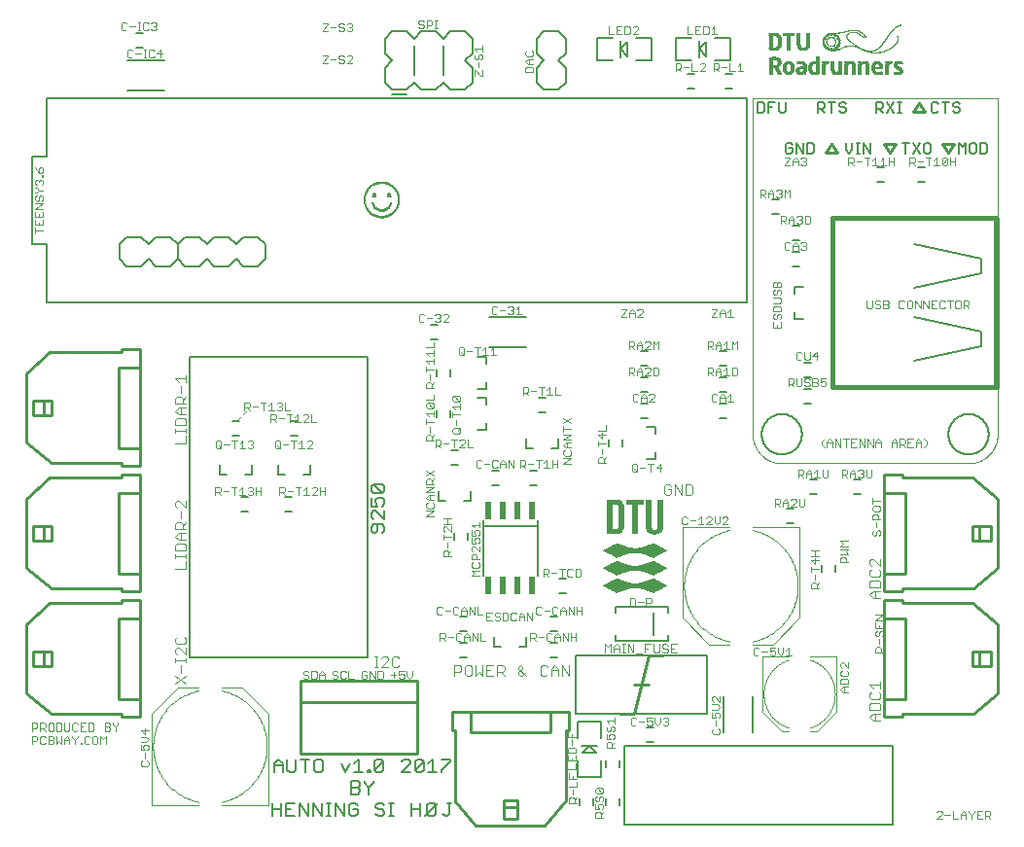
<source format=gto>
G75*
%MOIN*%
%OFA0B0*%
%FSLAX25Y25*%
%IPPOS*%
%LPD*%
%AMOC8*
5,1,8,0,0,1.08239X$1,22.5*
%
%ADD10C,0.00400*%
%ADD11C,0.00300*%
%ADD12C,0.00500*%
%ADD13C,0.00800*%
%ADD14C,0.00600*%
%ADD15C,0.01000*%
%ADD16R,0.01930X0.05984*%
%ADD17C,0.00000*%
%ADD18C,0.00200*%
%ADD19C,0.01600*%
%ADD20R,0.00827X0.00059*%
%ADD21R,0.00709X0.00059*%
%ADD22R,0.01063X0.00059*%
%ADD23R,0.01240X0.00059*%
%ADD24R,0.00945X0.00059*%
%ADD25R,0.01122X0.00059*%
%ADD26R,0.01299X0.00059*%
%ADD27R,0.01713X0.00059*%
%ADD28R,0.00886X0.00059*%
%ADD29R,0.01181X0.00059*%
%ADD30R,0.01890X0.00059*%
%ADD31R,0.01772X0.00059*%
%ADD32R,0.01654X0.00059*%
%ADD33R,0.01476X0.00059*%
%ADD34R,0.02244X0.00059*%
%ADD35R,0.01004X0.00059*%
%ADD36R,0.02362X0.00059*%
%ADD37R,0.02598X0.00059*%
%ADD38R,0.02480X0.00059*%
%ADD39R,0.02126X0.00059*%
%ADD40R,0.02835X0.00059*%
%ADD41R,0.01949X0.00059*%
%ADD42R,0.02717X0.00059*%
%ADD43R,0.02303X0.00059*%
%ADD44R,0.03130X0.00059*%
%ADD45R,0.02953X0.00059*%
%ADD46R,0.02067X0.00059*%
%ADD47R,0.02421X0.00059*%
%ADD48R,0.03071X0.00059*%
%ADD49R,0.03307X0.00059*%
%ADD50R,0.02894X0.00059*%
%ADD51R,0.02776X0.00059*%
%ADD52R,0.03189X0.00059*%
%ADD53R,0.03366X0.00059*%
%ADD54R,0.03012X0.00059*%
%ADD55R,0.03248X0.00059*%
%ADD56R,0.03425X0.00059*%
%ADD57R,0.03484X0.00059*%
%ADD58R,0.03543X0.00059*%
%ADD59R,0.01358X0.00059*%
%ADD60R,0.01594X0.00059*%
%ADD61R,0.01535X0.00059*%
%ADD62R,0.00413X0.00059*%
%ADD63R,0.01417X0.00059*%
%ADD64R,0.00177X0.00059*%
%ADD65R,0.03720X0.00059*%
%ADD66R,0.03780X0.00059*%
%ADD67R,0.01831X0.00059*%
%ADD68R,0.00118X0.00059*%
%ADD69R,0.02657X0.00059*%
%ADD70R,0.03602X0.00059*%
%ADD71R,0.03661X0.00059*%
%ADD72R,0.03839X0.00059*%
%ADD73R,0.00768X0.00059*%
%ADD74R,0.02539X0.00059*%
%ADD75R,0.02185X0.00059*%
%ADD76R,0.02008X0.00059*%
%ADD77R,0.00650X0.00059*%
%ADD78R,0.00354X0.00059*%
%ADD79R,0.00472X0.00059*%
%ADD80R,0.00295X0.00059*%
%ADD81R,0.00591X0.00059*%
%ADD82R,0.00531X0.00059*%
%ADD83R,0.00236X0.00059*%
%ADD84R,0.00059X0.00059*%
%ADD85R,0.04075X0.00059*%
%ADD86R,0.04193X0.00059*%
%ADD87R,0.03957X0.00059*%
%ADD88R,0.01100X0.00050*%
%ADD89R,0.01900X0.00050*%
%ADD90R,0.02450X0.00050*%
%ADD91R,0.02900X0.00050*%
%ADD92R,0.03250X0.00050*%
%ADD93R,0.03600X0.00050*%
%ADD94R,0.03900X0.00050*%
%ADD95R,0.04200X0.00050*%
%ADD96R,0.04450X0.00050*%
%ADD97R,0.04700X0.00050*%
%ADD98R,0.04950X0.00050*%
%ADD99R,0.05150X0.00050*%
%ADD100R,0.02300X0.00050*%
%ADD101R,0.02250X0.00050*%
%ADD102R,0.01950X0.00050*%
%ADD103R,0.01750X0.00050*%
%ADD104R,0.01600X0.00050*%
%ADD105R,0.01500X0.00050*%
%ADD106R,0.01450X0.00050*%
%ADD107R,0.01400X0.00050*%
%ADD108R,0.01350X0.00050*%
%ADD109R,0.01300X0.00050*%
%ADD110R,0.01250X0.00050*%
%ADD111R,0.01200X0.00050*%
%ADD112R,0.01150X0.00050*%
%ADD113R,0.01050X0.00050*%
%ADD114R,0.01000X0.00050*%
%ADD115R,0.00950X0.00050*%
%ADD116R,0.00900X0.00050*%
%ADD117R,0.00850X0.00050*%
%ADD118R,0.00800X0.00050*%
%ADD119R,0.00750X0.00050*%
%ADD120R,0.01850X0.00050*%
%ADD121R,0.02150X0.00050*%
%ADD122R,0.00700X0.00050*%
%ADD123R,0.02700X0.00050*%
%ADD124R,0.02950X0.00050*%
%ADD125R,0.03150X0.00050*%
%ADD126R,0.03350X0.00050*%
%ADD127R,0.03500X0.00050*%
%ADD128R,0.03650X0.00050*%
%ADD129R,0.03850X0.00050*%
%ADD130R,0.03950X0.00050*%
%ADD131R,0.04150X0.00050*%
%ADD132R,0.04250X0.00050*%
%ADD133R,0.00650X0.00050*%
%ADD134R,0.01650X0.00050*%
%ADD135R,0.00600X0.00050*%
%ADD136R,0.00550X0.00050*%
%ADD137R,0.00500X0.00050*%
%ADD138R,0.00400X0.00050*%
%ADD139R,0.00300X0.00050*%
%ADD140R,0.00200X0.00050*%
%ADD141R,0.00050X0.00050*%
%ADD142R,0.00150X0.00050*%
%ADD143R,0.00100X0.00050*%
%ADD144R,0.00350X0.00050*%
%ADD145R,0.01700X0.00050*%
%ADD146R,0.04900X0.00050*%
%ADD147R,0.02400X0.00050*%
%ADD148R,0.04134X0.00059*%
%ADD149R,0.04429X0.00059*%
%ADD150R,0.04665X0.00059*%
%ADD151R,0.04902X0.00059*%
%ADD152R,0.05197X0.00059*%
%ADD153R,0.05492X0.00059*%
%ADD154R,0.05846X0.00059*%
%ADD155R,0.06142X0.00059*%
%ADD156R,0.06437X0.00059*%
%ADD157R,0.06791X0.00059*%
%ADD158R,0.07146X0.00059*%
%ADD159R,0.07559X0.00059*%
%ADD160R,0.07913X0.00059*%
%ADD161R,0.08327X0.00059*%
%ADD162R,0.08386X0.00059*%
%ADD163R,0.08976X0.00059*%
%ADD164R,0.19311X0.00059*%
%ADD165R,0.19547X0.00059*%
%ADD166R,0.19783X0.00059*%
%ADD167R,0.20020X0.00059*%
%ADD168R,0.20256X0.00059*%
%ADD169R,0.20492X0.00059*%
%ADD170R,0.20728X0.00059*%
%ADD171R,0.20906X0.00059*%
%ADD172R,0.21083X0.00059*%
%ADD173R,0.21319X0.00059*%
%ADD174R,0.21555X0.00059*%
%ADD175R,0.21673X0.00059*%
%ADD176R,0.20846X0.00059*%
%ADD177R,0.20610X0.00059*%
%ADD178R,0.20374X0.00059*%
%ADD179R,0.20138X0.00059*%
%ADD180R,0.19902X0.00059*%
%ADD181R,0.19665X0.00059*%
%ADD182R,0.19429X0.00059*%
%ADD183R,0.19193X0.00059*%
%ADD184R,0.08622X0.00059*%
%ADD185R,0.08681X0.00059*%
%ADD186R,0.08150X0.00059*%
%ADD187R,0.07736X0.00059*%
%ADD188R,0.07382X0.00059*%
%ADD189R,0.07323X0.00059*%
%ADD190R,0.07028X0.00059*%
%ADD191R,0.06969X0.00059*%
%ADD192R,0.06673X0.00059*%
%ADD193R,0.06319X0.00059*%
%ADD194R,0.06024X0.00059*%
%ADD195R,0.05669X0.00059*%
%ADD196R,0.05374X0.00059*%
%ADD197R,0.05079X0.00059*%
%ADD198R,0.04783X0.00059*%
%ADD199R,0.04547X0.00059*%
%ADD200R,0.04252X0.00059*%
%ADD201R,0.04016X0.00059*%
%ADD202R,0.04311X0.00059*%
%ADD203R,0.04606X0.00059*%
%ADD204R,0.05787X0.00059*%
%ADD205R,0.07500X0.00059*%
%ADD206R,0.07854X0.00059*%
%ADD207R,0.08917X0.00059*%
%ADD208R,0.20965X0.00059*%
%ADD209R,0.19252X0.00059*%
%ADD210R,0.08209X0.00059*%
%ADD211R,0.04843X0.00059*%
%ADD212R,0.07441X0.00059*%
%ADD213R,0.08268X0.00059*%
%ADD214R,0.08858X0.00059*%
%ADD215R,0.19488X0.00059*%
%ADD216R,0.08740X0.00059*%
%ADD217R,0.07795X0.00059*%
%ADD218R,0.05728X0.00059*%
%ADD219R,0.05138X0.00059*%
%ADD220R,0.04724X0.00059*%
%ADD221R,0.03898X0.00059*%
%ADD222R,0.05020X0.00059*%
%ADD223R,0.04370X0.00059*%
%ADD224R,0.04488X0.00059*%
%ADD225R,0.05256X0.00059*%
%ADD226R,0.05315X0.00059*%
%ADD227R,0.05433X0.00059*%
%ADD228R,0.05551X0.00059*%
%ADD229R,0.05610X0.00059*%
%ADD230R,0.05906X0.00059*%
%ADD231R,0.04961X0.00059*%
D10*
X0055921Y0028921D02*
X0055921Y0060024D01*
X0064976Y0069079D01*
X0072063Y0069079D01*
X0067800Y0070606D02*
X0064197Y0073008D01*
X0065998Y0074289D02*
X0065998Y0076691D01*
X0064197Y0077972D02*
X0064197Y0079173D01*
X0064197Y0078573D02*
X0067800Y0078573D01*
X0067800Y0079173D02*
X0067800Y0077972D01*
X0067800Y0080428D02*
X0065398Y0082830D01*
X0064797Y0082830D01*
X0064197Y0082229D01*
X0064197Y0081028D01*
X0064797Y0080428D01*
X0067800Y0080428D02*
X0067800Y0082830D01*
X0067199Y0084111D02*
X0067800Y0084711D01*
X0067800Y0085912D01*
X0067199Y0086513D01*
X0064797Y0086513D02*
X0064197Y0085912D01*
X0064197Y0084711D01*
X0064797Y0084111D01*
X0067199Y0084111D01*
X0067800Y0073008D02*
X0064197Y0070606D01*
X0079937Y0069079D02*
X0087024Y0069079D01*
X0096079Y0060024D01*
X0096079Y0028921D01*
X0079937Y0028921D01*
X0072063Y0028921D02*
X0055921Y0028921D01*
X0079937Y0029906D02*
X0080402Y0030007D01*
X0080864Y0030121D01*
X0081324Y0030245D01*
X0081780Y0030381D01*
X0082233Y0030527D01*
X0082682Y0030685D01*
X0083128Y0030854D01*
X0083569Y0031033D01*
X0084005Y0031223D01*
X0084437Y0031424D01*
X0084863Y0031635D01*
X0085285Y0031857D01*
X0085700Y0032089D01*
X0086110Y0032330D01*
X0086514Y0032582D01*
X0086912Y0032844D01*
X0087303Y0033115D01*
X0087688Y0033396D01*
X0088065Y0033686D01*
X0088436Y0033985D01*
X0088799Y0034293D01*
X0089154Y0034610D01*
X0089501Y0034936D01*
X0089841Y0035269D01*
X0090172Y0035611D01*
X0090494Y0035961D01*
X0090809Y0036319D01*
X0091114Y0036685D01*
X0091410Y0037057D01*
X0091697Y0037437D01*
X0091975Y0037824D01*
X0092243Y0038217D01*
X0092501Y0038617D01*
X0092750Y0039023D01*
X0092988Y0039435D01*
X0093217Y0039853D01*
X0093435Y0040276D01*
X0093643Y0040704D01*
X0093840Y0041137D01*
X0094027Y0041575D01*
X0094203Y0042018D01*
X0094368Y0042464D01*
X0094522Y0042914D01*
X0094665Y0043369D01*
X0094797Y0043826D01*
X0094918Y0044286D01*
X0095027Y0044750D01*
X0095125Y0045216D01*
X0095212Y0045684D01*
X0095287Y0046154D01*
X0095351Y0046626D01*
X0095403Y0047099D01*
X0095444Y0047573D01*
X0095473Y0048048D01*
X0095490Y0048524D01*
X0095496Y0049000D01*
X0095490Y0049476D01*
X0095473Y0049952D01*
X0095444Y0050427D01*
X0095403Y0050901D01*
X0095351Y0051374D01*
X0095287Y0051846D01*
X0095212Y0052316D01*
X0095125Y0052784D01*
X0095027Y0053250D01*
X0094918Y0053714D01*
X0094797Y0054174D01*
X0094665Y0054631D01*
X0094522Y0055086D01*
X0094368Y0055536D01*
X0094203Y0055982D01*
X0094027Y0056425D01*
X0093840Y0056863D01*
X0093643Y0057296D01*
X0093435Y0057724D01*
X0093217Y0058147D01*
X0092988Y0058565D01*
X0092750Y0058977D01*
X0092501Y0059383D01*
X0092243Y0059783D01*
X0091975Y0060176D01*
X0091697Y0060563D01*
X0091410Y0060943D01*
X0091114Y0061315D01*
X0090809Y0061681D01*
X0090494Y0062039D01*
X0090172Y0062389D01*
X0089841Y0062731D01*
X0089501Y0063064D01*
X0089154Y0063390D01*
X0088799Y0063707D01*
X0088436Y0064015D01*
X0088065Y0064314D01*
X0087688Y0064604D01*
X0087303Y0064885D01*
X0086912Y0065156D01*
X0086514Y0065418D01*
X0086110Y0065670D01*
X0085700Y0065911D01*
X0085285Y0066143D01*
X0084863Y0066365D01*
X0084437Y0066576D01*
X0084005Y0066777D01*
X0083569Y0066967D01*
X0083128Y0067146D01*
X0082682Y0067315D01*
X0082233Y0067473D01*
X0081780Y0067619D01*
X0081324Y0067755D01*
X0080864Y0067879D01*
X0080402Y0067993D01*
X0079937Y0068094D01*
X0072063Y0068094D02*
X0071598Y0067993D01*
X0071136Y0067879D01*
X0070676Y0067755D01*
X0070220Y0067619D01*
X0069767Y0067473D01*
X0069318Y0067315D01*
X0068872Y0067146D01*
X0068431Y0066967D01*
X0067995Y0066777D01*
X0067563Y0066576D01*
X0067137Y0066365D01*
X0066715Y0066143D01*
X0066300Y0065911D01*
X0065890Y0065670D01*
X0065486Y0065418D01*
X0065088Y0065156D01*
X0064697Y0064885D01*
X0064312Y0064604D01*
X0063935Y0064314D01*
X0063564Y0064015D01*
X0063201Y0063707D01*
X0062846Y0063390D01*
X0062499Y0063064D01*
X0062159Y0062731D01*
X0061828Y0062389D01*
X0061506Y0062039D01*
X0061191Y0061681D01*
X0060886Y0061315D01*
X0060590Y0060943D01*
X0060303Y0060563D01*
X0060025Y0060176D01*
X0059757Y0059783D01*
X0059499Y0059383D01*
X0059250Y0058977D01*
X0059012Y0058565D01*
X0058783Y0058147D01*
X0058565Y0057724D01*
X0058357Y0057296D01*
X0058160Y0056863D01*
X0057973Y0056425D01*
X0057797Y0055982D01*
X0057632Y0055536D01*
X0057478Y0055086D01*
X0057335Y0054631D01*
X0057203Y0054174D01*
X0057082Y0053714D01*
X0056973Y0053250D01*
X0056875Y0052784D01*
X0056788Y0052316D01*
X0056713Y0051846D01*
X0056649Y0051374D01*
X0056597Y0050901D01*
X0056556Y0050427D01*
X0056527Y0049952D01*
X0056510Y0049476D01*
X0056504Y0049000D01*
X0056510Y0048524D01*
X0056527Y0048048D01*
X0056556Y0047573D01*
X0056597Y0047099D01*
X0056649Y0046626D01*
X0056713Y0046154D01*
X0056788Y0045684D01*
X0056875Y0045216D01*
X0056973Y0044750D01*
X0057082Y0044286D01*
X0057203Y0043826D01*
X0057335Y0043369D01*
X0057478Y0042914D01*
X0057632Y0042464D01*
X0057797Y0042018D01*
X0057973Y0041575D01*
X0058160Y0041137D01*
X0058357Y0040704D01*
X0058565Y0040276D01*
X0058783Y0039853D01*
X0059012Y0039435D01*
X0059250Y0039023D01*
X0059499Y0038617D01*
X0059757Y0038217D01*
X0060025Y0037824D01*
X0060303Y0037437D01*
X0060590Y0037057D01*
X0060886Y0036685D01*
X0061191Y0036319D01*
X0061506Y0035961D01*
X0061828Y0035611D01*
X0062159Y0035269D01*
X0062499Y0034936D01*
X0062846Y0034610D01*
X0063201Y0034293D01*
X0063564Y0033985D01*
X0063935Y0033686D01*
X0064312Y0033396D01*
X0064697Y0033115D01*
X0065088Y0032844D01*
X0065486Y0032582D01*
X0065890Y0032330D01*
X0066300Y0032089D01*
X0066715Y0031857D01*
X0067137Y0031635D01*
X0067563Y0031424D01*
X0067995Y0031223D01*
X0068431Y0031033D01*
X0068872Y0030854D01*
X0069318Y0030685D01*
X0069767Y0030527D01*
X0070220Y0030381D01*
X0070676Y0030245D01*
X0071136Y0030121D01*
X0071598Y0030007D01*
X0072063Y0029906D01*
X0132289Y0076200D02*
X0133490Y0076200D01*
X0132890Y0076200D02*
X0132890Y0079803D01*
X0133490Y0079803D02*
X0132289Y0079803D01*
X0134745Y0079203D02*
X0135345Y0079803D01*
X0136546Y0079803D01*
X0137147Y0079203D01*
X0137147Y0078602D01*
X0134745Y0076200D01*
X0137147Y0076200D01*
X0138428Y0076801D02*
X0139028Y0076200D01*
X0140229Y0076200D01*
X0140830Y0076801D01*
X0140830Y0079203D02*
X0140229Y0079803D01*
X0139028Y0079803D01*
X0138428Y0079203D01*
X0138428Y0076801D01*
X0159746Y0076819D02*
X0159746Y0073216D01*
X0159746Y0074417D02*
X0161547Y0074417D01*
X0162148Y0075017D01*
X0162148Y0076218D01*
X0161547Y0076819D01*
X0159746Y0076819D01*
X0163429Y0076218D02*
X0163429Y0073816D01*
X0164029Y0073216D01*
X0165231Y0073216D01*
X0165831Y0073816D01*
X0165831Y0076218D01*
X0165231Y0076819D01*
X0164029Y0076819D01*
X0163429Y0076218D01*
X0167112Y0076819D02*
X0167112Y0073216D01*
X0168313Y0074417D01*
X0169514Y0073216D01*
X0169514Y0076819D01*
X0170795Y0076819D02*
X0170795Y0073216D01*
X0173197Y0073216D01*
X0174478Y0073216D02*
X0174478Y0076819D01*
X0176280Y0076819D01*
X0176880Y0076218D01*
X0176880Y0075017D01*
X0176280Y0074417D01*
X0174478Y0074417D01*
X0175679Y0074417D02*
X0176880Y0073216D01*
X0181845Y0073816D02*
X0181845Y0074417D01*
X0183046Y0075618D01*
X0183046Y0076218D01*
X0182445Y0076819D01*
X0181845Y0076218D01*
X0181845Y0075618D01*
X0184247Y0073216D01*
X0184247Y0074417D02*
X0183046Y0073216D01*
X0182445Y0073216D01*
X0181845Y0073816D01*
X0189211Y0073816D02*
X0189812Y0073216D01*
X0191013Y0073216D01*
X0191613Y0073816D01*
X0192894Y0073216D02*
X0192894Y0075618D01*
X0194095Y0076819D01*
X0195296Y0075618D01*
X0195296Y0073216D01*
X0196577Y0073216D02*
X0196577Y0076819D01*
X0198979Y0073216D01*
X0198979Y0076819D01*
X0195296Y0075017D02*
X0192894Y0075017D01*
X0191613Y0076218D02*
X0191013Y0076819D01*
X0189812Y0076819D01*
X0189211Y0076218D01*
X0189211Y0073816D01*
X0173197Y0076819D02*
X0170795Y0076819D01*
X0170795Y0075017D02*
X0171996Y0075017D01*
X0237921Y0092976D02*
X0237921Y0124079D01*
X0254063Y0124079D01*
X0261937Y0124079D02*
X0278079Y0124079D01*
X0278079Y0092976D01*
X0269024Y0083921D01*
X0261937Y0083921D01*
X0265205Y0079795D02*
X0274260Y0079795D01*
X0281740Y0079795D02*
X0290795Y0079795D01*
X0290795Y0060898D01*
X0284102Y0054205D01*
X0281740Y0054205D01*
X0274260Y0054205D02*
X0271898Y0054205D01*
X0265205Y0060898D01*
X0265205Y0079795D01*
X0254063Y0083921D02*
X0246976Y0083921D01*
X0237921Y0092976D01*
X0261937Y0084906D02*
X0262402Y0085007D01*
X0262864Y0085121D01*
X0263324Y0085245D01*
X0263780Y0085381D01*
X0264233Y0085527D01*
X0264682Y0085685D01*
X0265128Y0085854D01*
X0265569Y0086033D01*
X0266005Y0086223D01*
X0266437Y0086424D01*
X0266863Y0086635D01*
X0267285Y0086857D01*
X0267700Y0087089D01*
X0268110Y0087330D01*
X0268514Y0087582D01*
X0268912Y0087844D01*
X0269303Y0088115D01*
X0269688Y0088396D01*
X0270065Y0088686D01*
X0270436Y0088985D01*
X0270799Y0089293D01*
X0271154Y0089610D01*
X0271501Y0089936D01*
X0271841Y0090269D01*
X0272172Y0090611D01*
X0272494Y0090961D01*
X0272809Y0091319D01*
X0273114Y0091685D01*
X0273410Y0092057D01*
X0273697Y0092437D01*
X0273975Y0092824D01*
X0274243Y0093217D01*
X0274501Y0093617D01*
X0274750Y0094023D01*
X0274988Y0094435D01*
X0275217Y0094853D01*
X0275435Y0095276D01*
X0275643Y0095704D01*
X0275840Y0096137D01*
X0276027Y0096575D01*
X0276203Y0097018D01*
X0276368Y0097464D01*
X0276522Y0097914D01*
X0276665Y0098369D01*
X0276797Y0098826D01*
X0276918Y0099286D01*
X0277027Y0099750D01*
X0277125Y0100216D01*
X0277212Y0100684D01*
X0277287Y0101154D01*
X0277351Y0101626D01*
X0277403Y0102099D01*
X0277444Y0102573D01*
X0277473Y0103048D01*
X0277490Y0103524D01*
X0277496Y0104000D01*
X0277490Y0104476D01*
X0277473Y0104952D01*
X0277444Y0105427D01*
X0277403Y0105901D01*
X0277351Y0106374D01*
X0277287Y0106846D01*
X0277212Y0107316D01*
X0277125Y0107784D01*
X0277027Y0108250D01*
X0276918Y0108714D01*
X0276797Y0109174D01*
X0276665Y0109631D01*
X0276522Y0110086D01*
X0276368Y0110536D01*
X0276203Y0110982D01*
X0276027Y0111425D01*
X0275840Y0111863D01*
X0275643Y0112296D01*
X0275435Y0112724D01*
X0275217Y0113147D01*
X0274988Y0113565D01*
X0274750Y0113977D01*
X0274501Y0114383D01*
X0274243Y0114783D01*
X0273975Y0115176D01*
X0273697Y0115563D01*
X0273410Y0115943D01*
X0273114Y0116315D01*
X0272809Y0116681D01*
X0272494Y0117039D01*
X0272172Y0117389D01*
X0271841Y0117731D01*
X0271501Y0118064D01*
X0271154Y0118390D01*
X0270799Y0118707D01*
X0270436Y0119015D01*
X0270065Y0119314D01*
X0269688Y0119604D01*
X0269303Y0119885D01*
X0268912Y0120156D01*
X0268514Y0120418D01*
X0268110Y0120670D01*
X0267700Y0120911D01*
X0267285Y0121143D01*
X0266863Y0121365D01*
X0266437Y0121576D01*
X0266005Y0121777D01*
X0265569Y0121967D01*
X0265128Y0122146D01*
X0264682Y0122315D01*
X0264233Y0122473D01*
X0263780Y0122619D01*
X0263324Y0122755D01*
X0262864Y0122879D01*
X0262402Y0122993D01*
X0261937Y0123094D01*
X0241444Y0135801D02*
X0241444Y0138203D01*
X0240843Y0138803D01*
X0239042Y0138803D01*
X0239042Y0135200D01*
X0240843Y0135200D01*
X0241444Y0135801D01*
X0237760Y0135200D02*
X0237760Y0138803D01*
X0235358Y0138803D02*
X0235358Y0135200D01*
X0234077Y0135801D02*
X0234077Y0137002D01*
X0232876Y0137002D01*
X0231675Y0138203D02*
X0231675Y0135801D01*
X0232276Y0135200D01*
X0233477Y0135200D01*
X0234077Y0135801D01*
X0234077Y0138203D02*
X0233477Y0138803D01*
X0232276Y0138803D01*
X0231675Y0138203D01*
X0235358Y0138803D02*
X0237760Y0135200D01*
X0254063Y0123094D02*
X0253598Y0122993D01*
X0253136Y0122879D01*
X0252676Y0122755D01*
X0252220Y0122619D01*
X0251767Y0122473D01*
X0251318Y0122315D01*
X0250872Y0122146D01*
X0250431Y0121967D01*
X0249995Y0121777D01*
X0249563Y0121576D01*
X0249137Y0121365D01*
X0248715Y0121143D01*
X0248300Y0120911D01*
X0247890Y0120670D01*
X0247486Y0120418D01*
X0247088Y0120156D01*
X0246697Y0119885D01*
X0246312Y0119604D01*
X0245935Y0119314D01*
X0245564Y0119015D01*
X0245201Y0118707D01*
X0244846Y0118390D01*
X0244499Y0118064D01*
X0244159Y0117731D01*
X0243828Y0117389D01*
X0243506Y0117039D01*
X0243191Y0116681D01*
X0242886Y0116315D01*
X0242590Y0115943D01*
X0242303Y0115563D01*
X0242025Y0115176D01*
X0241757Y0114783D01*
X0241499Y0114383D01*
X0241250Y0113977D01*
X0241012Y0113565D01*
X0240783Y0113147D01*
X0240565Y0112724D01*
X0240357Y0112296D01*
X0240160Y0111863D01*
X0239973Y0111425D01*
X0239797Y0110982D01*
X0239632Y0110536D01*
X0239478Y0110086D01*
X0239335Y0109631D01*
X0239203Y0109174D01*
X0239082Y0108714D01*
X0238973Y0108250D01*
X0238875Y0107784D01*
X0238788Y0107316D01*
X0238713Y0106846D01*
X0238649Y0106374D01*
X0238597Y0105901D01*
X0238556Y0105427D01*
X0238527Y0104952D01*
X0238510Y0104476D01*
X0238504Y0104000D01*
X0238510Y0103524D01*
X0238527Y0103048D01*
X0238556Y0102573D01*
X0238597Y0102099D01*
X0238649Y0101626D01*
X0238713Y0101154D01*
X0238788Y0100684D01*
X0238875Y0100216D01*
X0238973Y0099750D01*
X0239082Y0099286D01*
X0239203Y0098826D01*
X0239335Y0098369D01*
X0239478Y0097914D01*
X0239632Y0097464D01*
X0239797Y0097018D01*
X0239973Y0096575D01*
X0240160Y0096137D01*
X0240357Y0095704D01*
X0240565Y0095276D01*
X0240783Y0094853D01*
X0241012Y0094435D01*
X0241250Y0094023D01*
X0241499Y0093617D01*
X0241757Y0093217D01*
X0242025Y0092824D01*
X0242303Y0092437D01*
X0242590Y0092057D01*
X0242886Y0091685D01*
X0243191Y0091319D01*
X0243506Y0090961D01*
X0243828Y0090611D01*
X0244159Y0090269D01*
X0244499Y0089936D01*
X0244846Y0089610D01*
X0245201Y0089293D01*
X0245564Y0088985D01*
X0245935Y0088686D01*
X0246312Y0088396D01*
X0246697Y0088115D01*
X0247088Y0087844D01*
X0247486Y0087582D01*
X0247890Y0087330D01*
X0248300Y0087089D01*
X0248715Y0086857D01*
X0249137Y0086635D01*
X0249563Y0086424D01*
X0249995Y0086223D01*
X0250431Y0086033D01*
X0250872Y0085854D01*
X0251318Y0085685D01*
X0251767Y0085527D01*
X0252220Y0085381D01*
X0252676Y0085245D01*
X0253136Y0085121D01*
X0253598Y0085007D01*
X0254063Y0084906D01*
X0281740Y0078615D02*
X0282023Y0078520D01*
X0282304Y0078418D01*
X0282581Y0078309D01*
X0282857Y0078194D01*
X0283129Y0078072D01*
X0283398Y0077943D01*
X0283664Y0077808D01*
X0283926Y0077666D01*
X0284185Y0077518D01*
X0284441Y0077364D01*
X0284692Y0077203D01*
X0284940Y0077036D01*
X0285183Y0076864D01*
X0285422Y0076685D01*
X0285657Y0076501D01*
X0285887Y0076311D01*
X0286112Y0076115D01*
X0286332Y0075914D01*
X0286548Y0075708D01*
X0286758Y0075496D01*
X0286963Y0075280D01*
X0287163Y0075058D01*
X0287357Y0074831D01*
X0287546Y0074600D01*
X0287729Y0074365D01*
X0287906Y0074125D01*
X0288077Y0073880D01*
X0288242Y0073632D01*
X0288401Y0073379D01*
X0288554Y0073123D01*
X0288701Y0072863D01*
X0288841Y0072600D01*
X0288975Y0072333D01*
X0289102Y0072063D01*
X0289222Y0071790D01*
X0289336Y0071515D01*
X0289443Y0071236D01*
X0289543Y0070955D01*
X0289636Y0070672D01*
X0289723Y0070386D01*
X0289802Y0070098D01*
X0289874Y0069809D01*
X0289939Y0069518D01*
X0289997Y0069225D01*
X0290048Y0068931D01*
X0290092Y0068636D01*
X0290128Y0068340D01*
X0290157Y0068043D01*
X0290179Y0067745D01*
X0290194Y0067447D01*
X0290201Y0067149D01*
X0290201Y0066851D01*
X0290194Y0066553D01*
X0290179Y0066255D01*
X0290157Y0065957D01*
X0290128Y0065660D01*
X0290092Y0065364D01*
X0290048Y0065069D01*
X0289997Y0064775D01*
X0289939Y0064482D01*
X0289874Y0064191D01*
X0289802Y0063902D01*
X0289723Y0063614D01*
X0289636Y0063328D01*
X0289543Y0063045D01*
X0289443Y0062764D01*
X0289336Y0062485D01*
X0289222Y0062210D01*
X0289102Y0061937D01*
X0288975Y0061667D01*
X0288841Y0061400D01*
X0288701Y0061137D01*
X0288554Y0060877D01*
X0288401Y0060621D01*
X0288242Y0060368D01*
X0288077Y0060120D01*
X0287906Y0059875D01*
X0287729Y0059635D01*
X0287546Y0059400D01*
X0287357Y0059169D01*
X0287163Y0058942D01*
X0286963Y0058720D01*
X0286758Y0058504D01*
X0286548Y0058292D01*
X0286332Y0058086D01*
X0286112Y0057885D01*
X0285887Y0057689D01*
X0285657Y0057499D01*
X0285422Y0057315D01*
X0285183Y0057136D01*
X0284940Y0056964D01*
X0284692Y0056797D01*
X0284441Y0056636D01*
X0284185Y0056482D01*
X0283926Y0056334D01*
X0283664Y0056192D01*
X0283398Y0056057D01*
X0283129Y0055928D01*
X0282857Y0055806D01*
X0282581Y0055691D01*
X0282304Y0055582D01*
X0282023Y0055480D01*
X0281740Y0055385D01*
X0274260Y0055385D02*
X0273977Y0055480D01*
X0273696Y0055582D01*
X0273419Y0055691D01*
X0273143Y0055806D01*
X0272871Y0055928D01*
X0272602Y0056057D01*
X0272336Y0056192D01*
X0272074Y0056334D01*
X0271815Y0056482D01*
X0271559Y0056636D01*
X0271308Y0056797D01*
X0271060Y0056964D01*
X0270817Y0057136D01*
X0270578Y0057315D01*
X0270343Y0057499D01*
X0270113Y0057689D01*
X0269888Y0057885D01*
X0269668Y0058086D01*
X0269452Y0058292D01*
X0269242Y0058504D01*
X0269037Y0058720D01*
X0268837Y0058942D01*
X0268643Y0059169D01*
X0268454Y0059400D01*
X0268271Y0059635D01*
X0268094Y0059875D01*
X0267923Y0060120D01*
X0267758Y0060368D01*
X0267599Y0060621D01*
X0267446Y0060877D01*
X0267299Y0061137D01*
X0267159Y0061400D01*
X0267025Y0061667D01*
X0266898Y0061937D01*
X0266778Y0062210D01*
X0266664Y0062485D01*
X0266557Y0062764D01*
X0266457Y0063045D01*
X0266364Y0063328D01*
X0266277Y0063614D01*
X0266198Y0063902D01*
X0266126Y0064191D01*
X0266061Y0064482D01*
X0266003Y0064775D01*
X0265952Y0065069D01*
X0265908Y0065364D01*
X0265872Y0065660D01*
X0265843Y0065957D01*
X0265821Y0066255D01*
X0265806Y0066553D01*
X0265799Y0066851D01*
X0265799Y0067149D01*
X0265806Y0067447D01*
X0265821Y0067745D01*
X0265843Y0068043D01*
X0265872Y0068340D01*
X0265908Y0068636D01*
X0265952Y0068931D01*
X0266003Y0069225D01*
X0266061Y0069518D01*
X0266126Y0069809D01*
X0266198Y0070098D01*
X0266277Y0070386D01*
X0266364Y0070672D01*
X0266457Y0070955D01*
X0266557Y0071236D01*
X0266664Y0071515D01*
X0266778Y0071790D01*
X0266898Y0072063D01*
X0267025Y0072333D01*
X0267159Y0072600D01*
X0267299Y0072863D01*
X0267446Y0073123D01*
X0267599Y0073379D01*
X0267758Y0073632D01*
X0267923Y0073880D01*
X0268094Y0074125D01*
X0268271Y0074365D01*
X0268454Y0074600D01*
X0268643Y0074831D01*
X0268837Y0075058D01*
X0269037Y0075280D01*
X0269242Y0075496D01*
X0269452Y0075708D01*
X0269668Y0075914D01*
X0269888Y0076115D01*
X0270113Y0076311D01*
X0270343Y0076501D01*
X0270578Y0076685D01*
X0270817Y0076864D01*
X0271060Y0077036D01*
X0271308Y0077203D01*
X0271559Y0077364D01*
X0271815Y0077518D01*
X0272074Y0077666D01*
X0272336Y0077808D01*
X0272602Y0077943D01*
X0272871Y0078072D01*
X0273143Y0078194D01*
X0273419Y0078309D01*
X0273696Y0078418D01*
X0273977Y0078520D01*
X0274260Y0078615D01*
X0302197Y0070084D02*
X0305800Y0070084D01*
X0305800Y0068883D02*
X0305800Y0071285D01*
X0303398Y0068883D02*
X0302197Y0070084D01*
X0302797Y0067602D02*
X0302197Y0067002D01*
X0302197Y0065801D01*
X0302797Y0065200D01*
X0305199Y0065200D01*
X0305800Y0065801D01*
X0305800Y0067002D01*
X0305199Y0067602D01*
X0305199Y0063919D02*
X0302797Y0063919D01*
X0302197Y0063318D01*
X0302197Y0061517D01*
X0305800Y0061517D01*
X0305800Y0063318D01*
X0305199Y0063919D01*
X0305800Y0060236D02*
X0303398Y0060236D01*
X0302197Y0059035D01*
X0303398Y0057834D01*
X0305800Y0057834D01*
X0303998Y0057834D02*
X0303998Y0060236D01*
X0303998Y0099834D02*
X0303998Y0102236D01*
X0303398Y0102236D02*
X0305800Y0102236D01*
X0305800Y0103517D02*
X0305800Y0105318D01*
X0305199Y0105919D01*
X0302797Y0105919D01*
X0302197Y0105318D01*
X0302197Y0103517D01*
X0305800Y0103517D01*
X0303398Y0102236D02*
X0302197Y0101035D01*
X0303398Y0099834D01*
X0305800Y0099834D01*
X0305199Y0107200D02*
X0302797Y0107200D01*
X0302197Y0107801D01*
X0302197Y0109002D01*
X0302797Y0109602D01*
X0302797Y0110883D02*
X0302197Y0111484D01*
X0302197Y0112685D01*
X0302797Y0113285D01*
X0303398Y0113285D01*
X0305800Y0110883D01*
X0305800Y0113285D01*
X0305199Y0109602D02*
X0305800Y0109002D01*
X0305800Y0107801D01*
X0305199Y0107200D01*
X0067800Y0109923D02*
X0067800Y0112325D01*
X0067800Y0113606D02*
X0067800Y0114807D01*
X0067800Y0114206D02*
X0064197Y0114206D01*
X0064197Y0113606D02*
X0064197Y0114807D01*
X0064197Y0116061D02*
X0064197Y0117863D01*
X0064797Y0118463D01*
X0067199Y0118463D01*
X0067800Y0117863D01*
X0067800Y0116061D01*
X0064197Y0116061D01*
X0065398Y0119745D02*
X0064197Y0120946D01*
X0065398Y0122147D01*
X0067800Y0122147D01*
X0067800Y0123428D02*
X0064197Y0123428D01*
X0064197Y0125229D01*
X0064797Y0125830D01*
X0065998Y0125830D01*
X0066599Y0125229D01*
X0066599Y0123428D01*
X0066599Y0124629D02*
X0067800Y0125830D01*
X0065998Y0127111D02*
X0065998Y0129513D01*
X0064797Y0130794D02*
X0064197Y0131395D01*
X0064197Y0132596D01*
X0064797Y0133196D01*
X0065398Y0133196D01*
X0067800Y0130794D01*
X0067800Y0133196D01*
X0065998Y0122147D02*
X0065998Y0119745D01*
X0065398Y0119745D02*
X0067800Y0119745D01*
X0067800Y0109923D02*
X0064197Y0109923D01*
X0064197Y0152923D02*
X0067800Y0152923D01*
X0067800Y0155325D01*
X0067800Y0156606D02*
X0067800Y0157807D01*
X0067800Y0157206D02*
X0064197Y0157206D01*
X0064197Y0156606D02*
X0064197Y0157807D01*
X0064197Y0159061D02*
X0064197Y0160863D01*
X0064797Y0161463D01*
X0067199Y0161463D01*
X0067800Y0160863D01*
X0067800Y0159061D01*
X0064197Y0159061D01*
X0065398Y0162745D02*
X0064197Y0163946D01*
X0065398Y0165147D01*
X0067800Y0165147D01*
X0067800Y0166428D02*
X0064197Y0166428D01*
X0064197Y0168229D01*
X0064797Y0168830D01*
X0065998Y0168830D01*
X0066599Y0168229D01*
X0066599Y0166428D01*
X0066599Y0167629D02*
X0067800Y0168830D01*
X0065998Y0170111D02*
X0065998Y0172513D01*
X0065398Y0173794D02*
X0064197Y0174995D01*
X0067800Y0174995D01*
X0067800Y0173794D02*
X0067800Y0176196D01*
X0065998Y0165147D02*
X0065998Y0162745D01*
X0065398Y0162745D02*
X0067800Y0162745D01*
D11*
X0052258Y0042655D02*
X0052708Y0042205D01*
X0054510Y0042205D01*
X0054960Y0042655D01*
X0054960Y0043556D01*
X0054510Y0044006D01*
X0053609Y0044967D02*
X0053609Y0046769D01*
X0053609Y0047729D02*
X0053159Y0048630D01*
X0053159Y0049081D01*
X0053609Y0049531D01*
X0054510Y0049531D01*
X0054960Y0049081D01*
X0054960Y0048180D01*
X0054510Y0047729D01*
X0053609Y0047729D02*
X0052258Y0047729D01*
X0052258Y0049531D01*
X0052258Y0050492D02*
X0054059Y0050492D01*
X0054960Y0051393D01*
X0054059Y0052293D01*
X0052258Y0052293D01*
X0053609Y0053254D02*
X0052258Y0054605D01*
X0054960Y0054605D01*
X0053609Y0055056D02*
X0053609Y0053254D01*
X0052708Y0044006D02*
X0052258Y0043556D01*
X0052258Y0042655D01*
X0040290Y0049804D02*
X0040290Y0052506D01*
X0039389Y0051605D01*
X0038488Y0052506D01*
X0038488Y0049804D01*
X0037527Y0050254D02*
X0037527Y0052055D01*
X0037077Y0052506D01*
X0036176Y0052506D01*
X0035726Y0052055D01*
X0035726Y0050254D01*
X0036176Y0049804D01*
X0037077Y0049804D01*
X0037527Y0050254D01*
X0034765Y0050254D02*
X0034315Y0049804D01*
X0033414Y0049804D01*
X0032964Y0050254D01*
X0032964Y0052055D01*
X0033414Y0052506D01*
X0034315Y0052506D01*
X0034765Y0052055D01*
X0034345Y0054304D02*
X0035696Y0054304D01*
X0036146Y0054754D01*
X0036146Y0056555D01*
X0035696Y0057006D01*
X0034345Y0057006D01*
X0034345Y0054304D01*
X0033384Y0054304D02*
X0031582Y0054304D01*
X0031582Y0057006D01*
X0033384Y0057006D01*
X0032483Y0055655D02*
X0031582Y0055655D01*
X0030622Y0056555D02*
X0030171Y0057006D01*
X0029270Y0057006D01*
X0028820Y0056555D01*
X0028820Y0054754D01*
X0029270Y0054304D01*
X0030171Y0054304D01*
X0030622Y0054754D01*
X0030622Y0052506D02*
X0030622Y0052055D01*
X0029721Y0051155D01*
X0029721Y0049804D01*
X0029721Y0051155D02*
X0028820Y0052055D01*
X0028820Y0052506D01*
X0027859Y0051605D02*
X0026958Y0052506D01*
X0026058Y0051605D01*
X0026058Y0049804D01*
X0025097Y0049804D02*
X0025097Y0052506D01*
X0026058Y0051155D02*
X0027859Y0051155D01*
X0027859Y0051605D02*
X0027859Y0049804D01*
X0025097Y0049804D02*
X0024196Y0050704D01*
X0023295Y0049804D01*
X0023295Y0052506D01*
X0022335Y0052055D02*
X0022335Y0051605D01*
X0021884Y0051155D01*
X0020533Y0051155D01*
X0019572Y0052055D02*
X0019122Y0052506D01*
X0018221Y0052506D01*
X0017771Y0052055D01*
X0017771Y0050254D01*
X0018221Y0049804D01*
X0019122Y0049804D01*
X0019572Y0050254D01*
X0020533Y0049804D02*
X0021884Y0049804D01*
X0022335Y0050254D01*
X0022335Y0050704D01*
X0021884Y0051155D01*
X0022335Y0052055D02*
X0021884Y0052506D01*
X0020533Y0052506D01*
X0020533Y0049804D01*
X0016810Y0051155D02*
X0016359Y0050704D01*
X0015008Y0050704D01*
X0015008Y0049804D02*
X0015008Y0052506D01*
X0016359Y0052506D01*
X0016810Y0052055D01*
X0016810Y0051155D01*
X0017771Y0054304D02*
X0017771Y0057006D01*
X0019122Y0057006D01*
X0019572Y0056555D01*
X0019572Y0055655D01*
X0019122Y0055204D01*
X0017771Y0055204D01*
X0018671Y0055204D02*
X0019572Y0054304D01*
X0020533Y0054754D02*
X0020983Y0054304D01*
X0021884Y0054304D01*
X0022335Y0054754D01*
X0022335Y0056555D01*
X0021884Y0057006D01*
X0020983Y0057006D01*
X0020533Y0056555D01*
X0020533Y0054754D01*
X0023295Y0054304D02*
X0023295Y0057006D01*
X0024646Y0057006D01*
X0025097Y0056555D01*
X0025097Y0054754D01*
X0024646Y0054304D01*
X0023295Y0054304D01*
X0026058Y0054754D02*
X0026508Y0054304D01*
X0027409Y0054304D01*
X0027859Y0054754D01*
X0027859Y0057006D01*
X0026058Y0057006D02*
X0026058Y0054754D01*
X0031582Y0050254D02*
X0032033Y0050254D01*
X0032033Y0049804D01*
X0031582Y0049804D01*
X0031582Y0050254D01*
X0039869Y0054304D02*
X0039869Y0057006D01*
X0041221Y0057006D01*
X0041671Y0056555D01*
X0041671Y0056105D01*
X0041221Y0055655D01*
X0039869Y0055655D01*
X0039869Y0054304D02*
X0041221Y0054304D01*
X0041671Y0054754D01*
X0041671Y0055204D01*
X0041221Y0055655D01*
X0042632Y0056555D02*
X0043533Y0055655D01*
X0043533Y0054304D01*
X0043533Y0055655D02*
X0044433Y0056555D01*
X0044433Y0057006D01*
X0042632Y0057006D02*
X0042632Y0056555D01*
X0016810Y0056555D02*
X0016810Y0055655D01*
X0016359Y0055204D01*
X0015008Y0055204D01*
X0015008Y0054304D02*
X0015008Y0057006D01*
X0016359Y0057006D01*
X0016810Y0056555D01*
X0108006Y0072600D02*
X0108457Y0072150D01*
X0109358Y0072150D01*
X0109808Y0072600D01*
X0109808Y0073051D01*
X0109358Y0073501D01*
X0108457Y0073501D01*
X0108006Y0073952D01*
X0108006Y0074402D01*
X0108457Y0074852D01*
X0109358Y0074852D01*
X0109808Y0074402D01*
X0110769Y0074852D02*
X0112120Y0074852D01*
X0112570Y0074402D01*
X0112570Y0072600D01*
X0112120Y0072150D01*
X0110769Y0072150D01*
X0110769Y0074852D01*
X0113531Y0073952D02*
X0114432Y0074852D01*
X0115333Y0073952D01*
X0115333Y0072150D01*
X0115333Y0073501D02*
X0113531Y0073501D01*
X0113531Y0073952D02*
X0113531Y0072150D01*
X0118006Y0072600D02*
X0118457Y0072150D01*
X0119358Y0072150D01*
X0119808Y0072600D01*
X0119808Y0073051D01*
X0119358Y0073501D01*
X0118457Y0073501D01*
X0118006Y0073952D01*
X0118006Y0074402D01*
X0118457Y0074852D01*
X0119358Y0074852D01*
X0119808Y0074402D01*
X0120769Y0074402D02*
X0120769Y0072600D01*
X0121219Y0072150D01*
X0122120Y0072150D01*
X0122570Y0072600D01*
X0123531Y0072150D02*
X0125333Y0072150D01*
X0123531Y0072150D02*
X0123531Y0074852D01*
X0122570Y0074402D02*
X0122120Y0074852D01*
X0121219Y0074852D01*
X0120769Y0074402D01*
X0128006Y0074402D02*
X0128006Y0072600D01*
X0128457Y0072150D01*
X0129358Y0072150D01*
X0129808Y0072600D01*
X0129808Y0073501D01*
X0128907Y0073501D01*
X0128006Y0074402D02*
X0128457Y0074852D01*
X0129358Y0074852D01*
X0129808Y0074402D01*
X0130769Y0074852D02*
X0132570Y0072150D01*
X0132570Y0074852D01*
X0133531Y0074852D02*
X0134882Y0074852D01*
X0135333Y0074402D01*
X0135333Y0072600D01*
X0134882Y0072150D01*
X0133531Y0072150D01*
X0133531Y0074852D01*
X0130769Y0074852D02*
X0130769Y0072150D01*
X0138006Y0073501D02*
X0139808Y0073501D01*
X0140769Y0073501D02*
X0141670Y0073952D01*
X0142120Y0073952D01*
X0142570Y0073501D01*
X0142570Y0072600D01*
X0142120Y0072150D01*
X0141219Y0072150D01*
X0140769Y0072600D01*
X0140769Y0073501D02*
X0140769Y0074852D01*
X0142570Y0074852D01*
X0143531Y0074852D02*
X0143531Y0073051D01*
X0144432Y0072150D01*
X0145333Y0073051D01*
X0145333Y0074852D01*
X0138907Y0074402D02*
X0138907Y0072600D01*
X0154863Y0085150D02*
X0154863Y0087852D01*
X0156214Y0087852D01*
X0156664Y0087402D01*
X0156664Y0086501D01*
X0156214Y0086051D01*
X0154863Y0086051D01*
X0155764Y0086051D02*
X0156664Y0085150D01*
X0157625Y0086501D02*
X0159427Y0086501D01*
X0160388Y0085600D02*
X0160838Y0085150D01*
X0161739Y0085150D01*
X0162189Y0085600D01*
X0163150Y0085150D02*
X0163150Y0086952D01*
X0164051Y0087852D01*
X0164952Y0086952D01*
X0164952Y0085150D01*
X0165912Y0085150D02*
X0165912Y0087852D01*
X0167714Y0085150D01*
X0167714Y0087852D01*
X0168675Y0087852D02*
X0168675Y0085150D01*
X0170476Y0085150D01*
X0164952Y0086501D02*
X0163150Y0086501D01*
X0162189Y0087402D02*
X0161739Y0087852D01*
X0160838Y0087852D01*
X0160388Y0087402D01*
X0160388Y0085600D01*
X0160739Y0094150D02*
X0161189Y0094600D01*
X0160739Y0094150D02*
X0159838Y0094150D01*
X0159388Y0094600D01*
X0159388Y0096402D01*
X0159838Y0096852D01*
X0160739Y0096852D01*
X0161189Y0096402D01*
X0162150Y0095952D02*
X0163051Y0096852D01*
X0163952Y0095952D01*
X0163952Y0094150D01*
X0164912Y0094150D02*
X0164912Y0096852D01*
X0166714Y0094150D01*
X0166714Y0096852D01*
X0167675Y0096852D02*
X0167675Y0094150D01*
X0169476Y0094150D01*
X0170863Y0093501D02*
X0171764Y0093501D01*
X0170863Y0092150D02*
X0172664Y0092150D01*
X0173625Y0092600D02*
X0174076Y0092150D01*
X0174976Y0092150D01*
X0175427Y0092600D01*
X0175427Y0093051D01*
X0174976Y0093501D01*
X0174076Y0093501D01*
X0173625Y0093952D01*
X0173625Y0094402D01*
X0174076Y0094852D01*
X0174976Y0094852D01*
X0175427Y0094402D01*
X0176388Y0094852D02*
X0177739Y0094852D01*
X0178189Y0094402D01*
X0178189Y0092600D01*
X0177739Y0092150D01*
X0176388Y0092150D01*
X0176388Y0094852D01*
X0179150Y0094402D02*
X0179150Y0092600D01*
X0179600Y0092150D01*
X0180501Y0092150D01*
X0180952Y0092600D01*
X0181912Y0092150D02*
X0181912Y0093952D01*
X0182813Y0094852D01*
X0183714Y0093952D01*
X0183714Y0092150D01*
X0184675Y0092150D02*
X0184675Y0094852D01*
X0186476Y0092150D01*
X0186476Y0094852D01*
X0187863Y0094600D02*
X0188313Y0094150D01*
X0189214Y0094150D01*
X0189664Y0094600D01*
X0190625Y0095501D02*
X0192427Y0095501D01*
X0193388Y0096402D02*
X0193388Y0094600D01*
X0193838Y0094150D01*
X0194739Y0094150D01*
X0195189Y0094600D01*
X0196150Y0094150D02*
X0196150Y0095952D01*
X0197051Y0096852D01*
X0197952Y0095952D01*
X0197952Y0094150D01*
X0198912Y0094150D02*
X0198912Y0096852D01*
X0200714Y0094150D01*
X0200714Y0096852D01*
X0201675Y0096852D02*
X0201675Y0094150D01*
X0201675Y0095501D02*
X0203476Y0095501D01*
X0203476Y0096852D02*
X0203476Y0094150D01*
X0197952Y0095501D02*
X0196150Y0095501D01*
X0195189Y0096402D02*
X0194739Y0096852D01*
X0193838Y0096852D01*
X0193388Y0096402D01*
X0189664Y0096402D02*
X0189214Y0096852D01*
X0188313Y0096852D01*
X0187863Y0096402D01*
X0187863Y0094600D01*
X0183714Y0093501D02*
X0181912Y0093501D01*
X0180952Y0094402D02*
X0180501Y0094852D01*
X0179600Y0094852D01*
X0179150Y0094402D01*
X0172664Y0094852D02*
X0170863Y0094852D01*
X0170863Y0092150D01*
X0163952Y0095501D02*
X0162150Y0095501D01*
X0162150Y0095952D02*
X0162150Y0094150D01*
X0158427Y0095501D02*
X0156625Y0095501D01*
X0155664Y0094600D02*
X0155214Y0094150D01*
X0154313Y0094150D01*
X0153863Y0094600D01*
X0153863Y0096402D01*
X0154313Y0096852D01*
X0155214Y0096852D01*
X0155664Y0096402D01*
X0165648Y0107482D02*
X0166548Y0108383D01*
X0165648Y0109283D01*
X0168350Y0109283D01*
X0167900Y0110244D02*
X0168350Y0110694D01*
X0168350Y0111595D01*
X0167900Y0112046D01*
X0168350Y0113006D02*
X0165648Y0113006D01*
X0165648Y0114358D01*
X0166098Y0114808D01*
X0166999Y0114808D01*
X0167449Y0114358D01*
X0167449Y0113006D01*
X0166098Y0112046D02*
X0165648Y0111595D01*
X0165648Y0110694D01*
X0166098Y0110244D01*
X0167900Y0110244D01*
X0168350Y0107482D02*
X0165648Y0107482D01*
X0158600Y0114244D02*
X0155898Y0114244D01*
X0155898Y0115595D01*
X0156348Y0116046D01*
X0157249Y0116046D01*
X0157699Y0115595D01*
X0157699Y0114244D01*
X0157699Y0115145D02*
X0158600Y0116046D01*
X0157249Y0117006D02*
X0157249Y0118808D01*
X0155898Y0119769D02*
X0155898Y0121570D01*
X0155898Y0120670D02*
X0158600Y0120670D01*
X0158600Y0122531D02*
X0156798Y0124333D01*
X0156348Y0124333D01*
X0155898Y0123882D01*
X0155898Y0122982D01*
X0156348Y0122531D01*
X0158600Y0122531D02*
X0158600Y0124333D01*
X0158600Y0125294D02*
X0155898Y0125294D01*
X0157249Y0125294D02*
X0157249Y0127095D01*
X0155898Y0127095D02*
X0158600Y0127095D01*
X0152850Y0127863D02*
X0150148Y0127863D01*
X0152850Y0129664D01*
X0150148Y0129664D01*
X0150598Y0130625D02*
X0152400Y0130625D01*
X0152850Y0131076D01*
X0152850Y0131976D01*
X0152400Y0132427D01*
X0152850Y0133388D02*
X0151048Y0133388D01*
X0150148Y0134288D01*
X0151048Y0135189D01*
X0152850Y0135189D01*
X0152850Y0136150D02*
X0150148Y0136150D01*
X0152850Y0137952D01*
X0150148Y0137952D01*
X0150148Y0138912D02*
X0150148Y0140263D01*
X0150598Y0140714D01*
X0151499Y0140714D01*
X0151949Y0140263D01*
X0151949Y0138912D01*
X0152850Y0138912D02*
X0150148Y0138912D01*
X0151949Y0139813D02*
X0152850Y0140714D01*
X0152850Y0141675D02*
X0150148Y0143476D01*
X0150148Y0141675D02*
X0152850Y0143476D01*
X0151499Y0135189D02*
X0151499Y0133388D01*
X0150598Y0132427D02*
X0150148Y0131976D01*
X0150148Y0131076D01*
X0150598Y0130625D01*
X0165648Y0124957D02*
X0166548Y0124056D01*
X0166999Y0123095D02*
X0167900Y0123095D01*
X0168350Y0122645D01*
X0168350Y0121744D01*
X0167900Y0121294D01*
X0166999Y0121294D02*
X0166548Y0122194D01*
X0166548Y0122645D01*
X0166999Y0123095D01*
X0165648Y0123095D02*
X0165648Y0121294D01*
X0166999Y0121294D01*
X0166999Y0120333D02*
X0167900Y0120333D01*
X0168350Y0119882D01*
X0168350Y0118982D01*
X0167900Y0118531D01*
X0166999Y0118531D02*
X0166548Y0119432D01*
X0166548Y0119882D01*
X0166999Y0120333D01*
X0165648Y0120333D02*
X0165648Y0118531D01*
X0166999Y0118531D01*
X0166548Y0117570D02*
X0166098Y0117570D01*
X0165648Y0117120D01*
X0165648Y0116219D01*
X0166098Y0115769D01*
X0166548Y0117570D02*
X0168350Y0115769D01*
X0168350Y0117570D01*
X0168350Y0124056D02*
X0168350Y0125857D01*
X0168350Y0124957D02*
X0165648Y0124957D01*
X0167694Y0144400D02*
X0168595Y0144400D01*
X0169046Y0144850D01*
X0170006Y0145751D02*
X0171808Y0145751D01*
X0172769Y0144850D02*
X0173219Y0144400D01*
X0174120Y0144400D01*
X0174570Y0144850D01*
X0175531Y0144400D02*
X0175531Y0146202D01*
X0176432Y0147102D01*
X0177333Y0146202D01*
X0177333Y0144400D01*
X0178294Y0144400D02*
X0178294Y0147102D01*
X0180095Y0144400D01*
X0180095Y0147102D01*
X0182244Y0147102D02*
X0183595Y0147102D01*
X0184046Y0146652D01*
X0184046Y0145751D01*
X0183595Y0145301D01*
X0182244Y0145301D01*
X0183145Y0145301D02*
X0184046Y0144400D01*
X0185006Y0145751D02*
X0186808Y0145751D01*
X0187769Y0147102D02*
X0189570Y0147102D01*
X0188670Y0147102D02*
X0188670Y0144400D01*
X0190531Y0144400D02*
X0192333Y0144400D01*
X0191432Y0144400D02*
X0191432Y0147102D01*
X0190531Y0146202D01*
X0193294Y0145751D02*
X0195095Y0145751D01*
X0195095Y0147102D02*
X0195095Y0144400D01*
X0193294Y0144400D02*
X0193294Y0147102D01*
X0197148Y0147664D02*
X0199850Y0147664D01*
X0197148Y0145863D01*
X0199850Y0145863D01*
X0199400Y0148625D02*
X0199850Y0149076D01*
X0199850Y0149976D01*
X0199400Y0150427D01*
X0199850Y0151388D02*
X0198048Y0151388D01*
X0197148Y0152288D01*
X0198048Y0153189D01*
X0199850Y0153189D01*
X0199850Y0154150D02*
X0197148Y0154150D01*
X0199850Y0155952D01*
X0197148Y0155952D01*
X0197148Y0156912D02*
X0197148Y0158714D01*
X0197148Y0157813D02*
X0199850Y0157813D01*
X0199850Y0159675D02*
X0197148Y0161476D01*
X0197148Y0159675D02*
X0199850Y0161476D01*
X0196095Y0169400D02*
X0194294Y0169400D01*
X0194294Y0172102D01*
X0192432Y0172102D02*
X0192432Y0169400D01*
X0191531Y0169400D02*
X0193333Y0169400D01*
X0191531Y0171202D02*
X0192432Y0172102D01*
X0190570Y0172102D02*
X0188769Y0172102D01*
X0189670Y0172102D02*
X0189670Y0169400D01*
X0187808Y0170751D02*
X0186006Y0170751D01*
X0185046Y0170751D02*
X0184595Y0170301D01*
X0183244Y0170301D01*
X0184145Y0170301D02*
X0185046Y0169400D01*
X0185046Y0170751D02*
X0185046Y0171652D01*
X0184595Y0172102D01*
X0183244Y0172102D01*
X0183244Y0169400D01*
X0174095Y0183150D02*
X0172294Y0183150D01*
X0173194Y0183150D02*
X0173194Y0185852D01*
X0172294Y0184952D01*
X0171333Y0183150D02*
X0169531Y0183150D01*
X0170432Y0183150D02*
X0170432Y0185852D01*
X0169531Y0184952D01*
X0168570Y0185852D02*
X0166769Y0185852D01*
X0167670Y0185852D02*
X0167670Y0183150D01*
X0165808Y0184501D02*
X0164006Y0184501D01*
X0163046Y0183600D02*
X0162595Y0183150D01*
X0161694Y0183150D01*
X0161244Y0183600D01*
X0161244Y0185402D01*
X0161694Y0185852D01*
X0162595Y0185852D01*
X0163046Y0185402D01*
X0163046Y0183600D01*
X0163046Y0183150D02*
X0162145Y0184051D01*
X0152850Y0183813D02*
X0150148Y0183813D01*
X0151048Y0182912D01*
X0152850Y0182912D02*
X0152850Y0184714D01*
X0152850Y0185675D02*
X0152850Y0187476D01*
X0152850Y0185675D02*
X0150148Y0185675D01*
X0152850Y0181952D02*
X0152850Y0180150D01*
X0152850Y0181051D02*
X0150148Y0181051D01*
X0151048Y0180150D01*
X0150148Y0179189D02*
X0150148Y0177388D01*
X0150148Y0178288D02*
X0152850Y0178288D01*
X0151499Y0176427D02*
X0151499Y0174625D01*
X0151499Y0173664D02*
X0151949Y0173214D01*
X0151949Y0171863D01*
X0151949Y0172764D02*
X0152850Y0173664D01*
X0151499Y0173664D02*
X0150598Y0173664D01*
X0150148Y0173214D01*
X0150148Y0171863D01*
X0152850Y0171863D01*
X0152850Y0169476D02*
X0152850Y0167675D01*
X0150148Y0167675D01*
X0150598Y0166714D02*
X0152400Y0164912D01*
X0152850Y0165363D01*
X0152850Y0166263D01*
X0152400Y0166714D01*
X0150598Y0166714D01*
X0150148Y0166263D01*
X0150148Y0165363D01*
X0150598Y0164912D01*
X0152400Y0164912D01*
X0152850Y0163952D02*
X0152850Y0162150D01*
X0152850Y0163051D02*
X0150148Y0163051D01*
X0151048Y0162150D01*
X0150148Y0161189D02*
X0150148Y0159388D01*
X0150148Y0160288D02*
X0152850Y0160288D01*
X0151499Y0158427D02*
X0151499Y0156625D01*
X0151499Y0155664D02*
X0151949Y0155214D01*
X0151949Y0153863D01*
X0151949Y0154764D02*
X0152850Y0155664D01*
X0151499Y0155664D02*
X0150598Y0155664D01*
X0150148Y0155214D01*
X0150148Y0153863D01*
X0152850Y0153863D01*
X0153244Y0154102D02*
X0154595Y0154102D01*
X0155046Y0153652D01*
X0155046Y0152751D01*
X0154595Y0152301D01*
X0153244Y0152301D01*
X0154145Y0152301D02*
X0155046Y0151400D01*
X0156006Y0152751D02*
X0157808Y0152751D01*
X0158769Y0154102D02*
X0160570Y0154102D01*
X0159670Y0154102D02*
X0159670Y0151400D01*
X0161531Y0151400D02*
X0163333Y0153202D01*
X0163333Y0153652D01*
X0162882Y0154102D01*
X0161982Y0154102D01*
X0161531Y0153652D01*
X0161531Y0151400D02*
X0163333Y0151400D01*
X0164294Y0151400D02*
X0166095Y0151400D01*
X0164294Y0151400D02*
X0164294Y0154102D01*
X0161850Y0156694D02*
X0161400Y0156244D01*
X0159598Y0156244D01*
X0159148Y0156694D01*
X0159148Y0157595D01*
X0159598Y0158046D01*
X0161400Y0158046D01*
X0161850Y0157595D01*
X0161850Y0156694D01*
X0160949Y0157145D02*
X0161850Y0158046D01*
X0160499Y0159006D02*
X0160499Y0160808D01*
X0159148Y0161769D02*
X0159148Y0163570D01*
X0159148Y0162670D02*
X0161850Y0162670D01*
X0161850Y0164531D02*
X0161850Y0166333D01*
X0161850Y0165432D02*
X0159148Y0165432D01*
X0160048Y0164531D01*
X0159598Y0167294D02*
X0159148Y0167744D01*
X0159148Y0168645D01*
X0159598Y0169095D01*
X0161400Y0167294D01*
X0161850Y0167744D01*
X0161850Y0168645D01*
X0161400Y0169095D01*
X0159598Y0169095D01*
X0159598Y0167294D02*
X0161400Y0167294D01*
X0153244Y0154102D02*
X0153244Y0151400D01*
X0167244Y0146652D02*
X0167244Y0144850D01*
X0167694Y0144400D01*
X0167244Y0146652D02*
X0167694Y0147102D01*
X0168595Y0147102D01*
X0169046Y0146652D01*
X0172769Y0146652D02*
X0172769Y0144850D01*
X0172769Y0146652D02*
X0173219Y0147102D01*
X0174120Y0147102D01*
X0174570Y0146652D01*
X0175531Y0145751D02*
X0177333Y0145751D01*
X0182244Y0144400D02*
X0182244Y0147102D01*
X0197148Y0149076D02*
X0197598Y0148625D01*
X0199400Y0148625D01*
X0197148Y0149076D02*
X0197148Y0149976D01*
X0197598Y0150427D01*
X0198499Y0151388D02*
X0198499Y0153189D01*
X0209148Y0153570D02*
X0209148Y0151769D01*
X0209148Y0152670D02*
X0211850Y0152670D01*
X0210499Y0154531D02*
X0210499Y0156333D01*
X0211850Y0155882D02*
X0209148Y0155882D01*
X0210499Y0154531D01*
X0211850Y0157294D02*
X0211850Y0159095D01*
X0211850Y0157294D02*
X0209148Y0157294D01*
X0210499Y0150808D02*
X0210499Y0149006D01*
X0210499Y0148046D02*
X0210949Y0147595D01*
X0210949Y0146244D01*
X0210949Y0147145D02*
X0211850Y0148046D01*
X0210499Y0148046D02*
X0209598Y0148046D01*
X0209148Y0147595D01*
X0209148Y0146244D01*
X0211850Y0146244D01*
X0220625Y0145402D02*
X0220625Y0143600D01*
X0221076Y0143150D01*
X0221976Y0143150D01*
X0222427Y0143600D01*
X0222427Y0145402D01*
X0221976Y0145852D01*
X0221076Y0145852D01*
X0220625Y0145402D01*
X0221526Y0144051D02*
X0222427Y0143150D01*
X0223388Y0144501D02*
X0225189Y0144501D01*
X0226150Y0145852D02*
X0227952Y0145852D01*
X0227051Y0145852D02*
X0227051Y0143150D01*
X0228912Y0144501D02*
X0230714Y0144501D01*
X0230263Y0143150D02*
X0230263Y0145852D01*
X0228912Y0144501D01*
X0238274Y0127742D02*
X0237824Y0127292D01*
X0237824Y0125490D01*
X0238274Y0125040D01*
X0239175Y0125040D01*
X0239625Y0125490D01*
X0240586Y0126391D02*
X0242387Y0126391D01*
X0243348Y0126841D02*
X0244249Y0127742D01*
X0244249Y0125040D01*
X0243348Y0125040D02*
X0245150Y0125040D01*
X0246111Y0125040D02*
X0247912Y0126841D01*
X0247912Y0127292D01*
X0247462Y0127742D01*
X0246561Y0127742D01*
X0246111Y0127292D01*
X0246111Y0125040D02*
X0247912Y0125040D01*
X0248873Y0125941D02*
X0249774Y0125040D01*
X0250674Y0125941D01*
X0250674Y0127742D01*
X0251635Y0127292D02*
X0252086Y0127742D01*
X0252986Y0127742D01*
X0253437Y0127292D01*
X0253437Y0126841D01*
X0251635Y0125040D01*
X0253437Y0125040D01*
X0248873Y0125941D02*
X0248873Y0127742D01*
X0239625Y0127292D02*
X0239175Y0127742D01*
X0238274Y0127742D01*
X0226882Y0099852D02*
X0227333Y0099402D01*
X0227333Y0098501D01*
X0226882Y0098051D01*
X0225531Y0098051D01*
X0225531Y0097150D02*
X0225531Y0099852D01*
X0226882Y0099852D01*
X0224570Y0098501D02*
X0222769Y0098501D01*
X0221808Y0097600D02*
X0221808Y0099402D01*
X0221358Y0099852D01*
X0220006Y0099852D01*
X0220006Y0097150D01*
X0221358Y0097150D01*
X0221808Y0097600D01*
X0221174Y0084052D02*
X0221174Y0081150D01*
X0219239Y0084052D01*
X0219239Y0081150D01*
X0218242Y0081150D02*
X0217275Y0081150D01*
X0217759Y0081150D02*
X0217759Y0084052D01*
X0218242Y0084052D02*
X0217275Y0084052D01*
X0216263Y0083085D02*
X0216263Y0081150D01*
X0216263Y0082601D02*
X0214328Y0082601D01*
X0214328Y0083085D02*
X0215296Y0084052D01*
X0216263Y0083085D01*
X0214328Y0083085D02*
X0214328Y0081150D01*
X0213317Y0081150D02*
X0213317Y0084052D01*
X0212349Y0083085D01*
X0211382Y0084052D01*
X0211382Y0081150D01*
X0201476Y0085150D02*
X0201476Y0087852D01*
X0201476Y0086501D02*
X0199675Y0086501D01*
X0199675Y0085150D02*
X0199675Y0087852D01*
X0198714Y0087852D02*
X0198714Y0085150D01*
X0196912Y0087852D01*
X0196912Y0085150D01*
X0195952Y0085150D02*
X0195952Y0086952D01*
X0195051Y0087852D01*
X0194150Y0086952D01*
X0194150Y0085150D01*
X0193189Y0085600D02*
X0192739Y0085150D01*
X0191838Y0085150D01*
X0191388Y0085600D01*
X0191388Y0087402D01*
X0191838Y0087852D01*
X0192739Y0087852D01*
X0193189Y0087402D01*
X0194150Y0086501D02*
X0195952Y0086501D01*
X0190427Y0086501D02*
X0188625Y0086501D01*
X0187664Y0086501D02*
X0187214Y0086051D01*
X0185863Y0086051D01*
X0186764Y0086051D02*
X0187664Y0085150D01*
X0187664Y0086501D02*
X0187664Y0087402D01*
X0187214Y0087852D01*
X0185863Y0087852D01*
X0185863Y0085150D01*
X0190244Y0107150D02*
X0190244Y0109852D01*
X0191595Y0109852D01*
X0192046Y0109402D01*
X0192046Y0108501D01*
X0191595Y0108051D01*
X0190244Y0108051D01*
X0191145Y0108051D02*
X0192046Y0107150D01*
X0193006Y0108501D02*
X0194808Y0108501D01*
X0195769Y0109852D02*
X0197570Y0109852D01*
X0196670Y0109852D02*
X0196670Y0107150D01*
X0198531Y0107600D02*
X0198531Y0109402D01*
X0198982Y0109852D01*
X0199882Y0109852D01*
X0200333Y0109402D01*
X0201294Y0109852D02*
X0202645Y0109852D01*
X0203095Y0109402D01*
X0203095Y0107600D01*
X0202645Y0107150D01*
X0201294Y0107150D01*
X0201294Y0109852D01*
X0200333Y0107600D02*
X0199882Y0107150D01*
X0198982Y0107150D01*
X0198531Y0107600D01*
X0225132Y0084052D02*
X0227067Y0084052D01*
X0228079Y0084052D02*
X0228079Y0081634D01*
X0228562Y0081150D01*
X0229530Y0081150D01*
X0230014Y0081634D01*
X0230014Y0084052D01*
X0231025Y0083569D02*
X0231025Y0083085D01*
X0231509Y0082601D01*
X0232476Y0082601D01*
X0232960Y0082117D01*
X0232960Y0081634D01*
X0232476Y0081150D01*
X0231509Y0081150D01*
X0231025Y0081634D01*
X0231025Y0083569D02*
X0231509Y0084052D01*
X0232476Y0084052D01*
X0232960Y0083569D01*
X0233972Y0084052D02*
X0233972Y0081150D01*
X0235907Y0081150D01*
X0234939Y0082601D02*
X0233972Y0082601D01*
X0233972Y0084052D02*
X0235907Y0084052D01*
X0226100Y0082601D02*
X0225132Y0082601D01*
X0225132Y0081150D02*
X0225132Y0084052D01*
X0224121Y0080666D02*
X0222186Y0080666D01*
X0221595Y0058852D02*
X0220694Y0058852D01*
X0220244Y0058402D01*
X0220244Y0056600D01*
X0220694Y0056150D01*
X0221595Y0056150D01*
X0222046Y0056600D01*
X0223006Y0057501D02*
X0224808Y0057501D01*
X0225769Y0057501D02*
X0226670Y0057952D01*
X0227120Y0057952D01*
X0227570Y0057501D01*
X0227570Y0056600D01*
X0227120Y0056150D01*
X0226219Y0056150D01*
X0225769Y0056600D01*
X0225769Y0057501D02*
X0225769Y0058852D01*
X0227570Y0058852D01*
X0228531Y0058852D02*
X0228531Y0057051D01*
X0229432Y0056150D01*
X0230333Y0057051D01*
X0230333Y0058852D01*
X0231294Y0058402D02*
X0231744Y0058852D01*
X0232645Y0058852D01*
X0233095Y0058402D01*
X0233095Y0057952D01*
X0232645Y0057501D01*
X0233095Y0057051D01*
X0233095Y0056600D01*
X0232645Y0056150D01*
X0231744Y0056150D01*
X0231294Y0056600D01*
X0232194Y0057501D02*
X0232645Y0057501D01*
X0222046Y0058402D02*
X0221595Y0058852D01*
X0214600Y0058714D02*
X0214600Y0056912D01*
X0214600Y0057813D02*
X0211898Y0057813D01*
X0212798Y0056912D01*
X0212348Y0055952D02*
X0211898Y0055501D01*
X0211898Y0054600D01*
X0212348Y0054150D01*
X0212798Y0054150D01*
X0213249Y0054600D01*
X0213249Y0055501D01*
X0213699Y0055952D01*
X0214150Y0055952D01*
X0214600Y0055501D01*
X0214600Y0054600D01*
X0214150Y0054150D01*
X0214150Y0053189D02*
X0214600Y0052739D01*
X0214600Y0051838D01*
X0214150Y0051388D01*
X0213249Y0051388D02*
X0212798Y0052288D01*
X0212798Y0052739D01*
X0213249Y0053189D01*
X0214150Y0053189D01*
X0213249Y0051388D02*
X0211898Y0051388D01*
X0211898Y0053189D01*
X0212348Y0050427D02*
X0213249Y0050427D01*
X0213699Y0049976D01*
X0213699Y0048625D01*
X0214600Y0048625D02*
X0211898Y0048625D01*
X0211898Y0049976D01*
X0212348Y0050427D01*
X0213699Y0049526D02*
X0214600Y0050427D01*
X0201350Y0052294D02*
X0198648Y0052294D01*
X0198648Y0054095D01*
X0199999Y0053194D02*
X0199999Y0052294D01*
X0199999Y0051333D02*
X0199999Y0049531D01*
X0200900Y0048570D02*
X0199098Y0048570D01*
X0198648Y0048120D01*
X0198648Y0046769D01*
X0201350Y0046769D01*
X0201350Y0048120D01*
X0200900Y0048570D01*
X0201350Y0045808D02*
X0201350Y0044006D01*
X0198648Y0044006D01*
X0198648Y0045808D01*
X0199999Y0044907D02*
X0199999Y0044006D01*
X0201350Y0043046D02*
X0201350Y0041244D01*
X0198648Y0041244D01*
X0199148Y0039714D02*
X0199148Y0037912D01*
X0201850Y0037912D01*
X0201850Y0036952D02*
X0201850Y0035150D01*
X0199148Y0035150D01*
X0200499Y0034189D02*
X0200499Y0032388D01*
X0200499Y0031427D02*
X0200949Y0030976D01*
X0200949Y0029625D01*
X0201850Y0029625D02*
X0199148Y0029625D01*
X0199148Y0030976D01*
X0199598Y0031427D01*
X0200499Y0031427D01*
X0200949Y0030526D02*
X0201850Y0031427D01*
X0208148Y0031501D02*
X0208148Y0030600D01*
X0208598Y0030150D01*
X0209048Y0030150D01*
X0209499Y0030600D01*
X0209499Y0031501D01*
X0209949Y0031952D01*
X0210400Y0031952D01*
X0210850Y0031501D01*
X0210850Y0030600D01*
X0210400Y0030150D01*
X0210400Y0029189D02*
X0210850Y0028739D01*
X0210850Y0027838D01*
X0210400Y0027388D01*
X0209499Y0027388D02*
X0209048Y0028288D01*
X0209048Y0028739D01*
X0209499Y0029189D01*
X0210400Y0029189D01*
X0209499Y0027388D02*
X0208148Y0027388D01*
X0208148Y0029189D01*
X0208148Y0031501D02*
X0208598Y0031952D01*
X0208598Y0032912D02*
X0208148Y0033363D01*
X0208148Y0034263D01*
X0208598Y0034714D01*
X0210400Y0032912D01*
X0210850Y0033363D01*
X0210850Y0034263D01*
X0210400Y0034714D01*
X0208598Y0034714D01*
X0208598Y0032912D02*
X0210400Y0032912D01*
X0210850Y0026427D02*
X0209949Y0025526D01*
X0209949Y0025976D02*
X0209949Y0024625D01*
X0210850Y0024625D02*
X0208148Y0024625D01*
X0208148Y0025976D01*
X0208598Y0026427D01*
X0209499Y0026427D01*
X0209949Y0025976D01*
X0200499Y0037912D02*
X0200499Y0038813D01*
X0248148Y0053694D02*
X0248598Y0053244D01*
X0250400Y0053244D01*
X0250850Y0053694D01*
X0250850Y0054595D01*
X0250400Y0055046D01*
X0249499Y0056006D02*
X0249499Y0057808D01*
X0249499Y0058769D02*
X0249048Y0059670D01*
X0249048Y0060120D01*
X0249499Y0060570D01*
X0250400Y0060570D01*
X0250850Y0060120D01*
X0250850Y0059219D01*
X0250400Y0058769D01*
X0249499Y0058769D02*
X0248148Y0058769D01*
X0248148Y0060570D01*
X0248148Y0061531D02*
X0249949Y0061531D01*
X0250850Y0062432D01*
X0249949Y0063333D01*
X0248148Y0063333D01*
X0248598Y0064294D02*
X0248148Y0064744D01*
X0248148Y0065645D01*
X0248598Y0066095D01*
X0249048Y0066095D01*
X0250850Y0064294D01*
X0250850Y0066095D01*
X0248598Y0055046D02*
X0248148Y0054595D01*
X0248148Y0053694D01*
X0262805Y0080087D02*
X0263705Y0080087D01*
X0264156Y0080537D01*
X0265117Y0081438D02*
X0266918Y0081438D01*
X0267879Y0081438D02*
X0268780Y0081889D01*
X0269230Y0081889D01*
X0269681Y0081438D01*
X0269681Y0080537D01*
X0269230Y0080087D01*
X0268329Y0080087D01*
X0267879Y0080537D01*
X0267879Y0081438D02*
X0267879Y0082789D01*
X0269681Y0082789D01*
X0270641Y0082789D02*
X0270641Y0080988D01*
X0271542Y0080087D01*
X0272443Y0080988D01*
X0272443Y0082789D01*
X0273404Y0081889D02*
X0274305Y0082789D01*
X0274305Y0080087D01*
X0275205Y0080087D02*
X0273404Y0080087D01*
X0264156Y0082339D02*
X0263705Y0082789D01*
X0262805Y0082789D01*
X0262354Y0082339D01*
X0262354Y0080537D01*
X0262805Y0080087D01*
X0292148Y0077263D02*
X0292148Y0076363D01*
X0292598Y0075912D01*
X0292598Y0074952D02*
X0292148Y0074501D01*
X0292148Y0073600D01*
X0292598Y0073150D01*
X0294400Y0073150D01*
X0294850Y0073600D01*
X0294850Y0074501D01*
X0294400Y0074952D01*
X0294850Y0075912D02*
X0293048Y0077714D01*
X0292598Y0077714D01*
X0292148Y0077263D01*
X0294850Y0077714D02*
X0294850Y0075912D01*
X0294400Y0072189D02*
X0292598Y0072189D01*
X0292148Y0071739D01*
X0292148Y0070388D01*
X0294850Y0070388D01*
X0294850Y0071739D01*
X0294400Y0072189D01*
X0294850Y0069427D02*
X0293048Y0069427D01*
X0292148Y0068526D01*
X0293048Y0067625D01*
X0294850Y0067625D01*
X0293499Y0067625D02*
X0293499Y0069427D01*
X0304148Y0081244D02*
X0304148Y0082595D01*
X0304598Y0083046D01*
X0305499Y0083046D01*
X0305949Y0082595D01*
X0305949Y0081244D01*
X0306850Y0081244D02*
X0304148Y0081244D01*
X0305499Y0084006D02*
X0305499Y0085808D01*
X0305048Y0086769D02*
X0305499Y0087219D01*
X0305499Y0088120D01*
X0305949Y0088570D01*
X0306400Y0088570D01*
X0306850Y0088120D01*
X0306850Y0087219D01*
X0306400Y0086769D01*
X0305048Y0086769D02*
X0304598Y0086769D01*
X0304148Y0087219D01*
X0304148Y0088120D01*
X0304598Y0088570D01*
X0304148Y0089531D02*
X0306850Y0089531D01*
X0306850Y0091333D01*
X0306850Y0092294D02*
X0304148Y0092294D01*
X0306850Y0094095D01*
X0304148Y0094095D01*
X0304148Y0091333D02*
X0304148Y0089531D01*
X0305499Y0089531D02*
X0305499Y0090432D01*
X0284850Y0103244D02*
X0282148Y0103244D01*
X0282148Y0104595D01*
X0282598Y0105046D01*
X0283499Y0105046D01*
X0283949Y0104595D01*
X0283949Y0103244D01*
X0283949Y0104145D02*
X0284850Y0105046D01*
X0283499Y0106006D02*
X0283499Y0107808D01*
X0282148Y0108769D02*
X0282148Y0110570D01*
X0282148Y0109670D02*
X0284850Y0109670D01*
X0283499Y0111531D02*
X0283499Y0113333D01*
X0283499Y0114294D02*
X0283499Y0116095D01*
X0282148Y0116095D02*
X0284850Y0116095D01*
X0284850Y0114294D02*
X0282148Y0114294D01*
X0282148Y0112882D02*
X0283499Y0111531D01*
X0284850Y0112882D02*
X0282148Y0112882D01*
X0292148Y0113358D02*
X0292598Y0113808D01*
X0293499Y0113808D01*
X0293949Y0113358D01*
X0293949Y0112006D01*
X0294850Y0112006D02*
X0292148Y0112006D01*
X0292148Y0113358D01*
X0292148Y0114769D02*
X0294850Y0114769D01*
X0293949Y0115670D01*
X0294850Y0116570D01*
X0292148Y0116570D01*
X0292148Y0117531D02*
X0293048Y0118432D01*
X0292148Y0119333D01*
X0294850Y0119333D01*
X0294850Y0117531D02*
X0292148Y0117531D01*
X0303148Y0121694D02*
X0303598Y0121244D01*
X0304048Y0121244D01*
X0304499Y0121694D01*
X0304499Y0122595D01*
X0304949Y0123046D01*
X0305400Y0123046D01*
X0305850Y0122595D01*
X0305850Y0121694D01*
X0305400Y0121244D01*
X0303148Y0121694D02*
X0303148Y0122595D01*
X0303598Y0123046D01*
X0304499Y0124006D02*
X0304499Y0125808D01*
X0304949Y0126769D02*
X0304949Y0128120D01*
X0304499Y0128570D01*
X0303598Y0128570D01*
X0303148Y0128120D01*
X0303148Y0126769D01*
X0305850Y0126769D01*
X0305400Y0129531D02*
X0303598Y0129531D01*
X0303148Y0129982D01*
X0303148Y0130882D01*
X0303598Y0131333D01*
X0305400Y0131333D01*
X0305850Y0130882D01*
X0305850Y0129982D01*
X0305400Y0129531D01*
X0303148Y0132294D02*
X0303148Y0134095D01*
X0303148Y0133194D02*
X0305850Y0133194D01*
X0302263Y0141150D02*
X0302714Y0141600D01*
X0302714Y0143852D01*
X0300912Y0143852D02*
X0300912Y0141600D01*
X0301363Y0141150D01*
X0302263Y0141150D01*
X0299952Y0141600D02*
X0299501Y0141150D01*
X0298600Y0141150D01*
X0298150Y0141600D01*
X0297189Y0141150D02*
X0297189Y0142952D01*
X0296288Y0143852D01*
X0295388Y0142952D01*
X0295388Y0141150D01*
X0294427Y0141150D02*
X0293526Y0142051D01*
X0293976Y0142051D02*
X0292625Y0142051D01*
X0292625Y0141150D02*
X0292625Y0143852D01*
X0293976Y0143852D01*
X0294427Y0143402D01*
X0294427Y0142501D01*
X0293976Y0142051D01*
X0295388Y0142501D02*
X0297189Y0142501D01*
X0298150Y0143402D02*
X0298600Y0143852D01*
X0299501Y0143852D01*
X0299952Y0143402D01*
X0299952Y0142952D01*
X0299501Y0142501D01*
X0299952Y0142051D01*
X0299952Y0141600D01*
X0299501Y0142501D02*
X0299051Y0142501D01*
X0287714Y0141600D02*
X0287714Y0143852D01*
X0285912Y0143852D02*
X0285912Y0141600D01*
X0286363Y0141150D01*
X0287263Y0141150D01*
X0287714Y0141600D01*
X0284952Y0141150D02*
X0283150Y0141150D01*
X0284051Y0141150D02*
X0284051Y0143852D01*
X0283150Y0142952D01*
X0282189Y0142952D02*
X0282189Y0141150D01*
X0282189Y0142501D02*
X0280388Y0142501D01*
X0280388Y0142952D02*
X0281288Y0143852D01*
X0282189Y0142952D01*
X0280388Y0142952D02*
X0280388Y0141150D01*
X0279427Y0141150D02*
X0278526Y0142051D01*
X0278976Y0142051D02*
X0277625Y0142051D01*
X0277625Y0141150D02*
X0277625Y0143852D01*
X0278976Y0143852D01*
X0279427Y0143402D01*
X0279427Y0142501D01*
X0278976Y0142051D01*
X0279714Y0133852D02*
X0279714Y0131600D01*
X0279263Y0131150D01*
X0278363Y0131150D01*
X0277912Y0131600D01*
X0277912Y0133852D01*
X0276952Y0133402D02*
X0276501Y0133852D01*
X0275600Y0133852D01*
X0275150Y0133402D01*
X0274189Y0132952D02*
X0274189Y0131150D01*
X0275150Y0131150D02*
X0276952Y0132952D01*
X0276952Y0133402D01*
X0276952Y0131150D02*
X0275150Y0131150D01*
X0274189Y0132501D02*
X0272388Y0132501D01*
X0272388Y0132952D02*
X0273288Y0133852D01*
X0274189Y0132952D01*
X0272388Y0132952D02*
X0272388Y0131150D01*
X0271427Y0131150D02*
X0270526Y0132051D01*
X0270976Y0132051D02*
X0269625Y0132051D01*
X0269625Y0131150D02*
X0269625Y0133852D01*
X0270976Y0133852D01*
X0271427Y0133402D01*
X0271427Y0132501D01*
X0270976Y0132051D01*
X0255333Y0167150D02*
X0253531Y0167150D01*
X0254432Y0167150D02*
X0254432Y0169852D01*
X0253531Y0168952D01*
X0252570Y0168952D02*
X0252570Y0167150D01*
X0252570Y0168501D02*
X0250769Y0168501D01*
X0250769Y0168952D02*
X0251670Y0169852D01*
X0252570Y0168952D01*
X0250769Y0168952D02*
X0250769Y0167150D01*
X0249808Y0167600D02*
X0249358Y0167150D01*
X0248457Y0167150D01*
X0248006Y0167600D01*
X0248006Y0169402D01*
X0248457Y0169852D01*
X0249358Y0169852D01*
X0249808Y0169402D01*
X0249388Y0176150D02*
X0249388Y0177952D01*
X0250288Y0178852D01*
X0251189Y0177952D01*
X0251189Y0176150D01*
X0252150Y0176150D02*
X0253952Y0176150D01*
X0253051Y0176150D02*
X0253051Y0178852D01*
X0252150Y0177952D01*
X0251189Y0177501D02*
X0249388Y0177501D01*
X0248427Y0177501D02*
X0247976Y0177051D01*
X0246625Y0177051D01*
X0246625Y0176150D02*
X0246625Y0178852D01*
X0247976Y0178852D01*
X0248427Y0178402D01*
X0248427Y0177501D01*
X0247526Y0177051D02*
X0248427Y0176150D01*
X0254912Y0176150D02*
X0256263Y0176150D01*
X0256714Y0176600D01*
X0256714Y0178402D01*
X0256263Y0178852D01*
X0254912Y0178852D01*
X0254912Y0176150D01*
X0254912Y0185150D02*
X0254912Y0187852D01*
X0255813Y0186952D01*
X0256714Y0187852D01*
X0256714Y0185150D01*
X0253952Y0185150D02*
X0252150Y0185150D01*
X0253051Y0185150D02*
X0253051Y0187852D01*
X0252150Y0186952D01*
X0251189Y0186952D02*
X0251189Y0185150D01*
X0251189Y0186501D02*
X0249388Y0186501D01*
X0249388Y0186952D02*
X0249388Y0185150D01*
X0248427Y0185150D02*
X0247526Y0186051D01*
X0247976Y0186051D02*
X0246625Y0186051D01*
X0246625Y0185150D02*
X0246625Y0187852D01*
X0247976Y0187852D01*
X0248427Y0187402D01*
X0248427Y0186501D01*
X0247976Y0186051D01*
X0249388Y0186952D02*
X0250288Y0187852D01*
X0251189Y0186952D01*
X0250769Y0196150D02*
X0250769Y0197952D01*
X0251670Y0198852D01*
X0252570Y0197952D01*
X0252570Y0196150D01*
X0253531Y0196150D02*
X0255333Y0196150D01*
X0254432Y0196150D02*
X0254432Y0198852D01*
X0253531Y0197952D01*
X0252570Y0197501D02*
X0250769Y0197501D01*
X0249808Y0198402D02*
X0248006Y0196600D01*
X0248006Y0196150D01*
X0249808Y0196150D01*
X0249808Y0198402D02*
X0249808Y0198852D01*
X0248006Y0198852D01*
X0269148Y0199489D02*
X0269148Y0198138D01*
X0271850Y0198138D01*
X0271850Y0199489D01*
X0271400Y0199939D01*
X0269598Y0199939D01*
X0269148Y0199489D01*
X0269148Y0200900D02*
X0271400Y0200900D01*
X0271850Y0201350D01*
X0271850Y0202251D01*
X0271400Y0202702D01*
X0269148Y0202702D01*
X0269598Y0203662D02*
X0270048Y0203662D01*
X0270499Y0204113D01*
X0270499Y0205013D01*
X0270949Y0205464D01*
X0271400Y0205464D01*
X0271850Y0205013D01*
X0271850Y0204113D01*
X0271400Y0203662D01*
X0269598Y0203662D02*
X0269148Y0204113D01*
X0269148Y0205013D01*
X0269598Y0205464D01*
X0269148Y0206425D02*
X0269148Y0207776D01*
X0269598Y0208226D01*
X0270048Y0208226D01*
X0270499Y0207776D01*
X0270499Y0206425D01*
X0270499Y0207776D02*
X0270949Y0208226D01*
X0271400Y0208226D01*
X0271850Y0207776D01*
X0271850Y0206425D01*
X0269148Y0206425D01*
X0269598Y0197177D02*
X0269148Y0196726D01*
X0269148Y0195826D01*
X0269598Y0195375D01*
X0270048Y0195375D01*
X0270499Y0195826D01*
X0270499Y0196726D01*
X0270949Y0197177D01*
X0271400Y0197177D01*
X0271850Y0196726D01*
X0271850Y0195826D01*
X0271400Y0195375D01*
X0271850Y0194414D02*
X0271850Y0192613D01*
X0269148Y0192613D01*
X0269148Y0194414D01*
X0270499Y0193514D02*
X0270499Y0192613D01*
X0277457Y0184102D02*
X0277006Y0183652D01*
X0277006Y0181850D01*
X0277457Y0181400D01*
X0278358Y0181400D01*
X0278808Y0181850D01*
X0279769Y0181850D02*
X0280219Y0181400D01*
X0281120Y0181400D01*
X0281570Y0181850D01*
X0281570Y0184102D01*
X0282531Y0182751D02*
X0283882Y0184102D01*
X0283882Y0181400D01*
X0284333Y0182751D02*
X0282531Y0182751D01*
X0279769Y0181850D02*
X0279769Y0184102D01*
X0278808Y0183652D02*
X0278358Y0184102D01*
X0277457Y0184102D01*
X0277006Y0175102D02*
X0277006Y0172850D01*
X0277457Y0172400D01*
X0278358Y0172400D01*
X0278808Y0172850D01*
X0278808Y0175102D01*
X0279769Y0174652D02*
X0279769Y0174202D01*
X0280219Y0173751D01*
X0281120Y0173751D01*
X0281570Y0173301D01*
X0281570Y0172850D01*
X0281120Y0172400D01*
X0280219Y0172400D01*
X0279769Y0172850D01*
X0279769Y0174652D02*
X0280219Y0175102D01*
X0281120Y0175102D01*
X0281570Y0174652D01*
X0282531Y0175102D02*
X0283882Y0175102D01*
X0284333Y0174652D01*
X0284333Y0174202D01*
X0283882Y0173751D01*
X0282531Y0173751D01*
X0282531Y0172400D02*
X0283882Y0172400D01*
X0284333Y0172850D01*
X0284333Y0173301D01*
X0283882Y0173751D01*
X0285294Y0173751D02*
X0286194Y0174202D01*
X0286645Y0174202D01*
X0287095Y0173751D01*
X0287095Y0172850D01*
X0286645Y0172400D01*
X0285744Y0172400D01*
X0285294Y0172850D01*
X0285294Y0173751D02*
X0285294Y0175102D01*
X0287095Y0175102D01*
X0282531Y0175102D02*
X0282531Y0172400D01*
X0276046Y0172400D02*
X0275145Y0173301D01*
X0275595Y0173301D02*
X0274244Y0173301D01*
X0274244Y0172400D02*
X0274244Y0175102D01*
X0275595Y0175102D01*
X0276046Y0174652D01*
X0276046Y0173751D01*
X0275595Y0173301D01*
X0229714Y0176600D02*
X0229714Y0178402D01*
X0229263Y0178852D01*
X0227912Y0178852D01*
X0227912Y0176150D01*
X0229263Y0176150D01*
X0229714Y0176600D01*
X0226952Y0176150D02*
X0225150Y0176150D01*
X0226952Y0177952D01*
X0226952Y0178402D01*
X0226501Y0178852D01*
X0225600Y0178852D01*
X0225150Y0178402D01*
X0224189Y0177952D02*
X0224189Y0176150D01*
X0224189Y0177501D02*
X0222388Y0177501D01*
X0222388Y0177952D02*
X0223288Y0178852D01*
X0224189Y0177952D01*
X0222388Y0177952D02*
X0222388Y0176150D01*
X0221427Y0176150D02*
X0220526Y0177051D01*
X0220976Y0177051D02*
X0219625Y0177051D01*
X0219625Y0176150D02*
X0219625Y0178852D01*
X0220976Y0178852D01*
X0221427Y0178402D01*
X0221427Y0177501D01*
X0220976Y0177051D01*
X0221457Y0169852D02*
X0221006Y0169402D01*
X0221006Y0167600D01*
X0221457Y0167150D01*
X0222358Y0167150D01*
X0222808Y0167600D01*
X0223769Y0167150D02*
X0223769Y0168952D01*
X0224670Y0169852D01*
X0225570Y0168952D01*
X0225570Y0167150D01*
X0226531Y0167150D02*
X0228333Y0168952D01*
X0228333Y0169402D01*
X0227882Y0169852D01*
X0226982Y0169852D01*
X0226531Y0169402D01*
X0225570Y0168501D02*
X0223769Y0168501D01*
X0222808Y0169402D02*
X0222358Y0169852D01*
X0221457Y0169852D01*
X0226531Y0167150D02*
X0228333Y0167150D01*
X0227912Y0185150D02*
X0227912Y0187852D01*
X0228813Y0186952D01*
X0229714Y0187852D01*
X0229714Y0185150D01*
X0226952Y0185150D02*
X0225150Y0185150D01*
X0226952Y0186952D01*
X0226952Y0187402D01*
X0226501Y0187852D01*
X0225600Y0187852D01*
X0225150Y0187402D01*
X0224189Y0186952D02*
X0224189Y0185150D01*
X0224189Y0186501D02*
X0222388Y0186501D01*
X0222388Y0186952D02*
X0222388Y0185150D01*
X0221427Y0185150D02*
X0220526Y0186051D01*
X0220976Y0186051D02*
X0219625Y0186051D01*
X0219625Y0185150D02*
X0219625Y0187852D01*
X0220976Y0187852D01*
X0221427Y0187402D01*
X0221427Y0186501D01*
X0220976Y0186051D01*
X0222388Y0186952D02*
X0223288Y0187852D01*
X0224189Y0186952D01*
X0224333Y0196150D02*
X0222531Y0196150D01*
X0224333Y0197952D01*
X0224333Y0198402D01*
X0223882Y0198852D01*
X0222982Y0198852D01*
X0222531Y0198402D01*
X0221570Y0197952D02*
X0221570Y0196150D01*
X0221570Y0197501D02*
X0219769Y0197501D01*
X0219769Y0197952D02*
X0220670Y0198852D01*
X0221570Y0197952D01*
X0219769Y0197952D02*
X0219769Y0196150D01*
X0218808Y0196150D02*
X0217006Y0196150D01*
X0217006Y0196600D01*
X0218808Y0198402D01*
X0218808Y0198852D01*
X0217006Y0198852D01*
X0182714Y0197150D02*
X0180912Y0197150D01*
X0181813Y0197150D02*
X0181813Y0199852D01*
X0180912Y0198952D01*
X0179952Y0198952D02*
X0179501Y0198501D01*
X0179952Y0198051D01*
X0179952Y0197600D01*
X0179501Y0197150D01*
X0178600Y0197150D01*
X0178150Y0197600D01*
X0179051Y0198501D02*
X0179501Y0198501D01*
X0179952Y0198952D02*
X0179952Y0199402D01*
X0179501Y0199852D01*
X0178600Y0199852D01*
X0178150Y0199402D01*
X0177189Y0198501D02*
X0175388Y0198501D01*
X0174427Y0197600D02*
X0173976Y0197150D01*
X0173076Y0197150D01*
X0172625Y0197600D01*
X0172625Y0199402D01*
X0173076Y0199852D01*
X0173976Y0199852D01*
X0174427Y0199402D01*
X0157714Y0196652D02*
X0157263Y0197102D01*
X0156363Y0197102D01*
X0155912Y0196652D01*
X0154952Y0196652D02*
X0154501Y0197102D01*
X0153600Y0197102D01*
X0153150Y0196652D01*
X0154051Y0195751D02*
X0154501Y0195751D01*
X0154952Y0195301D01*
X0154952Y0194850D01*
X0154501Y0194400D01*
X0153600Y0194400D01*
X0153150Y0194850D01*
X0152189Y0195751D02*
X0150388Y0195751D01*
X0149427Y0194850D02*
X0148976Y0194400D01*
X0148076Y0194400D01*
X0147625Y0194850D01*
X0147625Y0196652D01*
X0148076Y0197102D01*
X0148976Y0197102D01*
X0149427Y0196652D01*
X0154501Y0195751D02*
X0154952Y0196202D01*
X0154952Y0196652D01*
X0155912Y0194400D02*
X0157714Y0196202D01*
X0157714Y0196652D01*
X0157714Y0194400D02*
X0155912Y0194400D01*
X0110675Y0162852D02*
X0110675Y0160150D01*
X0112476Y0160150D01*
X0109714Y0160150D02*
X0107912Y0160150D01*
X0109714Y0161952D01*
X0109714Y0162402D01*
X0109263Y0162852D01*
X0108363Y0162852D01*
X0107912Y0162402D01*
X0106051Y0162852D02*
X0106051Y0160150D01*
X0105150Y0160150D02*
X0106952Y0160150D01*
X0105150Y0161952D02*
X0106051Y0162852D01*
X0104189Y0162852D02*
X0102388Y0162852D01*
X0103288Y0162852D02*
X0103288Y0160150D01*
X0101427Y0161501D02*
X0099625Y0161501D01*
X0098664Y0161501D02*
X0098214Y0161051D01*
X0096863Y0161051D01*
X0097764Y0161051D02*
X0098664Y0160150D01*
X0098664Y0161501D02*
X0098664Y0162402D01*
X0098214Y0162852D01*
X0096863Y0162852D01*
X0096863Y0160150D01*
X0097051Y0164150D02*
X0097051Y0166852D01*
X0096150Y0165952D01*
X0095189Y0166852D02*
X0093388Y0166852D01*
X0094288Y0166852D02*
X0094288Y0164150D01*
X0096150Y0164150D02*
X0097952Y0164150D01*
X0098912Y0164600D02*
X0099363Y0164150D01*
X0100263Y0164150D01*
X0100714Y0164600D01*
X0100714Y0165051D01*
X0100263Y0165501D01*
X0099813Y0165501D01*
X0100263Y0165501D02*
X0100714Y0165952D01*
X0100714Y0166402D01*
X0100263Y0166852D01*
X0099363Y0166852D01*
X0098912Y0166402D01*
X0101675Y0166852D02*
X0101675Y0164150D01*
X0103476Y0164150D01*
X0092427Y0165501D02*
X0090625Y0165501D01*
X0089664Y0165501D02*
X0089214Y0165051D01*
X0087863Y0165051D01*
X0088764Y0165051D02*
X0089664Y0164150D01*
X0088592Y0164168D02*
X0087318Y0162894D01*
X0086639Y0162214D02*
X0085365Y0160940D01*
X0087863Y0164150D02*
X0087863Y0166852D01*
X0089214Y0166852D01*
X0089664Y0166402D01*
X0089664Y0165501D01*
X0089494Y0153852D02*
X0090395Y0153852D01*
X0090845Y0153402D01*
X0090845Y0152952D01*
X0090395Y0152501D01*
X0090845Y0152051D01*
X0090845Y0151600D01*
X0090395Y0151150D01*
X0089494Y0151150D01*
X0089044Y0151600D01*
X0088083Y0151150D02*
X0086281Y0151150D01*
X0087182Y0151150D02*
X0087182Y0153852D01*
X0086281Y0152952D01*
X0085320Y0153852D02*
X0083519Y0153852D01*
X0084420Y0153852D02*
X0084420Y0151150D01*
X0082558Y0152501D02*
X0080756Y0152501D01*
X0079796Y0151600D02*
X0079345Y0151150D01*
X0078444Y0151150D01*
X0077994Y0151600D01*
X0077994Y0153402D01*
X0078444Y0153852D01*
X0079345Y0153852D01*
X0079796Y0153402D01*
X0079796Y0151600D01*
X0079796Y0151150D02*
X0078895Y0152051D01*
X0089044Y0153402D02*
X0089494Y0153852D01*
X0089944Y0152501D02*
X0090395Y0152501D01*
X0098244Y0151600D02*
X0098694Y0151150D01*
X0099595Y0151150D01*
X0100046Y0151600D01*
X0100046Y0153402D01*
X0099595Y0153852D01*
X0098694Y0153852D01*
X0098244Y0153402D01*
X0098244Y0151600D01*
X0099145Y0152051D02*
X0100046Y0151150D01*
X0101006Y0152501D02*
X0102808Y0152501D01*
X0103769Y0153852D02*
X0105570Y0153852D01*
X0104670Y0153852D02*
X0104670Y0151150D01*
X0106531Y0151150D02*
X0108333Y0151150D01*
X0107432Y0151150D02*
X0107432Y0153852D01*
X0106531Y0152952D01*
X0109294Y0153402D02*
X0109744Y0153852D01*
X0110645Y0153852D01*
X0111095Y0153402D01*
X0111095Y0152952D01*
X0109294Y0151150D01*
X0111095Y0151150D01*
X0111363Y0137852D02*
X0110912Y0137402D01*
X0111363Y0137852D02*
X0112263Y0137852D01*
X0112714Y0137402D01*
X0112714Y0136952D01*
X0110912Y0135150D01*
X0112714Y0135150D01*
X0113675Y0135150D02*
X0113675Y0137852D01*
X0113675Y0136501D02*
X0115476Y0136501D01*
X0115476Y0137852D02*
X0115476Y0135150D01*
X0109952Y0135150D02*
X0108150Y0135150D01*
X0109051Y0135150D02*
X0109051Y0137852D01*
X0108150Y0136952D01*
X0107189Y0137852D02*
X0105388Y0137852D01*
X0106288Y0137852D02*
X0106288Y0135150D01*
X0104427Y0136501D02*
X0102625Y0136501D01*
X0101664Y0136501D02*
X0101214Y0136051D01*
X0099863Y0136051D01*
X0100764Y0136051D02*
X0101664Y0135150D01*
X0101664Y0136501D02*
X0101664Y0137402D01*
X0101214Y0137852D01*
X0099863Y0137852D01*
X0099863Y0135150D01*
X0093476Y0135150D02*
X0093476Y0137852D01*
X0093476Y0136501D02*
X0091675Y0136501D01*
X0090714Y0136051D02*
X0090714Y0135600D01*
X0090263Y0135150D01*
X0089363Y0135150D01*
X0088912Y0135600D01*
X0087952Y0135150D02*
X0086150Y0135150D01*
X0087051Y0135150D02*
X0087051Y0137852D01*
X0086150Y0136952D01*
X0085189Y0137852D02*
X0083388Y0137852D01*
X0084288Y0137852D02*
X0084288Y0135150D01*
X0082427Y0136501D02*
X0080625Y0136501D01*
X0079664Y0136501D02*
X0079214Y0136051D01*
X0077863Y0136051D01*
X0078764Y0136051D02*
X0079664Y0135150D01*
X0079664Y0136501D02*
X0079664Y0137402D01*
X0079214Y0137852D01*
X0077863Y0137852D01*
X0077863Y0135150D01*
X0088912Y0137402D02*
X0089363Y0137852D01*
X0090263Y0137852D01*
X0090714Y0137402D01*
X0090714Y0136952D01*
X0090263Y0136501D01*
X0090714Y0136051D01*
X0090263Y0136501D02*
X0089813Y0136501D01*
X0091675Y0135150D02*
X0091675Y0137852D01*
X0018850Y0225811D02*
X0016148Y0225811D01*
X0016148Y0224910D02*
X0016148Y0226712D01*
X0016148Y0227672D02*
X0018850Y0227672D01*
X0018850Y0229474D01*
X0018850Y0230435D02*
X0018850Y0232236D01*
X0018850Y0233197D02*
X0016148Y0233197D01*
X0018850Y0234999D01*
X0016148Y0234999D01*
X0016598Y0235959D02*
X0017048Y0235959D01*
X0017499Y0236410D01*
X0017499Y0237311D01*
X0017949Y0237761D01*
X0018400Y0237761D01*
X0018850Y0237311D01*
X0018850Y0236410D01*
X0018400Y0235959D01*
X0016598Y0235959D02*
X0016148Y0236410D01*
X0016148Y0237311D01*
X0016598Y0237761D01*
X0016598Y0238722D02*
X0017499Y0239623D01*
X0018850Y0239623D01*
X0017499Y0239623D02*
X0016598Y0240523D01*
X0016148Y0240523D01*
X0016598Y0241484D02*
X0016148Y0241934D01*
X0016148Y0242835D01*
X0016598Y0243286D01*
X0017048Y0243286D01*
X0017499Y0242835D01*
X0017949Y0243286D01*
X0018400Y0243286D01*
X0018850Y0242835D01*
X0018850Y0241934D01*
X0018400Y0241484D01*
X0017499Y0242385D02*
X0017499Y0242835D01*
X0018400Y0244246D02*
X0018400Y0244697D01*
X0018850Y0244697D01*
X0018850Y0244246D01*
X0018400Y0244246D01*
X0018400Y0245628D02*
X0018850Y0246078D01*
X0018850Y0246979D01*
X0018400Y0247429D01*
X0017949Y0247429D01*
X0017499Y0246979D01*
X0017499Y0245628D01*
X0018400Y0245628D01*
X0017499Y0245628D02*
X0016598Y0246528D01*
X0016148Y0247429D01*
X0016148Y0238722D02*
X0016598Y0238722D01*
X0016148Y0232236D02*
X0016148Y0230435D01*
X0018850Y0230435D01*
X0017499Y0230435D02*
X0017499Y0231335D01*
X0016148Y0229474D02*
X0016148Y0227672D01*
X0017499Y0227672D02*
X0017499Y0228573D01*
X0048155Y0285150D02*
X0049056Y0285150D01*
X0049506Y0285600D01*
X0050467Y0286501D02*
X0052268Y0286501D01*
X0053229Y0285150D02*
X0054130Y0285150D01*
X0053680Y0285150D02*
X0053680Y0287852D01*
X0054130Y0287852D02*
X0053229Y0287852D01*
X0055071Y0287402D02*
X0055071Y0285600D01*
X0055521Y0285150D01*
X0056422Y0285150D01*
X0056872Y0285600D01*
X0057833Y0286501D02*
X0059635Y0286501D01*
X0059184Y0285150D02*
X0059184Y0287852D01*
X0057833Y0286501D01*
X0056872Y0287402D02*
X0056422Y0287852D01*
X0055521Y0287852D01*
X0055071Y0287402D01*
X0049506Y0287402D02*
X0049056Y0287852D01*
X0048155Y0287852D01*
X0047705Y0287402D01*
X0047705Y0285600D01*
X0048155Y0285150D01*
X0047056Y0294400D02*
X0047506Y0294850D01*
X0047056Y0294400D02*
X0046155Y0294400D01*
X0045705Y0294850D01*
X0045705Y0296652D01*
X0046155Y0297102D01*
X0047056Y0297102D01*
X0047506Y0296652D01*
X0048467Y0295751D02*
X0050268Y0295751D01*
X0051229Y0294400D02*
X0052130Y0294400D01*
X0051680Y0294400D02*
X0051680Y0297102D01*
X0052130Y0297102D02*
X0051229Y0297102D01*
X0053071Y0296652D02*
X0053071Y0294850D01*
X0053521Y0294400D01*
X0054422Y0294400D01*
X0054872Y0294850D01*
X0055833Y0294850D02*
X0056284Y0294400D01*
X0057184Y0294400D01*
X0057635Y0294850D01*
X0057635Y0295301D01*
X0057184Y0295751D01*
X0056734Y0295751D01*
X0057184Y0295751D02*
X0057635Y0296202D01*
X0057635Y0296652D01*
X0057184Y0297102D01*
X0056284Y0297102D01*
X0055833Y0296652D01*
X0054872Y0296652D02*
X0054422Y0297102D01*
X0053521Y0297102D01*
X0053071Y0296652D01*
X0114625Y0296852D02*
X0116427Y0296852D01*
X0116427Y0296402D01*
X0114625Y0294600D01*
X0114625Y0294150D01*
X0116427Y0294150D01*
X0117388Y0295501D02*
X0119189Y0295501D01*
X0120150Y0295952D02*
X0120600Y0295501D01*
X0121501Y0295501D01*
X0121952Y0295051D01*
X0121952Y0294600D01*
X0121501Y0294150D01*
X0120600Y0294150D01*
X0120150Y0294600D01*
X0120150Y0295952D02*
X0120150Y0296402D01*
X0120600Y0296852D01*
X0121501Y0296852D01*
X0121952Y0296402D01*
X0122912Y0296402D02*
X0123363Y0296852D01*
X0124263Y0296852D01*
X0124714Y0296402D01*
X0124714Y0295952D01*
X0124263Y0295501D01*
X0124714Y0295051D01*
X0124714Y0294600D01*
X0124263Y0294150D01*
X0123363Y0294150D01*
X0122912Y0294600D01*
X0123813Y0295501D02*
X0124263Y0295501D01*
X0124263Y0285852D02*
X0123363Y0285852D01*
X0122912Y0285402D01*
X0121952Y0285402D02*
X0121501Y0285852D01*
X0120600Y0285852D01*
X0120150Y0285402D01*
X0120150Y0284952D01*
X0120600Y0284501D01*
X0121501Y0284501D01*
X0121952Y0284051D01*
X0121952Y0283600D01*
X0121501Y0283150D01*
X0120600Y0283150D01*
X0120150Y0283600D01*
X0119189Y0284501D02*
X0117388Y0284501D01*
X0116427Y0285402D02*
X0114625Y0283600D01*
X0114625Y0283150D01*
X0116427Y0283150D01*
X0116427Y0285402D02*
X0116427Y0285852D01*
X0114625Y0285852D01*
X0122912Y0283150D02*
X0124714Y0284952D01*
X0124714Y0285402D01*
X0124263Y0285852D01*
X0124714Y0283150D02*
X0122912Y0283150D01*
X0147467Y0295600D02*
X0147917Y0295150D01*
X0148818Y0295150D01*
X0149268Y0295600D01*
X0149268Y0296051D01*
X0148818Y0296501D01*
X0147917Y0296501D01*
X0147467Y0296952D01*
X0147467Y0297402D01*
X0147917Y0297852D01*
X0148818Y0297852D01*
X0149268Y0297402D01*
X0150229Y0297852D02*
X0151580Y0297852D01*
X0152031Y0297402D01*
X0152031Y0296501D01*
X0151580Y0296051D01*
X0150229Y0296051D01*
X0150229Y0295150D02*
X0150229Y0297852D01*
X0152992Y0297852D02*
X0153892Y0297852D01*
X0153442Y0297852D02*
X0153442Y0295150D01*
X0152992Y0295150D02*
X0153892Y0295150D01*
X0166585Y0288144D02*
X0169287Y0288144D01*
X0169287Y0287243D02*
X0169287Y0289045D01*
X0167485Y0287243D02*
X0166585Y0288144D01*
X0167035Y0286282D02*
X0166585Y0285832D01*
X0166585Y0284931D01*
X0167035Y0284481D01*
X0167485Y0284481D01*
X0167936Y0284931D01*
X0167936Y0285832D01*
X0168386Y0286282D01*
X0168837Y0286282D01*
X0169287Y0285832D01*
X0169287Y0284931D01*
X0168837Y0284481D01*
X0167936Y0283520D02*
X0167936Y0281718D01*
X0167035Y0280758D02*
X0168837Y0278956D01*
X0169287Y0278956D01*
X0169287Y0280758D01*
X0167035Y0280758D02*
X0166585Y0280758D01*
X0166585Y0278956D01*
X0184148Y0280006D02*
X0184148Y0281358D01*
X0184598Y0281808D01*
X0186400Y0281808D01*
X0186850Y0281358D01*
X0186850Y0280006D01*
X0184148Y0280006D01*
X0185048Y0282769D02*
X0184148Y0283670D01*
X0185048Y0284570D01*
X0186850Y0284570D01*
X0186400Y0285531D02*
X0184598Y0285531D01*
X0184148Y0285982D01*
X0184148Y0286882D01*
X0184598Y0287333D01*
X0186400Y0287333D02*
X0186850Y0286882D01*
X0186850Y0285982D01*
X0186400Y0285531D01*
X0185499Y0284570D02*
X0185499Y0282769D01*
X0185048Y0282769D02*
X0186850Y0282769D01*
X0212625Y0293150D02*
X0214427Y0293150D01*
X0215388Y0293150D02*
X0217189Y0293150D01*
X0218150Y0293150D02*
X0219501Y0293150D01*
X0219952Y0293600D01*
X0219952Y0295402D01*
X0219501Y0295852D01*
X0218150Y0295852D01*
X0218150Y0293150D01*
X0216288Y0294501D02*
X0215388Y0294501D01*
X0215388Y0295852D02*
X0215388Y0293150D01*
X0215388Y0295852D02*
X0217189Y0295852D01*
X0220912Y0295402D02*
X0221363Y0295852D01*
X0222263Y0295852D01*
X0222714Y0295402D01*
X0222714Y0294952D01*
X0220912Y0293150D01*
X0222714Y0293150D01*
X0212625Y0293150D02*
X0212625Y0295852D01*
X0235625Y0283102D02*
X0235625Y0280400D01*
X0235625Y0281301D02*
X0236976Y0281301D01*
X0237427Y0281751D01*
X0237427Y0282652D01*
X0236976Y0283102D01*
X0235625Y0283102D01*
X0236526Y0281301D02*
X0237427Y0280400D01*
X0238388Y0281751D02*
X0240189Y0281751D01*
X0241150Y0280400D02*
X0242952Y0280400D01*
X0243912Y0280400D02*
X0245714Y0282202D01*
X0245714Y0282652D01*
X0245263Y0283102D01*
X0244363Y0283102D01*
X0243912Y0282652D01*
X0243912Y0280400D02*
X0245714Y0280400D01*
X0248625Y0280400D02*
X0248625Y0283102D01*
X0249976Y0283102D01*
X0250427Y0282652D01*
X0250427Y0281751D01*
X0249976Y0281301D01*
X0248625Y0281301D01*
X0249526Y0281301D02*
X0250427Y0280400D01*
X0251388Y0281751D02*
X0253189Y0281751D01*
X0254150Y0280400D02*
X0255952Y0280400D01*
X0256912Y0280400D02*
X0258714Y0280400D01*
X0257813Y0280400D02*
X0257813Y0283102D01*
X0256912Y0282202D01*
X0254150Y0283102D02*
X0254150Y0280400D01*
X0241150Y0280400D02*
X0241150Y0283102D01*
X0241427Y0293150D02*
X0239625Y0293150D01*
X0239625Y0295852D01*
X0242388Y0295852D02*
X0242388Y0293150D01*
X0244189Y0293150D01*
X0245150Y0293150D02*
X0246501Y0293150D01*
X0246952Y0293600D01*
X0246952Y0295402D01*
X0246501Y0295852D01*
X0245150Y0295852D01*
X0245150Y0293150D01*
X0243288Y0294501D02*
X0242388Y0294501D01*
X0242388Y0295852D02*
X0244189Y0295852D01*
X0247912Y0294952D02*
X0248813Y0295852D01*
X0248813Y0293150D01*
X0247912Y0293150D02*
X0249714Y0293150D01*
X0273006Y0250852D02*
X0274808Y0250852D01*
X0274808Y0250402D01*
X0273006Y0248600D01*
X0273006Y0248150D01*
X0274808Y0248150D01*
X0275769Y0248150D02*
X0275769Y0249952D01*
X0276670Y0250852D01*
X0277570Y0249952D01*
X0277570Y0248150D01*
X0278531Y0248600D02*
X0278982Y0248150D01*
X0279882Y0248150D01*
X0280333Y0248600D01*
X0280333Y0249051D01*
X0279882Y0249501D01*
X0279432Y0249501D01*
X0279882Y0249501D02*
X0280333Y0249952D01*
X0280333Y0250402D01*
X0279882Y0250852D01*
X0278982Y0250852D01*
X0278531Y0250402D01*
X0277570Y0249501D02*
X0275769Y0249501D01*
X0274714Y0239852D02*
X0274714Y0237150D01*
X0272912Y0237150D02*
X0272912Y0239852D01*
X0273813Y0238952D01*
X0274714Y0239852D01*
X0271952Y0239402D02*
X0271952Y0238952D01*
X0271501Y0238501D01*
X0271952Y0238051D01*
X0271952Y0237600D01*
X0271501Y0237150D01*
X0270600Y0237150D01*
X0270150Y0237600D01*
X0269189Y0237150D02*
X0269189Y0238952D01*
X0268288Y0239852D01*
X0267388Y0238952D01*
X0267388Y0237150D01*
X0266427Y0237150D02*
X0265526Y0238051D01*
X0265976Y0238051D02*
X0264625Y0238051D01*
X0264625Y0237150D02*
X0264625Y0239852D01*
X0265976Y0239852D01*
X0266427Y0239402D01*
X0266427Y0238501D01*
X0265976Y0238051D01*
X0267388Y0238501D02*
X0269189Y0238501D01*
X0270150Y0239402D02*
X0270600Y0239852D01*
X0271501Y0239852D01*
X0271952Y0239402D01*
X0271501Y0238501D02*
X0271051Y0238501D01*
X0271625Y0230852D02*
X0272976Y0230852D01*
X0273427Y0230402D01*
X0273427Y0229501D01*
X0272976Y0229051D01*
X0271625Y0229051D01*
X0271625Y0228150D02*
X0271625Y0230852D01*
X0272526Y0229051D02*
X0273427Y0228150D01*
X0274388Y0228150D02*
X0274388Y0229952D01*
X0275288Y0230852D01*
X0276189Y0229952D01*
X0276189Y0228150D01*
X0277150Y0228600D02*
X0277600Y0228150D01*
X0278501Y0228150D01*
X0278952Y0228600D01*
X0278952Y0229051D01*
X0278501Y0229501D01*
X0278051Y0229501D01*
X0278501Y0229501D02*
X0278952Y0229952D01*
X0278952Y0230402D01*
X0278501Y0230852D01*
X0277600Y0230852D01*
X0277150Y0230402D01*
X0276189Y0229501D02*
X0274388Y0229501D01*
X0279912Y0230852D02*
X0279912Y0228150D01*
X0281263Y0228150D01*
X0281714Y0228600D01*
X0281714Y0230402D01*
X0281263Y0230852D01*
X0279912Y0230852D01*
X0279882Y0221852D02*
X0280333Y0221402D01*
X0280333Y0220952D01*
X0279882Y0220501D01*
X0280333Y0220051D01*
X0280333Y0219600D01*
X0279882Y0219150D01*
X0278982Y0219150D01*
X0278531Y0219600D01*
X0277570Y0219150D02*
X0277570Y0220952D01*
X0276670Y0221852D01*
X0275769Y0220952D01*
X0275769Y0219150D01*
X0274808Y0219600D02*
X0274358Y0219150D01*
X0273457Y0219150D01*
X0273006Y0219600D01*
X0273006Y0221402D01*
X0273457Y0221852D01*
X0274358Y0221852D01*
X0274808Y0221402D01*
X0275769Y0220501D02*
X0277570Y0220501D01*
X0278531Y0221402D02*
X0278982Y0221852D01*
X0279882Y0221852D01*
X0279882Y0220501D02*
X0279432Y0220501D01*
X0294863Y0248150D02*
X0294863Y0250852D01*
X0296214Y0250852D01*
X0296664Y0250402D01*
X0296664Y0249501D01*
X0296214Y0249051D01*
X0294863Y0249051D01*
X0295764Y0249051D02*
X0296664Y0248150D01*
X0297625Y0249501D02*
X0299427Y0249501D01*
X0300388Y0250852D02*
X0302189Y0250852D01*
X0301288Y0250852D02*
X0301288Y0248150D01*
X0303150Y0248150D02*
X0304952Y0248150D01*
X0304051Y0248150D02*
X0304051Y0250852D01*
X0303150Y0249952D01*
X0305912Y0249952D02*
X0306813Y0250852D01*
X0306813Y0248150D01*
X0305912Y0248150D02*
X0307714Y0248150D01*
X0308675Y0248150D02*
X0308675Y0250852D01*
X0308675Y0249501D02*
X0310476Y0249501D01*
X0310476Y0250852D02*
X0310476Y0248150D01*
X0315863Y0248150D02*
X0315863Y0250852D01*
X0317214Y0250852D01*
X0317664Y0250402D01*
X0317664Y0249501D01*
X0317214Y0249051D01*
X0315863Y0249051D01*
X0316764Y0249051D02*
X0317664Y0248150D01*
X0318625Y0249501D02*
X0320427Y0249501D01*
X0321388Y0250852D02*
X0323189Y0250852D01*
X0322288Y0250852D02*
X0322288Y0248150D01*
X0324150Y0248150D02*
X0325952Y0248150D01*
X0325051Y0248150D02*
X0325051Y0250852D01*
X0324150Y0249952D01*
X0326912Y0250402D02*
X0326912Y0248600D01*
X0328714Y0250402D01*
X0328714Y0248600D01*
X0328263Y0248150D01*
X0327363Y0248150D01*
X0326912Y0248600D01*
X0326912Y0250402D02*
X0327363Y0250852D01*
X0328263Y0250852D01*
X0328714Y0250402D01*
X0329675Y0250852D02*
X0329675Y0248150D01*
X0329675Y0249501D02*
X0331476Y0249501D01*
X0331476Y0250852D02*
X0331476Y0248150D01*
X0330620Y0026868D02*
X0330620Y0024166D01*
X0332421Y0024166D01*
X0333382Y0024166D02*
X0333382Y0025967D01*
X0334283Y0026868D01*
X0335183Y0025967D01*
X0335183Y0024166D01*
X0335183Y0025517D02*
X0333382Y0025517D01*
X0336144Y0026418D02*
X0337045Y0025517D01*
X0337045Y0024166D01*
X0337045Y0025517D02*
X0337946Y0026418D01*
X0337946Y0026868D01*
X0338907Y0026868D02*
X0338907Y0024166D01*
X0340708Y0024166D01*
X0341669Y0024166D02*
X0341669Y0026868D01*
X0343020Y0026868D01*
X0343471Y0026418D01*
X0343471Y0025517D01*
X0343020Y0025067D01*
X0341669Y0025067D01*
X0342570Y0025067D02*
X0343471Y0024166D01*
X0340708Y0026868D02*
X0338907Y0026868D01*
X0338907Y0025517D02*
X0339807Y0025517D01*
X0336144Y0026418D02*
X0336144Y0026868D01*
X0329659Y0025517D02*
X0327857Y0025517D01*
X0326896Y0025967D02*
X0326896Y0026418D01*
X0326446Y0026868D01*
X0325545Y0026868D01*
X0325095Y0026418D01*
X0326896Y0025967D02*
X0325095Y0024166D01*
X0326896Y0024166D01*
D12*
X0310000Y0022000D02*
X0218000Y0022000D01*
X0218000Y0049000D01*
X0310000Y0049000D01*
X0310000Y0022000D01*
X0246500Y0060000D02*
X0246500Y0080000D01*
X0231500Y0080000D01*
X0226500Y0080000D02*
X0201500Y0080000D01*
X0201500Y0060000D01*
X0216500Y0060000D01*
X0221500Y0060000D02*
X0246500Y0060000D01*
X0158442Y0044588D02*
X0158442Y0043838D01*
X0155439Y0040835D01*
X0155439Y0040085D01*
X0153838Y0040085D02*
X0150835Y0040085D01*
X0152336Y0040085D02*
X0152336Y0044588D01*
X0150835Y0043087D01*
X0149234Y0043838D02*
X0146231Y0040835D01*
X0146982Y0040085D01*
X0148483Y0040085D01*
X0149234Y0040835D01*
X0149234Y0043838D01*
X0148483Y0044588D01*
X0146982Y0044588D01*
X0146231Y0043838D01*
X0146231Y0040835D01*
X0144630Y0040085D02*
X0141627Y0040085D01*
X0144630Y0043087D01*
X0144630Y0043838D01*
X0143879Y0044588D01*
X0142378Y0044588D01*
X0141627Y0043838D01*
X0135422Y0043838D02*
X0135422Y0040835D01*
X0134671Y0040085D01*
X0133170Y0040085D01*
X0132419Y0040835D01*
X0135422Y0043838D01*
X0134671Y0044588D01*
X0133170Y0044588D01*
X0132419Y0043838D01*
X0132419Y0040835D01*
X0130868Y0040835D02*
X0130868Y0040085D01*
X0130117Y0040085D01*
X0130117Y0040835D01*
X0130868Y0040835D01*
X0128516Y0040085D02*
X0125514Y0040085D01*
X0127015Y0040085D02*
X0127015Y0044588D01*
X0125514Y0043087D01*
X0123912Y0043087D02*
X0122411Y0040085D01*
X0120910Y0043087D01*
X0114704Y0043838D02*
X0114704Y0040835D01*
X0113954Y0040085D01*
X0112452Y0040085D01*
X0111702Y0040835D01*
X0111702Y0043838D01*
X0112452Y0044588D01*
X0113954Y0044588D01*
X0114704Y0043838D01*
X0110100Y0044588D02*
X0107098Y0044588D01*
X0108599Y0044588D02*
X0108599Y0040085D01*
X0105496Y0040835D02*
X0105496Y0044588D01*
X0102494Y0044588D02*
X0102494Y0040835D01*
X0103245Y0040085D01*
X0104746Y0040085D01*
X0105496Y0040835D01*
X0100893Y0040085D02*
X0100893Y0043087D01*
X0099391Y0044588D01*
X0097890Y0043087D01*
X0097890Y0040085D01*
X0097890Y0042337D02*
X0100893Y0042337D01*
X0100509Y0029588D02*
X0100509Y0025085D01*
X0102110Y0025085D02*
X0105113Y0025085D01*
X0106714Y0025085D02*
X0106714Y0029588D01*
X0109717Y0025085D01*
X0109717Y0029588D01*
X0111318Y0029588D02*
X0114321Y0025085D01*
X0114321Y0029588D01*
X0115922Y0029588D02*
X0117423Y0029588D01*
X0116673Y0029588D02*
X0116673Y0025085D01*
X0117423Y0025085D02*
X0115922Y0025085D01*
X0118991Y0025085D02*
X0118991Y0029588D01*
X0121994Y0025085D01*
X0121994Y0029588D01*
X0123595Y0028838D02*
X0124346Y0029588D01*
X0125847Y0029588D01*
X0126598Y0028838D01*
X0126598Y0027337D02*
X0125097Y0027337D01*
X0126598Y0027337D02*
X0126598Y0025835D01*
X0125847Y0025085D01*
X0124346Y0025085D01*
X0123595Y0025835D01*
X0123595Y0028838D01*
X0124363Y0032585D02*
X0126615Y0032585D01*
X0127365Y0033335D01*
X0127365Y0034086D01*
X0126615Y0034837D01*
X0124363Y0034837D01*
X0124363Y0037088D02*
X0124363Y0032585D01*
X0126615Y0034837D02*
X0127365Y0035587D01*
X0127365Y0036338D01*
X0126615Y0037088D01*
X0124363Y0037088D01*
X0128967Y0037088D02*
X0128967Y0036338D01*
X0130468Y0034837D01*
X0130468Y0032585D01*
X0130468Y0034837D02*
X0131969Y0036338D01*
X0131969Y0037088D01*
X0133554Y0029588D02*
X0132803Y0028838D01*
X0132803Y0028087D01*
X0133554Y0027337D01*
X0135055Y0027337D01*
X0135806Y0026586D01*
X0135806Y0025835D01*
X0135055Y0025085D01*
X0133554Y0025085D01*
X0132803Y0025835D01*
X0135806Y0028838D02*
X0135055Y0029588D01*
X0133554Y0029588D01*
X0137407Y0029588D02*
X0138908Y0029588D01*
X0138158Y0029588D02*
X0138158Y0025085D01*
X0138908Y0025085D02*
X0137407Y0025085D01*
X0145080Y0025085D02*
X0145080Y0029588D01*
X0145080Y0027337D02*
X0148083Y0027337D01*
X0148083Y0029588D02*
X0148083Y0025085D01*
X0149684Y0025085D02*
X0154188Y0029588D01*
X0153437Y0028838D02*
X0152687Y0029588D01*
X0151185Y0029588D01*
X0150435Y0028838D01*
X0150435Y0025835D01*
X0151185Y0025085D01*
X0152687Y0025085D01*
X0153437Y0025835D01*
X0153437Y0028838D01*
X0155823Y0025835D02*
X0156573Y0025085D01*
X0157324Y0025085D01*
X0158075Y0025835D01*
X0158075Y0029588D01*
X0158825Y0029588D02*
X0157324Y0029588D01*
X0158442Y0044588D02*
X0155439Y0044588D01*
X0130063Y0079543D02*
X0069039Y0079543D01*
X0069039Y0182457D01*
X0130063Y0182457D01*
X0130063Y0079543D01*
X0131997Y0122042D02*
X0132747Y0122042D01*
X0133498Y0122793D01*
X0133498Y0125045D01*
X0134999Y0125045D02*
X0131997Y0125045D01*
X0131246Y0124294D01*
X0131246Y0122793D01*
X0131997Y0122042D01*
X0134999Y0122042D02*
X0135750Y0122793D01*
X0135750Y0124294D01*
X0134999Y0125045D01*
X0135750Y0126646D02*
X0132747Y0129649D01*
X0131997Y0129649D01*
X0131246Y0128898D01*
X0131246Y0127397D01*
X0131997Y0126646D01*
X0135750Y0126646D02*
X0135750Y0129649D01*
X0134999Y0131250D02*
X0135750Y0132001D01*
X0135750Y0133502D01*
X0134999Y0134253D01*
X0133498Y0134253D01*
X0132747Y0133502D01*
X0132747Y0132751D01*
X0133498Y0131250D01*
X0131246Y0131250D01*
X0131246Y0134253D01*
X0131997Y0135854D02*
X0131246Y0136605D01*
X0131246Y0138106D01*
X0131997Y0138856D01*
X0134999Y0135854D01*
X0135750Y0136605D01*
X0135750Y0138106D01*
X0134999Y0138856D01*
X0131997Y0138856D01*
X0131997Y0135854D02*
X0134999Y0135854D01*
X0111318Y0029588D02*
X0111318Y0025085D01*
X0105113Y0029588D02*
X0102110Y0029588D01*
X0102110Y0025085D01*
X0102110Y0027337D02*
X0103612Y0027337D01*
X0100509Y0027337D02*
X0097506Y0027337D01*
X0097506Y0029588D02*
X0097506Y0025085D01*
X0138500Y0272500D02*
X0143500Y0272500D01*
X0143500Y0274000D02*
X0138500Y0274000D01*
X0136000Y0276500D01*
X0136000Y0281500D01*
X0138500Y0284000D01*
X0136000Y0286500D01*
X0136000Y0291500D01*
X0138500Y0294000D01*
X0143500Y0294000D01*
X0146000Y0291500D01*
X0148500Y0294000D01*
X0153500Y0294000D01*
X0156000Y0291500D01*
X0158500Y0294000D01*
X0163500Y0294000D01*
X0166000Y0291500D01*
X0166000Y0286500D01*
X0163500Y0284000D01*
X0166000Y0281500D01*
X0166000Y0276500D01*
X0163500Y0274000D01*
X0158500Y0274000D01*
X0156000Y0276500D01*
X0153500Y0274000D01*
X0148500Y0274000D01*
X0146000Y0276500D01*
X0143500Y0274000D01*
X0146000Y0279000D02*
X0146000Y0289000D01*
X0156000Y0289000D02*
X0156000Y0279000D01*
D13*
X0188000Y0276500D02*
X0190500Y0274000D01*
X0195500Y0274000D01*
X0198000Y0276500D01*
X0198000Y0281500D01*
X0195500Y0284000D01*
X0198000Y0286500D01*
X0198000Y0291500D01*
X0195500Y0294000D01*
X0190500Y0294000D01*
X0188000Y0291500D01*
X0188000Y0286500D01*
X0190500Y0284000D01*
X0188000Y0281500D01*
X0188000Y0276500D01*
X0208551Y0284063D02*
X0208551Y0291937D01*
X0214063Y0291937D01*
X0216819Y0290756D02*
X0216819Y0288000D01*
X0219181Y0290362D01*
X0219181Y0285638D01*
X0216819Y0288000D01*
X0216819Y0285244D01*
X0214063Y0284063D02*
X0208551Y0284063D01*
X0221937Y0284063D02*
X0227449Y0284063D01*
X0227449Y0291937D01*
X0221937Y0291937D01*
X0235551Y0291937D02*
X0235551Y0284063D01*
X0241063Y0284063D01*
X0243819Y0285244D02*
X0243819Y0288000D01*
X0246181Y0290362D01*
X0246181Y0285638D01*
X0243819Y0288000D01*
X0243819Y0290756D01*
X0241063Y0291937D02*
X0235551Y0291937D01*
X0248937Y0291937D02*
X0254449Y0291937D01*
X0254449Y0284063D01*
X0248937Y0284063D01*
X0260000Y0271000D02*
X0260000Y0201000D01*
X0020000Y0201000D01*
X0020000Y0221000D01*
X0015000Y0221000D01*
X0015000Y0251000D01*
X0020000Y0251000D01*
X0020000Y0271000D01*
X0260000Y0271000D01*
X0276244Y0206512D02*
X0279394Y0206512D01*
X0276244Y0206512D02*
X0276244Y0204150D01*
X0276244Y0197850D02*
X0276244Y0195488D01*
X0279394Y0195488D01*
X0265110Y0156000D02*
X0265112Y0156169D01*
X0265118Y0156338D01*
X0265129Y0156507D01*
X0265143Y0156675D01*
X0265162Y0156843D01*
X0265185Y0157011D01*
X0265211Y0157178D01*
X0265242Y0157344D01*
X0265277Y0157510D01*
X0265316Y0157674D01*
X0265360Y0157838D01*
X0265407Y0158000D01*
X0265458Y0158161D01*
X0265513Y0158321D01*
X0265572Y0158480D01*
X0265634Y0158637D01*
X0265701Y0158792D01*
X0265772Y0158946D01*
X0265846Y0159098D01*
X0265924Y0159248D01*
X0266005Y0159396D01*
X0266090Y0159542D01*
X0266179Y0159686D01*
X0266271Y0159828D01*
X0266367Y0159967D01*
X0266466Y0160104D01*
X0266568Y0160239D01*
X0266674Y0160371D01*
X0266783Y0160500D01*
X0266895Y0160627D01*
X0267010Y0160751D01*
X0267128Y0160872D01*
X0267249Y0160990D01*
X0267373Y0161105D01*
X0267500Y0161217D01*
X0267629Y0161326D01*
X0267761Y0161432D01*
X0267896Y0161534D01*
X0268033Y0161633D01*
X0268172Y0161729D01*
X0268314Y0161821D01*
X0268458Y0161910D01*
X0268604Y0161995D01*
X0268752Y0162076D01*
X0268902Y0162154D01*
X0269054Y0162228D01*
X0269208Y0162299D01*
X0269363Y0162366D01*
X0269520Y0162428D01*
X0269679Y0162487D01*
X0269839Y0162542D01*
X0270000Y0162593D01*
X0270162Y0162640D01*
X0270326Y0162684D01*
X0270490Y0162723D01*
X0270656Y0162758D01*
X0270822Y0162789D01*
X0270989Y0162815D01*
X0271157Y0162838D01*
X0271325Y0162857D01*
X0271493Y0162871D01*
X0271662Y0162882D01*
X0271831Y0162888D01*
X0272000Y0162890D01*
X0272169Y0162888D01*
X0272338Y0162882D01*
X0272507Y0162871D01*
X0272675Y0162857D01*
X0272843Y0162838D01*
X0273011Y0162815D01*
X0273178Y0162789D01*
X0273344Y0162758D01*
X0273510Y0162723D01*
X0273674Y0162684D01*
X0273838Y0162640D01*
X0274000Y0162593D01*
X0274161Y0162542D01*
X0274321Y0162487D01*
X0274480Y0162428D01*
X0274637Y0162366D01*
X0274792Y0162299D01*
X0274946Y0162228D01*
X0275098Y0162154D01*
X0275248Y0162076D01*
X0275396Y0161995D01*
X0275542Y0161910D01*
X0275686Y0161821D01*
X0275828Y0161729D01*
X0275967Y0161633D01*
X0276104Y0161534D01*
X0276239Y0161432D01*
X0276371Y0161326D01*
X0276500Y0161217D01*
X0276627Y0161105D01*
X0276751Y0160990D01*
X0276872Y0160872D01*
X0276990Y0160751D01*
X0277105Y0160627D01*
X0277217Y0160500D01*
X0277326Y0160371D01*
X0277432Y0160239D01*
X0277534Y0160104D01*
X0277633Y0159967D01*
X0277729Y0159828D01*
X0277821Y0159686D01*
X0277910Y0159542D01*
X0277995Y0159396D01*
X0278076Y0159248D01*
X0278154Y0159098D01*
X0278228Y0158946D01*
X0278299Y0158792D01*
X0278366Y0158637D01*
X0278428Y0158480D01*
X0278487Y0158321D01*
X0278542Y0158161D01*
X0278593Y0158000D01*
X0278640Y0157838D01*
X0278684Y0157674D01*
X0278723Y0157510D01*
X0278758Y0157344D01*
X0278789Y0157178D01*
X0278815Y0157011D01*
X0278838Y0156843D01*
X0278857Y0156675D01*
X0278871Y0156507D01*
X0278882Y0156338D01*
X0278888Y0156169D01*
X0278890Y0156000D01*
X0278888Y0155831D01*
X0278882Y0155662D01*
X0278871Y0155493D01*
X0278857Y0155325D01*
X0278838Y0155157D01*
X0278815Y0154989D01*
X0278789Y0154822D01*
X0278758Y0154656D01*
X0278723Y0154490D01*
X0278684Y0154326D01*
X0278640Y0154162D01*
X0278593Y0154000D01*
X0278542Y0153839D01*
X0278487Y0153679D01*
X0278428Y0153520D01*
X0278366Y0153363D01*
X0278299Y0153208D01*
X0278228Y0153054D01*
X0278154Y0152902D01*
X0278076Y0152752D01*
X0277995Y0152604D01*
X0277910Y0152458D01*
X0277821Y0152314D01*
X0277729Y0152172D01*
X0277633Y0152033D01*
X0277534Y0151896D01*
X0277432Y0151761D01*
X0277326Y0151629D01*
X0277217Y0151500D01*
X0277105Y0151373D01*
X0276990Y0151249D01*
X0276872Y0151128D01*
X0276751Y0151010D01*
X0276627Y0150895D01*
X0276500Y0150783D01*
X0276371Y0150674D01*
X0276239Y0150568D01*
X0276104Y0150466D01*
X0275967Y0150367D01*
X0275828Y0150271D01*
X0275686Y0150179D01*
X0275542Y0150090D01*
X0275396Y0150005D01*
X0275248Y0149924D01*
X0275098Y0149846D01*
X0274946Y0149772D01*
X0274792Y0149701D01*
X0274637Y0149634D01*
X0274480Y0149572D01*
X0274321Y0149513D01*
X0274161Y0149458D01*
X0274000Y0149407D01*
X0273838Y0149360D01*
X0273674Y0149316D01*
X0273510Y0149277D01*
X0273344Y0149242D01*
X0273178Y0149211D01*
X0273011Y0149185D01*
X0272843Y0149162D01*
X0272675Y0149143D01*
X0272507Y0149129D01*
X0272338Y0149118D01*
X0272169Y0149112D01*
X0272000Y0149110D01*
X0271831Y0149112D01*
X0271662Y0149118D01*
X0271493Y0149129D01*
X0271325Y0149143D01*
X0271157Y0149162D01*
X0270989Y0149185D01*
X0270822Y0149211D01*
X0270656Y0149242D01*
X0270490Y0149277D01*
X0270326Y0149316D01*
X0270162Y0149360D01*
X0270000Y0149407D01*
X0269839Y0149458D01*
X0269679Y0149513D01*
X0269520Y0149572D01*
X0269363Y0149634D01*
X0269208Y0149701D01*
X0269054Y0149772D01*
X0268902Y0149846D01*
X0268752Y0149924D01*
X0268604Y0150005D01*
X0268458Y0150090D01*
X0268314Y0150179D01*
X0268172Y0150271D01*
X0268033Y0150367D01*
X0267896Y0150466D01*
X0267761Y0150568D01*
X0267629Y0150674D01*
X0267500Y0150783D01*
X0267373Y0150895D01*
X0267249Y0151010D01*
X0267128Y0151128D01*
X0267010Y0151249D01*
X0266895Y0151373D01*
X0266783Y0151500D01*
X0266674Y0151629D01*
X0266568Y0151761D01*
X0266466Y0151896D01*
X0266367Y0152033D01*
X0266271Y0152172D01*
X0266179Y0152314D01*
X0266090Y0152458D01*
X0266005Y0152604D01*
X0265924Y0152752D01*
X0265846Y0152902D01*
X0265772Y0153054D01*
X0265701Y0153208D01*
X0265634Y0153363D01*
X0265572Y0153520D01*
X0265513Y0153679D01*
X0265458Y0153839D01*
X0265407Y0154000D01*
X0265360Y0154162D01*
X0265316Y0154326D01*
X0265277Y0154490D01*
X0265242Y0154656D01*
X0265211Y0154822D01*
X0265185Y0154989D01*
X0265162Y0155157D01*
X0265143Y0155325D01*
X0265129Y0155493D01*
X0265118Y0155662D01*
X0265112Y0155831D01*
X0265110Y0156000D01*
X0228756Y0156150D02*
X0228756Y0158512D01*
X0225606Y0158512D01*
X0228756Y0149850D02*
X0228756Y0147488D01*
X0225606Y0147488D01*
X0195512Y0151244D02*
X0195512Y0154394D01*
X0195512Y0151244D02*
X0193150Y0151244D01*
X0186850Y0151244D02*
X0184488Y0151244D01*
X0184488Y0154394D01*
X0170756Y0157488D02*
X0167606Y0157488D01*
X0170756Y0157488D02*
X0170756Y0159850D01*
X0170756Y0166150D02*
X0170756Y0168512D01*
X0167606Y0168512D01*
X0167606Y0171488D02*
X0170756Y0171488D01*
X0170756Y0173850D01*
X0170756Y0180150D02*
X0170756Y0182512D01*
X0167606Y0182512D01*
X0171701Y0185882D02*
X0184299Y0185882D01*
X0184299Y0196118D02*
X0171701Y0196118D01*
X0110512Y0145394D02*
X0110512Y0142244D01*
X0108150Y0142244D01*
X0101850Y0142244D02*
X0099488Y0142244D01*
X0099488Y0145394D01*
X0090512Y0145394D02*
X0090512Y0142244D01*
X0088150Y0142244D01*
X0081850Y0142244D02*
X0079488Y0142244D01*
X0079488Y0145394D01*
X0154488Y0136394D02*
X0154488Y0133244D01*
X0156850Y0133244D01*
X0163150Y0133244D02*
X0165512Y0133244D01*
X0165512Y0136394D01*
X0169551Y0126567D02*
X0169551Y0124598D01*
X0188449Y0124598D01*
X0188449Y0107433D01*
X0188449Y0124598D02*
X0188449Y0126567D01*
X0169551Y0124598D02*
X0169551Y0107433D01*
X0173488Y0086394D02*
X0173488Y0083244D01*
X0175850Y0083244D01*
X0182150Y0083244D02*
X0184512Y0083244D01*
X0184512Y0086394D01*
X0214945Y0087063D02*
X0214945Y0085291D01*
X0233055Y0085291D01*
X0233055Y0087063D01*
X0227937Y0087063D02*
X0227937Y0094937D01*
X0233055Y0094937D02*
X0233055Y0096709D01*
X0214945Y0096709D01*
X0214945Y0094937D01*
X0251882Y0066299D02*
X0251882Y0053701D01*
X0262118Y0053701D02*
X0262118Y0066299D01*
X0209937Y0057449D02*
X0209937Y0051937D01*
X0208756Y0049181D02*
X0206000Y0049181D01*
X0208362Y0046819D01*
X0203638Y0046819D01*
X0206000Y0049181D01*
X0203244Y0049181D01*
X0202063Y0051937D02*
X0202063Y0057449D01*
X0209937Y0057449D01*
X0209937Y0044063D02*
X0209937Y0038551D01*
X0202063Y0038551D01*
X0202063Y0044063D01*
X0329110Y0156000D02*
X0329112Y0156169D01*
X0329118Y0156338D01*
X0329129Y0156507D01*
X0329143Y0156675D01*
X0329162Y0156843D01*
X0329185Y0157011D01*
X0329211Y0157178D01*
X0329242Y0157344D01*
X0329277Y0157510D01*
X0329316Y0157674D01*
X0329360Y0157838D01*
X0329407Y0158000D01*
X0329458Y0158161D01*
X0329513Y0158321D01*
X0329572Y0158480D01*
X0329634Y0158637D01*
X0329701Y0158792D01*
X0329772Y0158946D01*
X0329846Y0159098D01*
X0329924Y0159248D01*
X0330005Y0159396D01*
X0330090Y0159542D01*
X0330179Y0159686D01*
X0330271Y0159828D01*
X0330367Y0159967D01*
X0330466Y0160104D01*
X0330568Y0160239D01*
X0330674Y0160371D01*
X0330783Y0160500D01*
X0330895Y0160627D01*
X0331010Y0160751D01*
X0331128Y0160872D01*
X0331249Y0160990D01*
X0331373Y0161105D01*
X0331500Y0161217D01*
X0331629Y0161326D01*
X0331761Y0161432D01*
X0331896Y0161534D01*
X0332033Y0161633D01*
X0332172Y0161729D01*
X0332314Y0161821D01*
X0332458Y0161910D01*
X0332604Y0161995D01*
X0332752Y0162076D01*
X0332902Y0162154D01*
X0333054Y0162228D01*
X0333208Y0162299D01*
X0333363Y0162366D01*
X0333520Y0162428D01*
X0333679Y0162487D01*
X0333839Y0162542D01*
X0334000Y0162593D01*
X0334162Y0162640D01*
X0334326Y0162684D01*
X0334490Y0162723D01*
X0334656Y0162758D01*
X0334822Y0162789D01*
X0334989Y0162815D01*
X0335157Y0162838D01*
X0335325Y0162857D01*
X0335493Y0162871D01*
X0335662Y0162882D01*
X0335831Y0162888D01*
X0336000Y0162890D01*
X0336169Y0162888D01*
X0336338Y0162882D01*
X0336507Y0162871D01*
X0336675Y0162857D01*
X0336843Y0162838D01*
X0337011Y0162815D01*
X0337178Y0162789D01*
X0337344Y0162758D01*
X0337510Y0162723D01*
X0337674Y0162684D01*
X0337838Y0162640D01*
X0338000Y0162593D01*
X0338161Y0162542D01*
X0338321Y0162487D01*
X0338480Y0162428D01*
X0338637Y0162366D01*
X0338792Y0162299D01*
X0338946Y0162228D01*
X0339098Y0162154D01*
X0339248Y0162076D01*
X0339396Y0161995D01*
X0339542Y0161910D01*
X0339686Y0161821D01*
X0339828Y0161729D01*
X0339967Y0161633D01*
X0340104Y0161534D01*
X0340239Y0161432D01*
X0340371Y0161326D01*
X0340500Y0161217D01*
X0340627Y0161105D01*
X0340751Y0160990D01*
X0340872Y0160872D01*
X0340990Y0160751D01*
X0341105Y0160627D01*
X0341217Y0160500D01*
X0341326Y0160371D01*
X0341432Y0160239D01*
X0341534Y0160104D01*
X0341633Y0159967D01*
X0341729Y0159828D01*
X0341821Y0159686D01*
X0341910Y0159542D01*
X0341995Y0159396D01*
X0342076Y0159248D01*
X0342154Y0159098D01*
X0342228Y0158946D01*
X0342299Y0158792D01*
X0342366Y0158637D01*
X0342428Y0158480D01*
X0342487Y0158321D01*
X0342542Y0158161D01*
X0342593Y0158000D01*
X0342640Y0157838D01*
X0342684Y0157674D01*
X0342723Y0157510D01*
X0342758Y0157344D01*
X0342789Y0157178D01*
X0342815Y0157011D01*
X0342838Y0156843D01*
X0342857Y0156675D01*
X0342871Y0156507D01*
X0342882Y0156338D01*
X0342888Y0156169D01*
X0342890Y0156000D01*
X0342888Y0155831D01*
X0342882Y0155662D01*
X0342871Y0155493D01*
X0342857Y0155325D01*
X0342838Y0155157D01*
X0342815Y0154989D01*
X0342789Y0154822D01*
X0342758Y0154656D01*
X0342723Y0154490D01*
X0342684Y0154326D01*
X0342640Y0154162D01*
X0342593Y0154000D01*
X0342542Y0153839D01*
X0342487Y0153679D01*
X0342428Y0153520D01*
X0342366Y0153363D01*
X0342299Y0153208D01*
X0342228Y0153054D01*
X0342154Y0152902D01*
X0342076Y0152752D01*
X0341995Y0152604D01*
X0341910Y0152458D01*
X0341821Y0152314D01*
X0341729Y0152172D01*
X0341633Y0152033D01*
X0341534Y0151896D01*
X0341432Y0151761D01*
X0341326Y0151629D01*
X0341217Y0151500D01*
X0341105Y0151373D01*
X0340990Y0151249D01*
X0340872Y0151128D01*
X0340751Y0151010D01*
X0340627Y0150895D01*
X0340500Y0150783D01*
X0340371Y0150674D01*
X0340239Y0150568D01*
X0340104Y0150466D01*
X0339967Y0150367D01*
X0339828Y0150271D01*
X0339686Y0150179D01*
X0339542Y0150090D01*
X0339396Y0150005D01*
X0339248Y0149924D01*
X0339098Y0149846D01*
X0338946Y0149772D01*
X0338792Y0149701D01*
X0338637Y0149634D01*
X0338480Y0149572D01*
X0338321Y0149513D01*
X0338161Y0149458D01*
X0338000Y0149407D01*
X0337838Y0149360D01*
X0337674Y0149316D01*
X0337510Y0149277D01*
X0337344Y0149242D01*
X0337178Y0149211D01*
X0337011Y0149185D01*
X0336843Y0149162D01*
X0336675Y0149143D01*
X0336507Y0149129D01*
X0336338Y0149118D01*
X0336169Y0149112D01*
X0336000Y0149110D01*
X0335831Y0149112D01*
X0335662Y0149118D01*
X0335493Y0149129D01*
X0335325Y0149143D01*
X0335157Y0149162D01*
X0334989Y0149185D01*
X0334822Y0149211D01*
X0334656Y0149242D01*
X0334490Y0149277D01*
X0334326Y0149316D01*
X0334162Y0149360D01*
X0334000Y0149407D01*
X0333839Y0149458D01*
X0333679Y0149513D01*
X0333520Y0149572D01*
X0333363Y0149634D01*
X0333208Y0149701D01*
X0333054Y0149772D01*
X0332902Y0149846D01*
X0332752Y0149924D01*
X0332604Y0150005D01*
X0332458Y0150090D01*
X0332314Y0150179D01*
X0332172Y0150271D01*
X0332033Y0150367D01*
X0331896Y0150466D01*
X0331761Y0150568D01*
X0331629Y0150674D01*
X0331500Y0150783D01*
X0331373Y0150895D01*
X0331249Y0151010D01*
X0331128Y0151128D01*
X0331010Y0151249D01*
X0330895Y0151373D01*
X0330783Y0151500D01*
X0330674Y0151629D01*
X0330568Y0151761D01*
X0330466Y0151896D01*
X0330367Y0152033D01*
X0330271Y0152172D01*
X0330179Y0152314D01*
X0330090Y0152458D01*
X0330005Y0152604D01*
X0329924Y0152752D01*
X0329846Y0152902D01*
X0329772Y0153054D01*
X0329701Y0153208D01*
X0329634Y0153363D01*
X0329572Y0153520D01*
X0329513Y0153679D01*
X0329458Y0153839D01*
X0329407Y0154000D01*
X0329360Y0154162D01*
X0329316Y0154326D01*
X0329277Y0154490D01*
X0329242Y0154656D01*
X0329211Y0154822D01*
X0329185Y0154989D01*
X0329162Y0155157D01*
X0329143Y0155325D01*
X0329129Y0155493D01*
X0329118Y0155662D01*
X0329112Y0155831D01*
X0329110Y0156000D01*
X0095000Y0216000D02*
X0095000Y0221000D01*
X0092500Y0223500D01*
X0087500Y0223500D01*
X0085000Y0221000D01*
X0082500Y0223500D01*
X0077500Y0223500D01*
X0075000Y0221000D01*
X0072500Y0223500D01*
X0067500Y0223500D01*
X0065000Y0221000D01*
X0065000Y0216000D01*
X0067500Y0213500D01*
X0072500Y0213500D01*
X0075000Y0216000D01*
X0077500Y0213500D01*
X0082500Y0213500D01*
X0085000Y0216000D01*
X0087500Y0213500D01*
X0092500Y0213500D01*
X0095000Y0216000D01*
X0065000Y0216000D02*
X0065000Y0221000D01*
X0062500Y0223500D01*
X0057500Y0223500D01*
X0055000Y0221000D01*
X0052500Y0223500D01*
X0047500Y0223500D01*
X0045000Y0221000D01*
X0045000Y0216000D01*
X0047500Y0213500D01*
X0052500Y0213500D01*
X0055000Y0216000D01*
X0057500Y0213500D01*
X0062500Y0213500D01*
X0065000Y0216000D01*
X0060299Y0273882D02*
X0047701Y0273882D01*
X0047701Y0284118D02*
X0060299Y0284118D01*
D14*
X0053181Y0288638D02*
X0050819Y0288638D01*
X0050819Y0293362D02*
X0053181Y0293362D01*
X0151819Y0193362D02*
X0154181Y0193362D01*
X0154181Y0188638D02*
X0151819Y0188638D01*
X0153638Y0178181D02*
X0153638Y0175819D01*
X0158362Y0175819D02*
X0158362Y0178181D01*
X0158362Y0164181D02*
X0158362Y0161819D01*
X0153638Y0161819D02*
X0153638Y0164181D01*
X0158819Y0150362D02*
X0161181Y0150362D01*
X0161181Y0145638D02*
X0158819Y0145638D01*
X0172819Y0143362D02*
X0175181Y0143362D01*
X0175181Y0138638D02*
X0172819Y0138638D01*
X0185819Y0138638D02*
X0188181Y0138638D01*
X0188181Y0143362D02*
X0185819Y0143362D01*
X0188819Y0163638D02*
X0191181Y0163638D01*
X0191181Y0168362D02*
X0188819Y0168362D01*
X0212638Y0154181D02*
X0212638Y0151819D01*
X0217362Y0151819D02*
X0217362Y0154181D01*
X0223819Y0161638D02*
X0226181Y0161638D01*
X0226181Y0166362D02*
X0223819Y0166362D01*
X0223819Y0170638D02*
X0226181Y0170638D01*
X0226181Y0175362D02*
X0223819Y0175362D01*
X0223819Y0179638D02*
X0226181Y0179638D01*
X0226181Y0184362D02*
X0223819Y0184362D01*
X0250819Y0184362D02*
X0253181Y0184362D01*
X0253181Y0179638D02*
X0250819Y0179638D01*
X0250819Y0175362D02*
X0253181Y0175362D01*
X0253181Y0170638D02*
X0250819Y0170638D01*
X0250819Y0166362D02*
X0253181Y0166362D01*
X0253181Y0161638D02*
X0250819Y0161638D01*
X0279819Y0166638D02*
X0282181Y0166638D01*
X0282181Y0171362D02*
X0279819Y0171362D01*
X0279819Y0175638D02*
X0282181Y0175638D01*
X0282181Y0180362D02*
X0279819Y0180362D01*
X0317299Y0181000D02*
X0340331Y0186000D01*
X0340331Y0191000D01*
X0317299Y0196000D01*
X0340331Y0191000D01*
X0340331Y0186000D01*
X0317299Y0181000D01*
X0317299Y0206000D02*
X0340331Y0211000D01*
X0340331Y0216000D01*
X0317299Y0221000D01*
X0340331Y0216000D01*
X0340331Y0211000D01*
X0317299Y0206000D01*
X0278181Y0213638D02*
X0275819Y0213638D01*
X0275819Y0218362D02*
X0278181Y0218362D01*
X0278181Y0222638D02*
X0275819Y0222638D01*
X0275819Y0227362D02*
X0278181Y0227362D01*
X0271181Y0231638D02*
X0268819Y0231638D01*
X0268819Y0236362D02*
X0271181Y0236362D01*
X0273842Y0252300D02*
X0274977Y0252300D01*
X0275544Y0252867D01*
X0275544Y0254001D01*
X0274410Y0254001D01*
X0273275Y0252867D02*
X0273842Y0252300D01*
X0273275Y0252867D02*
X0273275Y0255136D01*
X0273842Y0255703D01*
X0274977Y0255703D01*
X0275544Y0255136D01*
X0276958Y0255703D02*
X0279227Y0252300D01*
X0279227Y0255703D01*
X0280642Y0255703D02*
X0282343Y0255703D01*
X0282910Y0255136D01*
X0282910Y0252867D01*
X0282343Y0252300D01*
X0280642Y0252300D01*
X0280642Y0255703D01*
X0276958Y0255703D02*
X0276958Y0252300D01*
X0272843Y0266300D02*
X0273410Y0266867D01*
X0273410Y0269703D01*
X0271142Y0269703D02*
X0271142Y0266867D01*
X0271709Y0266300D01*
X0272843Y0266300D01*
X0268593Y0268001D02*
X0267458Y0268001D01*
X0267458Y0266300D02*
X0267458Y0269703D01*
X0269727Y0269703D01*
X0266044Y0269136D02*
X0265477Y0269703D01*
X0263775Y0269703D01*
X0263775Y0266300D01*
X0265477Y0266300D01*
X0266044Y0266867D01*
X0266044Y0269136D01*
X0255181Y0274638D02*
X0252819Y0274638D01*
X0252819Y0279362D02*
X0255181Y0279362D01*
X0242181Y0279362D02*
X0239819Y0279362D01*
X0239819Y0274638D02*
X0242181Y0274638D01*
X0284275Y0269703D02*
X0284275Y0266300D01*
X0284275Y0267434D02*
X0285977Y0267434D01*
X0286544Y0268001D01*
X0286544Y0269136D01*
X0285977Y0269703D01*
X0284275Y0269703D01*
X0285410Y0267434D02*
X0286544Y0266300D01*
X0289093Y0266300D02*
X0289093Y0269703D01*
X0290227Y0269703D02*
X0287958Y0269703D01*
X0291642Y0269136D02*
X0291642Y0268569D01*
X0292209Y0268001D01*
X0293343Y0268001D01*
X0293910Y0267434D01*
X0293910Y0266867D01*
X0293343Y0266300D01*
X0292209Y0266300D01*
X0291642Y0266867D01*
X0291642Y0269136D02*
X0292209Y0269703D01*
X0293343Y0269703D01*
X0293910Y0269136D01*
X0304389Y0269703D02*
X0304389Y0266300D01*
X0304389Y0267434D02*
X0306091Y0267434D01*
X0306658Y0268001D01*
X0306658Y0269136D01*
X0306091Y0269703D01*
X0304389Y0269703D01*
X0305523Y0267434D02*
X0306658Y0266300D01*
X0308072Y0266300D02*
X0310341Y0269703D01*
X0311755Y0269703D02*
X0312890Y0269703D01*
X0312323Y0269703D02*
X0312323Y0266300D01*
X0312890Y0266300D02*
X0311755Y0266300D01*
X0310341Y0266300D02*
X0308072Y0269703D01*
X0323275Y0269136D02*
X0323275Y0266867D01*
X0323842Y0266300D01*
X0324977Y0266300D01*
X0325544Y0266867D01*
X0325544Y0269136D02*
X0324977Y0269703D01*
X0323842Y0269703D01*
X0323275Y0269136D01*
X0326958Y0269703D02*
X0329227Y0269703D01*
X0328093Y0269703D02*
X0328093Y0266300D01*
X0330642Y0266867D02*
X0331209Y0266300D01*
X0332343Y0266300D01*
X0332910Y0266867D01*
X0332910Y0267434D01*
X0332343Y0268001D01*
X0331209Y0268001D01*
X0330642Y0268569D01*
X0330642Y0269136D01*
X0331209Y0269703D01*
X0332343Y0269703D01*
X0332910Y0269136D01*
X0332775Y0255703D02*
X0333910Y0254569D01*
X0335044Y0255703D01*
X0335044Y0252300D01*
X0336458Y0252867D02*
X0337026Y0252300D01*
X0338160Y0252300D01*
X0338727Y0252867D01*
X0338727Y0255136D01*
X0338160Y0255703D01*
X0337026Y0255703D01*
X0336458Y0255136D01*
X0336458Y0252867D01*
X0332775Y0252300D02*
X0332775Y0255703D01*
X0340142Y0255703D02*
X0340142Y0252300D01*
X0341843Y0252300D01*
X0342410Y0252867D01*
X0342410Y0255136D01*
X0341843Y0255703D01*
X0340142Y0255703D01*
X0322910Y0255136D02*
X0322343Y0255703D01*
X0321209Y0255703D01*
X0320642Y0255136D01*
X0320642Y0252867D01*
X0321209Y0252300D01*
X0322343Y0252300D01*
X0322910Y0252867D01*
X0322910Y0255136D01*
X0319227Y0255703D02*
X0316958Y0252300D01*
X0319227Y0252300D02*
X0316958Y0255703D01*
X0315544Y0255703D02*
X0313275Y0255703D01*
X0314410Y0255703D02*
X0314410Y0252300D01*
X0318819Y0247362D02*
X0321181Y0247362D01*
X0321181Y0242638D02*
X0318819Y0242638D01*
X0307181Y0242638D02*
X0304819Y0242638D01*
X0304819Y0247362D02*
X0307181Y0247362D01*
X0302296Y0252300D02*
X0302296Y0255703D01*
X0300028Y0255703D02*
X0300028Y0252300D01*
X0298707Y0252300D02*
X0297572Y0252300D01*
X0298139Y0252300D02*
X0298139Y0255703D01*
X0297572Y0255703D02*
X0298707Y0255703D01*
X0300028Y0255703D02*
X0302296Y0252300D01*
X0296158Y0253434D02*
X0295023Y0252300D01*
X0293889Y0253434D01*
X0293889Y0255703D01*
X0296158Y0255703D02*
X0296158Y0253434D01*
X0296819Y0140362D02*
X0299181Y0140362D01*
X0299181Y0135638D02*
X0296819Y0135638D01*
X0284181Y0135638D02*
X0281819Y0135638D01*
X0281819Y0140362D02*
X0284181Y0140362D01*
X0276181Y0130362D02*
X0273819Y0130362D01*
X0273819Y0125638D02*
X0276181Y0125638D01*
X0285638Y0111181D02*
X0285638Y0108819D01*
X0290362Y0108819D02*
X0290362Y0111181D01*
X0228181Y0055362D02*
X0225819Y0055362D01*
X0225819Y0050638D02*
X0228181Y0050638D01*
X0216362Y0044181D02*
X0216362Y0041819D01*
X0211638Y0041819D02*
X0211638Y0044181D01*
X0211638Y0031181D02*
X0211638Y0028819D01*
X0207362Y0028819D02*
X0207362Y0031181D01*
X0202638Y0031181D02*
X0202638Y0028819D01*
X0216362Y0028819D02*
X0216362Y0031181D01*
X0195181Y0079638D02*
X0192819Y0079638D01*
X0192819Y0084362D02*
X0195181Y0084362D01*
X0195181Y0088638D02*
X0192819Y0088638D01*
X0192819Y0093362D02*
X0195181Y0093362D01*
X0195819Y0101638D02*
X0198181Y0101638D01*
X0198181Y0106362D02*
X0195819Y0106362D01*
X0164181Y0093362D02*
X0161819Y0093362D01*
X0161819Y0088638D02*
X0164181Y0088638D01*
X0164181Y0084362D02*
X0161819Y0084362D01*
X0161819Y0079638D02*
X0164181Y0079638D01*
X0164362Y0119819D02*
X0164362Y0122181D01*
X0159638Y0122181D02*
X0159638Y0119819D01*
X0104181Y0129638D02*
X0101819Y0129638D01*
X0101819Y0134362D02*
X0104181Y0134362D01*
X0089181Y0134362D02*
X0086819Y0134362D01*
X0086819Y0129638D02*
X0089181Y0129638D01*
X0086181Y0155638D02*
X0083819Y0155638D01*
X0083819Y0160362D02*
X0086181Y0160362D01*
X0103819Y0160362D02*
X0106181Y0160362D01*
X0106181Y0155638D02*
X0103819Y0155638D01*
D15*
X0051906Y0151220D02*
X0051906Y0145000D01*
X0045606Y0145000D01*
X0045606Y0146004D01*
X0021551Y0146004D01*
X0012890Y0153189D01*
X0012890Y0176811D01*
X0021157Y0183996D01*
X0045606Y0183996D01*
X0045606Y0185000D01*
X0051906Y0185000D01*
X0051906Y0178780D01*
X0044780Y0178780D01*
X0044780Y0151220D01*
X0051906Y0151220D01*
X0051906Y0178780D01*
X0021551Y0167362D02*
X0021551Y0162638D01*
X0019189Y0162638D01*
X0019189Y0167362D01*
X0021551Y0167362D01*
X0019189Y0167362D02*
X0015252Y0167362D01*
X0015252Y0162638D01*
X0019189Y0162638D01*
X0021157Y0140996D02*
X0012890Y0133811D01*
X0012890Y0110189D01*
X0021551Y0103004D01*
X0045606Y0103004D01*
X0045606Y0102000D01*
X0051906Y0102000D01*
X0051906Y0108220D01*
X0044780Y0108220D01*
X0044780Y0135780D01*
X0051906Y0135780D01*
X0051906Y0108220D01*
X0051906Y0099000D02*
X0045606Y0099000D01*
X0045606Y0097996D01*
X0021157Y0097996D01*
X0012890Y0090811D01*
X0012890Y0067189D01*
X0021551Y0060004D01*
X0045606Y0060004D01*
X0045606Y0059000D01*
X0051906Y0059000D01*
X0051906Y0065220D01*
X0044780Y0065220D01*
X0044780Y0092780D01*
X0051906Y0092780D01*
X0051906Y0065220D01*
X0021551Y0076638D02*
X0019189Y0076638D01*
X0019189Y0081362D01*
X0021551Y0081362D01*
X0021551Y0076638D01*
X0019189Y0076638D02*
X0015252Y0076638D01*
X0015252Y0081362D01*
X0019189Y0081362D01*
X0051906Y0092780D02*
X0051906Y0099000D01*
X0021551Y0119638D02*
X0019189Y0119638D01*
X0019189Y0124362D01*
X0021551Y0124362D01*
X0021551Y0119638D01*
X0019189Y0119638D02*
X0015252Y0119638D01*
X0015252Y0124362D01*
X0019189Y0124362D01*
X0021157Y0140996D02*
X0045606Y0140996D01*
X0045606Y0142000D01*
X0051906Y0142000D01*
X0051906Y0135780D01*
X0107000Y0071500D02*
X0107000Y0064000D01*
X0147000Y0064000D01*
X0147000Y0046500D01*
X0107000Y0046500D01*
X0107000Y0064000D01*
X0107000Y0071500D02*
X0147000Y0071500D01*
X0147000Y0064000D01*
X0159000Y0060906D02*
X0159000Y0054606D01*
X0160004Y0054606D01*
X0160004Y0030157D01*
X0167189Y0021890D01*
X0190811Y0021890D01*
X0197996Y0030551D01*
X0197996Y0054606D01*
X0199000Y0054606D01*
X0199000Y0060906D01*
X0192780Y0060906D01*
X0192780Y0053780D01*
X0165220Y0053780D01*
X0165220Y0060906D01*
X0192780Y0060906D01*
X0216500Y0060000D02*
X0221500Y0060000D01*
X0226500Y0080000D01*
X0231500Y0080000D01*
X0226500Y0070000D02*
X0221500Y0070000D01*
X0181362Y0030551D02*
X0176638Y0030551D01*
X0176638Y0028189D01*
X0181362Y0028189D01*
X0181362Y0024252D01*
X0176638Y0024252D01*
X0176638Y0028189D01*
X0181362Y0028189D02*
X0181362Y0030551D01*
X0165220Y0060906D02*
X0159000Y0060906D01*
X0289819Y0171866D02*
X0346118Y0171866D01*
X0346118Y0230134D01*
X0289819Y0230134D01*
X0289819Y0171866D01*
X0307094Y0142000D02*
X0313394Y0142000D01*
X0313394Y0140996D01*
X0337449Y0140996D01*
X0346110Y0133811D01*
X0346110Y0110189D01*
X0337843Y0103004D01*
X0313394Y0103004D01*
X0313394Y0102000D01*
X0307094Y0102000D01*
X0307094Y0108220D01*
X0314220Y0108220D01*
X0314220Y0135780D01*
X0307094Y0135780D01*
X0307094Y0142000D01*
X0307094Y0135780D02*
X0307094Y0108220D01*
X0307094Y0099000D02*
X0313394Y0099000D01*
X0313394Y0097996D01*
X0337449Y0097996D01*
X0346110Y0090811D01*
X0346110Y0067189D01*
X0337843Y0060004D01*
X0313394Y0060004D01*
X0313394Y0059000D01*
X0307094Y0059000D01*
X0307094Y0065220D01*
X0314220Y0065220D01*
X0314220Y0092780D01*
X0307094Y0092780D01*
X0307094Y0099000D01*
X0307094Y0092780D02*
X0307094Y0065220D01*
X0337449Y0076638D02*
X0339811Y0076638D01*
X0339811Y0081362D01*
X0343748Y0081362D01*
X0343748Y0076638D01*
X0339811Y0076638D01*
X0337449Y0076638D02*
X0337449Y0081362D01*
X0339811Y0081362D01*
X0339811Y0119638D02*
X0337449Y0119638D01*
X0337449Y0124362D01*
X0339811Y0124362D01*
X0339811Y0119638D01*
X0343748Y0119638D01*
X0343748Y0124362D01*
X0339811Y0124362D01*
X0329000Y0252500D02*
X0327000Y0255500D01*
X0331000Y0255500D01*
X0329000Y0252500D01*
X0321000Y0266500D02*
X0317000Y0266500D01*
X0319000Y0269500D01*
X0321000Y0266500D01*
X0311000Y0255500D02*
X0307000Y0255500D01*
X0309000Y0252500D01*
X0311000Y0255500D01*
X0291000Y0252500D02*
X0289000Y0255500D01*
X0287000Y0252500D01*
X0291000Y0252500D01*
D16*
X0186500Y0129953D03*
X0181500Y0129953D03*
X0176500Y0129953D03*
X0171500Y0129953D03*
X0171500Y0104047D03*
X0176500Y0104047D03*
X0181500Y0104047D03*
X0186500Y0104047D03*
D17*
X0262000Y0156000D02*
X0262000Y0271000D01*
X0346000Y0271000D01*
X0346000Y0156000D01*
X0345997Y0155758D01*
X0345988Y0155517D01*
X0345974Y0155276D01*
X0345953Y0155035D01*
X0345927Y0154795D01*
X0345895Y0154555D01*
X0345857Y0154316D01*
X0345814Y0154079D01*
X0345764Y0153842D01*
X0345709Y0153607D01*
X0345649Y0153373D01*
X0345582Y0153141D01*
X0345511Y0152910D01*
X0345433Y0152681D01*
X0345350Y0152454D01*
X0345262Y0152229D01*
X0345168Y0152006D01*
X0345069Y0151786D01*
X0344964Y0151568D01*
X0344855Y0151353D01*
X0344740Y0151140D01*
X0344620Y0150930D01*
X0344495Y0150724D01*
X0344365Y0150520D01*
X0344230Y0150319D01*
X0344090Y0150122D01*
X0343946Y0149928D01*
X0343797Y0149738D01*
X0343643Y0149552D01*
X0343485Y0149369D01*
X0343323Y0149190D01*
X0343156Y0149015D01*
X0342985Y0148844D01*
X0342810Y0148677D01*
X0342631Y0148515D01*
X0342448Y0148357D01*
X0342262Y0148203D01*
X0342072Y0148054D01*
X0341878Y0147910D01*
X0341681Y0147770D01*
X0341480Y0147635D01*
X0341276Y0147505D01*
X0341070Y0147380D01*
X0340860Y0147260D01*
X0340647Y0147145D01*
X0340432Y0147036D01*
X0340214Y0146931D01*
X0339994Y0146832D01*
X0339771Y0146738D01*
X0339546Y0146650D01*
X0339319Y0146567D01*
X0339090Y0146489D01*
X0338859Y0146418D01*
X0338627Y0146351D01*
X0338393Y0146291D01*
X0338158Y0146236D01*
X0337921Y0146186D01*
X0337684Y0146143D01*
X0337445Y0146105D01*
X0337205Y0146073D01*
X0336965Y0146047D01*
X0336724Y0146026D01*
X0336483Y0146012D01*
X0336242Y0146003D01*
X0336000Y0146000D01*
X0272000Y0146000D01*
X0271758Y0146003D01*
X0271517Y0146012D01*
X0271276Y0146026D01*
X0271035Y0146047D01*
X0270795Y0146073D01*
X0270555Y0146105D01*
X0270316Y0146143D01*
X0270079Y0146186D01*
X0269842Y0146236D01*
X0269607Y0146291D01*
X0269373Y0146351D01*
X0269141Y0146418D01*
X0268910Y0146489D01*
X0268681Y0146567D01*
X0268454Y0146650D01*
X0268229Y0146738D01*
X0268006Y0146832D01*
X0267786Y0146931D01*
X0267568Y0147036D01*
X0267353Y0147145D01*
X0267140Y0147260D01*
X0266930Y0147380D01*
X0266724Y0147505D01*
X0266520Y0147635D01*
X0266319Y0147770D01*
X0266122Y0147910D01*
X0265928Y0148054D01*
X0265738Y0148203D01*
X0265552Y0148357D01*
X0265369Y0148515D01*
X0265190Y0148677D01*
X0265015Y0148844D01*
X0264844Y0149015D01*
X0264677Y0149190D01*
X0264515Y0149369D01*
X0264357Y0149552D01*
X0264203Y0149738D01*
X0264054Y0149928D01*
X0263910Y0150122D01*
X0263770Y0150319D01*
X0263635Y0150520D01*
X0263505Y0150724D01*
X0263380Y0150930D01*
X0263260Y0151140D01*
X0263145Y0151353D01*
X0263036Y0151568D01*
X0262931Y0151786D01*
X0262832Y0152006D01*
X0262738Y0152229D01*
X0262650Y0152454D01*
X0262567Y0152681D01*
X0262489Y0152910D01*
X0262418Y0153141D01*
X0262351Y0153373D01*
X0262291Y0153607D01*
X0262236Y0153842D01*
X0262186Y0154079D01*
X0262143Y0154316D01*
X0262105Y0154555D01*
X0262073Y0154795D01*
X0262047Y0155035D01*
X0262026Y0155276D01*
X0262012Y0155517D01*
X0262003Y0155758D01*
X0262000Y0156000D01*
D18*
X0285684Y0153468D02*
X0286618Y0154402D01*
X0287526Y0153468D02*
X0288460Y0154402D01*
X0289394Y0153468D01*
X0289394Y0151600D01*
X0290288Y0151600D02*
X0290288Y0154402D01*
X0292156Y0151600D01*
X0292156Y0154402D01*
X0293051Y0154402D02*
X0294919Y0154402D01*
X0295813Y0154402D02*
X0295813Y0151600D01*
X0297681Y0151600D01*
X0298575Y0151600D02*
X0298575Y0154402D01*
X0300444Y0151600D01*
X0300444Y0154402D01*
X0301338Y0154402D02*
X0303206Y0151600D01*
X0303206Y0154402D01*
X0304100Y0153468D02*
X0305034Y0154402D01*
X0305968Y0153468D01*
X0305968Y0151600D01*
X0305968Y0153001D02*
X0304100Y0153001D01*
X0304100Y0153468D02*
X0304100Y0151600D01*
X0301338Y0151600D02*
X0301338Y0154402D01*
X0297681Y0154402D02*
X0295813Y0154402D01*
X0295813Y0153001D02*
X0296747Y0153001D01*
X0293985Y0151600D02*
X0293985Y0154402D01*
X0289394Y0153001D02*
X0287526Y0153001D01*
X0287526Y0153468D02*
X0287526Y0151600D01*
X0286618Y0151600D02*
X0285684Y0152534D01*
X0285684Y0153468D01*
X0309625Y0153468D02*
X0310559Y0154402D01*
X0311493Y0153468D01*
X0311493Y0151600D01*
X0312387Y0151600D02*
X0312387Y0154402D01*
X0313788Y0154402D01*
X0314255Y0153935D01*
X0314255Y0153001D01*
X0313788Y0152534D01*
X0312387Y0152534D01*
X0313321Y0152534D02*
X0314255Y0151600D01*
X0315149Y0151600D02*
X0317018Y0151600D01*
X0317912Y0151600D02*
X0317912Y0153468D01*
X0318846Y0154402D01*
X0319780Y0153468D01*
X0319780Y0151600D01*
X0320674Y0151600D02*
X0321608Y0152534D01*
X0321608Y0153468D01*
X0320674Y0154402D01*
X0319780Y0153001D02*
X0317912Y0153001D01*
X0317018Y0154402D02*
X0315149Y0154402D01*
X0315149Y0151600D01*
X0315149Y0153001D02*
X0316083Y0153001D01*
X0311493Y0153001D02*
X0309625Y0153001D01*
X0309625Y0153468D02*
X0309625Y0151600D01*
X0308071Y0199100D02*
X0306669Y0199100D01*
X0306669Y0201902D01*
X0308071Y0201902D01*
X0308538Y0201435D01*
X0308538Y0200968D01*
X0308071Y0200501D01*
X0306669Y0200501D01*
X0305775Y0200034D02*
X0305308Y0200501D01*
X0304374Y0200501D01*
X0303907Y0200968D01*
X0303907Y0201435D01*
X0304374Y0201902D01*
X0305308Y0201902D01*
X0305775Y0201435D01*
X0305775Y0200034D02*
X0305775Y0199567D01*
X0305308Y0199100D01*
X0304374Y0199100D01*
X0303907Y0199567D01*
X0303013Y0199567D02*
X0303013Y0201902D01*
X0301145Y0201902D02*
X0301145Y0199567D01*
X0301612Y0199100D01*
X0302546Y0199100D01*
X0303013Y0199567D01*
X0308071Y0199100D02*
X0308538Y0199567D01*
X0308538Y0200034D01*
X0308071Y0200501D01*
X0312194Y0199567D02*
X0312661Y0199100D01*
X0313595Y0199100D01*
X0314062Y0199567D01*
X0314956Y0199567D02*
X0315423Y0199100D01*
X0316358Y0199100D01*
X0316825Y0199567D01*
X0316825Y0201435D01*
X0316358Y0201902D01*
X0315423Y0201902D01*
X0314956Y0201435D01*
X0314956Y0199567D01*
X0314062Y0201435D02*
X0313595Y0201902D01*
X0312661Y0201902D01*
X0312194Y0201435D01*
X0312194Y0199567D01*
X0317719Y0199100D02*
X0317719Y0201902D01*
X0319587Y0199100D01*
X0319587Y0201902D01*
X0320481Y0201902D02*
X0322349Y0199100D01*
X0322349Y0201902D01*
X0323243Y0201902D02*
X0323243Y0199100D01*
X0325112Y0199100D01*
X0326006Y0199567D02*
X0326473Y0199100D01*
X0327407Y0199100D01*
X0327874Y0199567D01*
X0326006Y0199567D02*
X0326006Y0201435D01*
X0326473Y0201902D01*
X0327407Y0201902D01*
X0327874Y0201435D01*
X0328768Y0201902D02*
X0330636Y0201902D01*
X0329702Y0201902D02*
X0329702Y0199100D01*
X0331531Y0199567D02*
X0331531Y0201435D01*
X0331998Y0201902D01*
X0332932Y0201902D01*
X0333399Y0201435D01*
X0333399Y0199567D01*
X0332932Y0199100D01*
X0331998Y0199100D01*
X0331531Y0199567D01*
X0334293Y0199100D02*
X0334293Y0201902D01*
X0335694Y0201902D01*
X0336161Y0201435D01*
X0336161Y0200501D01*
X0335694Y0200034D01*
X0334293Y0200034D01*
X0335227Y0200034D02*
X0336161Y0199100D01*
X0325112Y0201902D02*
X0323243Y0201902D01*
X0323243Y0200501D02*
X0324178Y0200501D01*
X0320481Y0199100D02*
X0320481Y0201902D01*
D19*
X0345500Y0230000D02*
X0289500Y0230000D01*
X0289500Y0172000D01*
X0345500Y0172000D01*
X0345500Y0230000D01*
D20*
X0309404Y0283469D03*
X0308045Y0283528D03*
X0304148Y0286480D03*
X0298833Y0283528D03*
X0292100Y0283528D03*
X0289502Y0283528D03*
X0287848Y0283469D03*
X0286490Y0283528D03*
X0289089Y0287839D03*
X0289089Y0287898D03*
X0291333Y0288783D03*
X0291333Y0291736D03*
X0289089Y0291854D03*
X0289089Y0292681D03*
X0286844Y0291736D03*
X0286490Y0290496D03*
X0286490Y0290437D03*
X0286490Y0290083D03*
X0286490Y0290024D03*
X0286844Y0288783D03*
X0281116Y0293213D03*
X0279935Y0279098D03*
X0274325Y0279039D03*
X0227978Y0113697D03*
X0227978Y0107673D03*
X0215518Y0113697D03*
D21*
X0215518Y0106138D03*
X0227978Y0106138D03*
X0278281Y0279039D03*
X0290388Y0279039D03*
X0289089Y0287957D03*
X0289089Y0288665D03*
X0290388Y0288311D03*
X0291746Y0289906D03*
X0291746Y0290614D03*
X0291333Y0291854D03*
X0290388Y0292209D03*
X0292219Y0293390D03*
X0296293Y0293508D03*
X0296411Y0288843D03*
X0286844Y0291854D03*
X0286431Y0290614D03*
X0286431Y0289906D03*
D22*
X0286785Y0289138D03*
X0287730Y0292622D03*
X0290506Y0292622D03*
X0290506Y0287898D03*
X0290270Y0287720D03*
X0289502Y0283409D03*
X0289502Y0283350D03*
X0289502Y0283291D03*
X0289502Y0283232D03*
X0289502Y0283173D03*
X0289502Y0283114D03*
X0289502Y0283055D03*
X0289502Y0282996D03*
X0289502Y0282937D03*
X0289502Y0282878D03*
X0289502Y0282819D03*
X0289502Y0282760D03*
X0289502Y0282701D03*
X0289502Y0282642D03*
X0289502Y0282583D03*
X0289502Y0282524D03*
X0289502Y0282465D03*
X0289502Y0282406D03*
X0289502Y0282346D03*
X0289502Y0282287D03*
X0289502Y0282228D03*
X0289502Y0282169D03*
X0289502Y0282110D03*
X0289502Y0282051D03*
X0289502Y0281992D03*
X0289502Y0281933D03*
X0289502Y0281874D03*
X0289502Y0281815D03*
X0289502Y0281756D03*
X0289502Y0281697D03*
X0289502Y0281638D03*
X0289502Y0281579D03*
X0289502Y0281520D03*
X0289502Y0281461D03*
X0289502Y0281402D03*
X0289502Y0281343D03*
X0289502Y0281283D03*
X0289502Y0281224D03*
X0289502Y0281165D03*
X0289502Y0281106D03*
X0289502Y0281047D03*
X0289502Y0280988D03*
X0289502Y0280929D03*
X0289502Y0280870D03*
X0289502Y0280811D03*
X0289502Y0280752D03*
X0289502Y0280693D03*
X0289502Y0280634D03*
X0289502Y0280575D03*
X0289502Y0280516D03*
X0289502Y0280457D03*
X0289502Y0280398D03*
X0289561Y0280339D03*
X0289561Y0280280D03*
X0289561Y0280220D03*
X0292100Y0280220D03*
X0292100Y0280280D03*
X0292100Y0280339D03*
X0292100Y0280398D03*
X0292100Y0280457D03*
X0292100Y0280516D03*
X0292100Y0280575D03*
X0292100Y0280634D03*
X0292100Y0280693D03*
X0292100Y0280752D03*
X0292100Y0280811D03*
X0292100Y0280870D03*
X0292100Y0280929D03*
X0292100Y0280988D03*
X0292100Y0281047D03*
X0292100Y0281106D03*
X0292100Y0281165D03*
X0292100Y0281224D03*
X0292100Y0281283D03*
X0292100Y0281343D03*
X0292100Y0281402D03*
X0292100Y0281461D03*
X0292100Y0281520D03*
X0292100Y0281579D03*
X0292100Y0281638D03*
X0292100Y0281697D03*
X0292100Y0281756D03*
X0292100Y0281815D03*
X0292100Y0281874D03*
X0292100Y0281933D03*
X0292100Y0281992D03*
X0292100Y0282051D03*
X0292100Y0282110D03*
X0292100Y0282169D03*
X0292100Y0282228D03*
X0292100Y0282287D03*
X0292100Y0282346D03*
X0292100Y0282406D03*
X0292100Y0282465D03*
X0292100Y0282524D03*
X0292100Y0282583D03*
X0292100Y0282642D03*
X0292100Y0282701D03*
X0292100Y0282760D03*
X0292100Y0282819D03*
X0292100Y0282878D03*
X0292100Y0282937D03*
X0292100Y0282996D03*
X0292100Y0283055D03*
X0292100Y0283114D03*
X0292100Y0283173D03*
X0292100Y0283232D03*
X0292100Y0283291D03*
X0292100Y0283350D03*
X0294167Y0282406D03*
X0294167Y0282346D03*
X0294167Y0282287D03*
X0294167Y0282228D03*
X0294167Y0282169D03*
X0294167Y0282110D03*
X0294167Y0282051D03*
X0294167Y0281992D03*
X0294167Y0281933D03*
X0294167Y0281874D03*
X0294167Y0281815D03*
X0294167Y0281756D03*
X0294167Y0281697D03*
X0294167Y0281638D03*
X0294167Y0281579D03*
X0294167Y0281520D03*
X0294167Y0281461D03*
X0294167Y0281402D03*
X0294167Y0281343D03*
X0294167Y0281283D03*
X0294167Y0281224D03*
X0294167Y0281165D03*
X0294167Y0281106D03*
X0294167Y0281047D03*
X0294167Y0280988D03*
X0294167Y0280929D03*
X0294167Y0280870D03*
X0294167Y0280811D03*
X0294167Y0280752D03*
X0294167Y0280693D03*
X0294167Y0280634D03*
X0294167Y0280575D03*
X0294167Y0280516D03*
X0294167Y0280457D03*
X0294167Y0280398D03*
X0294167Y0280339D03*
X0294167Y0280280D03*
X0294167Y0280220D03*
X0294167Y0280161D03*
X0294167Y0280102D03*
X0294167Y0280043D03*
X0294167Y0279984D03*
X0294167Y0279925D03*
X0294167Y0279866D03*
X0294167Y0279807D03*
X0294167Y0279748D03*
X0294167Y0279689D03*
X0294167Y0279630D03*
X0294167Y0279571D03*
X0294167Y0279512D03*
X0294167Y0279453D03*
X0294167Y0279394D03*
X0294167Y0279335D03*
X0294167Y0279276D03*
X0294167Y0279217D03*
X0292100Y0279217D03*
X0292100Y0279276D03*
X0292100Y0279335D03*
X0296766Y0279335D03*
X0296766Y0279394D03*
X0296766Y0279453D03*
X0296766Y0279512D03*
X0296766Y0279571D03*
X0296766Y0279630D03*
X0296766Y0279689D03*
X0296766Y0279748D03*
X0296766Y0279807D03*
X0296766Y0279866D03*
X0296766Y0279925D03*
X0296766Y0279984D03*
X0296766Y0280043D03*
X0296766Y0280102D03*
X0296766Y0280161D03*
X0296766Y0280220D03*
X0296766Y0280280D03*
X0296766Y0280339D03*
X0296766Y0280398D03*
X0296766Y0280457D03*
X0296766Y0280516D03*
X0296766Y0280575D03*
X0296766Y0280634D03*
X0296766Y0280693D03*
X0296766Y0280752D03*
X0296766Y0280811D03*
X0296766Y0280870D03*
X0296766Y0280929D03*
X0296766Y0280988D03*
X0296766Y0281047D03*
X0296766Y0281106D03*
X0296766Y0281165D03*
X0296766Y0281224D03*
X0296766Y0281283D03*
X0296766Y0281343D03*
X0296766Y0281402D03*
X0296766Y0281461D03*
X0296766Y0281520D03*
X0296766Y0281579D03*
X0296766Y0281638D03*
X0296766Y0281697D03*
X0296766Y0281756D03*
X0296766Y0281815D03*
X0296766Y0281874D03*
X0296766Y0281933D03*
X0296766Y0281992D03*
X0296766Y0282051D03*
X0296766Y0282110D03*
X0296766Y0282169D03*
X0296766Y0282228D03*
X0296766Y0282287D03*
X0296707Y0282406D03*
X0296707Y0282465D03*
X0298892Y0282406D03*
X0301431Y0282406D03*
X0301431Y0282346D03*
X0301431Y0282287D03*
X0301431Y0282228D03*
X0301490Y0282110D03*
X0301490Y0282051D03*
X0301490Y0281992D03*
X0301490Y0281933D03*
X0301490Y0281874D03*
X0301490Y0281815D03*
X0301490Y0281756D03*
X0301490Y0281697D03*
X0301490Y0281638D03*
X0301490Y0281579D03*
X0301490Y0281520D03*
X0301490Y0281461D03*
X0301490Y0281402D03*
X0301490Y0281343D03*
X0301490Y0281283D03*
X0301490Y0281224D03*
X0301490Y0281165D03*
X0301490Y0281106D03*
X0301490Y0281047D03*
X0301490Y0280988D03*
X0301490Y0280929D03*
X0301490Y0280870D03*
X0301490Y0280811D03*
X0301490Y0280752D03*
X0301490Y0280693D03*
X0301490Y0280634D03*
X0301490Y0280575D03*
X0301490Y0280516D03*
X0301490Y0280457D03*
X0301490Y0280398D03*
X0301490Y0280339D03*
X0301490Y0280280D03*
X0301490Y0280220D03*
X0301490Y0280161D03*
X0301490Y0280102D03*
X0301490Y0280043D03*
X0301490Y0279984D03*
X0301490Y0279925D03*
X0301490Y0279866D03*
X0301490Y0279807D03*
X0301490Y0279748D03*
X0301490Y0279689D03*
X0301490Y0279630D03*
X0301490Y0279571D03*
X0301490Y0279512D03*
X0301490Y0279453D03*
X0301490Y0279394D03*
X0301490Y0279335D03*
X0301490Y0279276D03*
X0301490Y0279217D03*
X0303498Y0280398D03*
X0303498Y0280457D03*
X0303498Y0280516D03*
X0303439Y0280634D03*
X0303439Y0280693D03*
X0303439Y0280752D03*
X0303439Y0280811D03*
X0303439Y0280870D03*
X0303439Y0280929D03*
X0303439Y0281697D03*
X0303439Y0281756D03*
X0303439Y0281815D03*
X0303439Y0281874D03*
X0303439Y0281933D03*
X0303439Y0281992D03*
X0303498Y0282051D03*
X0303498Y0282110D03*
X0303498Y0282169D03*
X0306096Y0282169D03*
X0306096Y0282110D03*
X0306096Y0282051D03*
X0306156Y0281992D03*
X0306156Y0281933D03*
X0306156Y0281874D03*
X0306156Y0281815D03*
X0306156Y0281756D03*
X0306156Y0281697D03*
X0308104Y0282406D03*
X0310939Y0282465D03*
X0310939Y0282524D03*
X0310939Y0282583D03*
X0310939Y0282346D03*
X0310939Y0282287D03*
X0313006Y0280339D03*
X0313006Y0280280D03*
X0313006Y0280220D03*
X0313006Y0280161D03*
X0313006Y0280102D03*
X0311884Y0279039D03*
X0296766Y0279217D03*
X0296766Y0279276D03*
X0284423Y0279925D03*
X0283242Y0279039D03*
X0281884Y0280339D03*
X0281884Y0280398D03*
X0281825Y0280516D03*
X0281825Y0280575D03*
X0281825Y0280634D03*
X0281825Y0280693D03*
X0281825Y0280752D03*
X0281825Y0280811D03*
X0281825Y0280870D03*
X0281825Y0280929D03*
X0281825Y0280988D03*
X0281825Y0281638D03*
X0281825Y0281697D03*
X0281825Y0281756D03*
X0281825Y0281815D03*
X0281825Y0281874D03*
X0281825Y0281933D03*
X0281825Y0281992D03*
X0281825Y0282051D03*
X0281825Y0282110D03*
X0281884Y0282169D03*
X0281884Y0282228D03*
X0281884Y0282287D03*
X0281943Y0282406D03*
X0279876Y0282406D03*
X0279876Y0282346D03*
X0279876Y0282287D03*
X0279876Y0282228D03*
X0279876Y0282169D03*
X0279876Y0282110D03*
X0279876Y0281992D03*
X0279876Y0281933D03*
X0279876Y0281874D03*
X0279876Y0281756D03*
X0279876Y0280988D03*
X0279876Y0280870D03*
X0279876Y0280811D03*
X0279876Y0280752D03*
X0279876Y0280693D03*
X0279876Y0280634D03*
X0279876Y0280575D03*
X0279876Y0280516D03*
X0279876Y0280457D03*
X0279876Y0280398D03*
X0279876Y0280339D03*
X0279876Y0280280D03*
X0279876Y0280220D03*
X0279876Y0280161D03*
X0279876Y0280102D03*
X0279876Y0280043D03*
X0277514Y0280043D03*
X0277514Y0280102D03*
X0277455Y0280220D03*
X0277455Y0280280D03*
X0277455Y0280339D03*
X0277455Y0280398D03*
X0277455Y0280457D03*
X0277455Y0280516D03*
X0277514Y0280575D03*
X0277514Y0280634D03*
X0277514Y0280693D03*
X0275683Y0280693D03*
X0275683Y0280752D03*
X0275683Y0280811D03*
X0275683Y0280870D03*
X0275683Y0280929D03*
X0275683Y0280988D03*
X0275683Y0281047D03*
X0275683Y0281106D03*
X0275683Y0281165D03*
X0275683Y0281224D03*
X0275683Y0281283D03*
X0275683Y0281343D03*
X0275683Y0281402D03*
X0275683Y0281461D03*
X0275683Y0281520D03*
X0275683Y0281579D03*
X0275683Y0281638D03*
X0275683Y0281697D03*
X0275683Y0281756D03*
X0275683Y0281815D03*
X0275683Y0281874D03*
X0275683Y0281933D03*
X0275624Y0281992D03*
X0275624Y0282051D03*
X0275624Y0282110D03*
X0275565Y0282287D03*
X0275624Y0280575D03*
X0275624Y0280516D03*
X0275624Y0280457D03*
X0273026Y0280457D03*
X0273026Y0280398D03*
X0272967Y0280575D03*
X0272967Y0280634D03*
X0272967Y0280693D03*
X0272967Y0280752D03*
X0272967Y0280811D03*
X0272967Y0280870D03*
X0272967Y0280929D03*
X0272967Y0281047D03*
X0272967Y0281638D03*
X0272967Y0281697D03*
X0272967Y0281756D03*
X0272967Y0281815D03*
X0272967Y0281874D03*
X0272967Y0281933D03*
X0272967Y0281992D03*
X0272967Y0282051D03*
X0273026Y0282169D03*
X0268242Y0282346D03*
X0268242Y0282406D03*
X0268242Y0282465D03*
X0268242Y0282524D03*
X0268242Y0282583D03*
X0268242Y0282642D03*
X0268242Y0282701D03*
X0268242Y0282760D03*
X0268242Y0282819D03*
X0268242Y0282878D03*
X0268242Y0282937D03*
X0268242Y0282996D03*
X0268242Y0283055D03*
X0268242Y0283114D03*
X0268242Y0283173D03*
X0268242Y0283232D03*
X0268242Y0283291D03*
X0268242Y0283350D03*
X0268242Y0283409D03*
X0268242Y0283469D03*
X0268242Y0283528D03*
X0268242Y0283587D03*
X0268242Y0283646D03*
X0268242Y0283705D03*
X0268242Y0283764D03*
X0268242Y0283823D03*
X0268242Y0283882D03*
X0268242Y0283941D03*
X0268242Y0284000D03*
X0268242Y0281283D03*
X0268242Y0281224D03*
X0268242Y0281165D03*
X0268242Y0281106D03*
X0268242Y0281047D03*
X0268242Y0280988D03*
X0268242Y0280929D03*
X0268242Y0280870D03*
X0268242Y0280811D03*
X0268242Y0280752D03*
X0268242Y0280693D03*
X0268242Y0280634D03*
X0268242Y0280575D03*
X0268242Y0280516D03*
X0268242Y0280457D03*
X0268242Y0280398D03*
X0268242Y0280339D03*
X0268242Y0280280D03*
X0268242Y0280220D03*
X0268242Y0280161D03*
X0268242Y0280102D03*
X0268242Y0280043D03*
X0268242Y0279984D03*
X0268242Y0279925D03*
X0268242Y0279866D03*
X0268242Y0279807D03*
X0268242Y0279748D03*
X0268242Y0279689D03*
X0268242Y0279630D03*
X0268242Y0279571D03*
X0268242Y0279512D03*
X0268242Y0279453D03*
X0268242Y0279394D03*
X0268242Y0279335D03*
X0268242Y0279276D03*
X0268242Y0279217D03*
X0268242Y0279157D03*
X0271313Y0289197D03*
X0271313Y0289256D03*
X0271313Y0291323D03*
X0277868Y0289138D03*
X0277868Y0289079D03*
X0279463Y0287307D03*
X0281057Y0288961D03*
X0228451Y0121610D03*
X0227919Y0113756D03*
X0215577Y0113756D03*
D23*
X0271343Y0279276D03*
X0271283Y0279335D03*
X0271224Y0279453D03*
X0271165Y0279571D03*
X0271106Y0279689D03*
X0271047Y0279807D03*
X0270988Y0279925D03*
X0270929Y0279984D03*
X0270870Y0280102D03*
X0270811Y0280220D03*
X0270752Y0280339D03*
X0270693Y0280457D03*
X0270634Y0280575D03*
X0270575Y0280693D03*
X0270516Y0280752D03*
X0270516Y0280811D03*
X0270457Y0280870D03*
X0270398Y0280988D03*
X0270339Y0281106D03*
X0270280Y0281224D03*
X0270220Y0281343D03*
X0271047Y0282465D03*
X0271106Y0283764D03*
X0273173Y0280102D03*
X0273232Y0280043D03*
X0275417Y0282524D03*
X0277661Y0280929D03*
X0279728Y0282642D03*
X0282091Y0279984D03*
X0286638Y0282524D03*
X0287701Y0283291D03*
X0289650Y0279984D03*
X0292012Y0280102D03*
X0294256Y0282524D03*
X0296618Y0282642D03*
X0298980Y0282524D03*
X0301283Y0282642D03*
X0303705Y0282524D03*
X0305063Y0279039D03*
X0308193Y0282524D03*
X0312917Y0280516D03*
X0290535Y0288016D03*
X0287642Y0288075D03*
X0287642Y0292504D03*
X0290535Y0292504D03*
X0291244Y0293272D03*
X0280909Y0288488D03*
X0280850Y0288429D03*
X0278134Y0288370D03*
X0278075Y0288429D03*
X0271106Y0288606D03*
X0271047Y0288547D03*
X0271106Y0291972D03*
X0271047Y0292031D03*
D24*
X0277691Y0282701D03*
X0279935Y0279276D03*
X0279935Y0279217D03*
X0279935Y0279157D03*
X0286490Y0283469D03*
X0289502Y0283469D03*
X0290447Y0287780D03*
X0291392Y0288902D03*
X0291510Y0289315D03*
X0291569Y0289374D03*
X0291687Y0290142D03*
X0291687Y0290201D03*
X0291687Y0290260D03*
X0291687Y0290319D03*
X0291687Y0290378D03*
X0291510Y0291205D03*
X0291451Y0291323D03*
X0291392Y0291500D03*
X0290447Y0292681D03*
X0290270Y0292799D03*
X0289148Y0293272D03*
X0287789Y0292740D03*
X0287730Y0292681D03*
X0286844Y0291677D03*
X0286844Y0291618D03*
X0286667Y0291205D03*
X0286667Y0289315D03*
X0286726Y0289256D03*
X0286844Y0288961D03*
X0286844Y0288902D03*
X0287967Y0287720D03*
X0294167Y0283469D03*
X0298833Y0283469D03*
X0308045Y0283469D03*
X0268242Y0279098D03*
D25*
X0268272Y0281343D03*
X0268272Y0282287D03*
X0271165Y0282701D03*
X0271165Y0282760D03*
X0271224Y0282819D03*
X0271224Y0282878D03*
X0271224Y0282937D03*
X0271224Y0282996D03*
X0271224Y0283055D03*
X0271224Y0283114D03*
X0271224Y0283173D03*
X0271224Y0283232D03*
X0271224Y0283291D03*
X0271224Y0283350D03*
X0271224Y0283409D03*
X0271224Y0283469D03*
X0271224Y0283528D03*
X0271165Y0283587D03*
X0271165Y0283646D03*
X0273114Y0282406D03*
X0273055Y0282287D03*
X0273055Y0282228D03*
X0272996Y0282110D03*
X0272996Y0280516D03*
X0273055Y0280339D03*
X0273055Y0280280D03*
X0273114Y0280220D03*
X0271402Y0279098D03*
X0275535Y0280220D03*
X0275535Y0280280D03*
X0275594Y0280339D03*
X0275594Y0280398D03*
X0275594Y0282169D03*
X0275594Y0282228D03*
X0275535Y0282346D03*
X0274295Y0283528D03*
X0274472Y0287425D03*
X0274472Y0287484D03*
X0274472Y0287543D03*
X0274472Y0287602D03*
X0274472Y0287661D03*
X0274472Y0287720D03*
X0274472Y0287780D03*
X0274472Y0287839D03*
X0274472Y0287898D03*
X0274472Y0287957D03*
X0274472Y0288016D03*
X0274472Y0288075D03*
X0274472Y0288134D03*
X0274472Y0288193D03*
X0274472Y0288252D03*
X0274472Y0288311D03*
X0274472Y0288370D03*
X0274472Y0288429D03*
X0274472Y0288488D03*
X0274472Y0288547D03*
X0274472Y0288606D03*
X0274472Y0288665D03*
X0274472Y0288724D03*
X0274472Y0288783D03*
X0274472Y0288843D03*
X0274472Y0288902D03*
X0274472Y0288961D03*
X0274472Y0289020D03*
X0274472Y0289079D03*
X0274472Y0289138D03*
X0274472Y0289197D03*
X0274472Y0289256D03*
X0274472Y0289315D03*
X0274472Y0289374D03*
X0274472Y0289433D03*
X0274472Y0289492D03*
X0274472Y0289551D03*
X0274472Y0289610D03*
X0274472Y0289669D03*
X0274472Y0289728D03*
X0274472Y0289787D03*
X0274472Y0289846D03*
X0274472Y0289906D03*
X0274472Y0289965D03*
X0274472Y0290024D03*
X0274472Y0290083D03*
X0274472Y0290142D03*
X0274472Y0290201D03*
X0274472Y0290260D03*
X0274472Y0290319D03*
X0274472Y0290378D03*
X0274472Y0290437D03*
X0274472Y0290496D03*
X0274472Y0290555D03*
X0274472Y0290614D03*
X0274472Y0290673D03*
X0274472Y0290732D03*
X0274472Y0290791D03*
X0274472Y0290850D03*
X0274472Y0290909D03*
X0274472Y0290969D03*
X0274472Y0291028D03*
X0274472Y0291087D03*
X0274472Y0291146D03*
X0274472Y0291205D03*
X0274472Y0291264D03*
X0274472Y0291323D03*
X0274472Y0291382D03*
X0274472Y0291441D03*
X0274472Y0291500D03*
X0274472Y0291559D03*
X0274472Y0291618D03*
X0274472Y0291677D03*
X0274472Y0291736D03*
X0274472Y0291795D03*
X0274472Y0291854D03*
X0274472Y0291913D03*
X0274472Y0291972D03*
X0274472Y0292031D03*
X0274472Y0292091D03*
X0274472Y0292150D03*
X0274472Y0292209D03*
X0274472Y0292268D03*
X0271283Y0291559D03*
X0271283Y0291500D03*
X0271283Y0291441D03*
X0271283Y0291382D03*
X0271343Y0291264D03*
X0271343Y0291205D03*
X0271343Y0291146D03*
X0271343Y0291087D03*
X0271343Y0291028D03*
X0271343Y0290969D03*
X0271343Y0290909D03*
X0271343Y0290850D03*
X0271343Y0290791D03*
X0271343Y0290732D03*
X0271343Y0290673D03*
X0271343Y0290614D03*
X0271343Y0290555D03*
X0271343Y0290496D03*
X0271343Y0290437D03*
X0271343Y0290378D03*
X0271343Y0290319D03*
X0271343Y0290260D03*
X0271343Y0290201D03*
X0271343Y0290142D03*
X0271343Y0290083D03*
X0271343Y0290024D03*
X0271343Y0289965D03*
X0271343Y0289906D03*
X0271343Y0289846D03*
X0271343Y0289787D03*
X0271343Y0289728D03*
X0271343Y0289669D03*
X0271343Y0289610D03*
X0271343Y0289551D03*
X0271343Y0289492D03*
X0271343Y0289433D03*
X0271343Y0289374D03*
X0271343Y0289315D03*
X0271283Y0289138D03*
X0271283Y0289079D03*
X0271283Y0289020D03*
X0271283Y0288961D03*
X0271224Y0288902D03*
X0271224Y0288843D03*
X0271224Y0291618D03*
X0271224Y0291677D03*
X0268213Y0291677D03*
X0268213Y0291618D03*
X0268213Y0291559D03*
X0268213Y0291500D03*
X0268213Y0291441D03*
X0268213Y0291382D03*
X0268213Y0291323D03*
X0268213Y0291264D03*
X0268213Y0291205D03*
X0268213Y0291146D03*
X0268213Y0291087D03*
X0268213Y0291028D03*
X0268213Y0290969D03*
X0268213Y0290909D03*
X0268213Y0290850D03*
X0268213Y0290791D03*
X0268213Y0290732D03*
X0268213Y0290673D03*
X0268213Y0290614D03*
X0268213Y0290555D03*
X0268213Y0290496D03*
X0268213Y0290437D03*
X0268213Y0290378D03*
X0268213Y0290319D03*
X0268213Y0290260D03*
X0268213Y0290201D03*
X0268213Y0290142D03*
X0268213Y0290083D03*
X0268213Y0290024D03*
X0268213Y0289965D03*
X0268213Y0289906D03*
X0268213Y0289846D03*
X0268213Y0289787D03*
X0268213Y0289728D03*
X0268213Y0289669D03*
X0268213Y0289610D03*
X0268213Y0289551D03*
X0268213Y0289492D03*
X0268213Y0289433D03*
X0268213Y0289374D03*
X0268213Y0289315D03*
X0268213Y0289256D03*
X0268213Y0289197D03*
X0268213Y0289138D03*
X0268213Y0289079D03*
X0268213Y0289020D03*
X0268213Y0288961D03*
X0268213Y0288902D03*
X0268213Y0288843D03*
X0268213Y0288783D03*
X0268213Y0288724D03*
X0268213Y0288665D03*
X0268213Y0288606D03*
X0268213Y0288547D03*
X0268213Y0288488D03*
X0268213Y0288429D03*
X0268213Y0288370D03*
X0268213Y0288311D03*
X0268213Y0288252D03*
X0268213Y0291736D03*
X0268213Y0291795D03*
X0268213Y0291854D03*
X0268213Y0291913D03*
X0268213Y0291972D03*
X0268213Y0292031D03*
X0268213Y0292091D03*
X0268213Y0292150D03*
X0268213Y0292209D03*
X0268213Y0292268D03*
X0277839Y0292268D03*
X0277839Y0292327D03*
X0277839Y0292386D03*
X0277839Y0292445D03*
X0277839Y0292504D03*
X0277839Y0292563D03*
X0277839Y0292622D03*
X0277839Y0292681D03*
X0277839Y0292740D03*
X0277839Y0292799D03*
X0277839Y0292858D03*
X0277839Y0292917D03*
X0277839Y0292976D03*
X0277839Y0293035D03*
X0277839Y0293094D03*
X0277839Y0292209D03*
X0277839Y0292150D03*
X0277839Y0292091D03*
X0277839Y0292031D03*
X0277839Y0291972D03*
X0277839Y0291913D03*
X0277839Y0291854D03*
X0277839Y0291795D03*
X0277839Y0291736D03*
X0277839Y0291677D03*
X0277839Y0291618D03*
X0277839Y0291559D03*
X0277839Y0291500D03*
X0277839Y0291441D03*
X0277839Y0291382D03*
X0277839Y0291323D03*
X0277839Y0291264D03*
X0277839Y0291205D03*
X0277839Y0291146D03*
X0277839Y0291087D03*
X0277839Y0291028D03*
X0277839Y0290969D03*
X0277839Y0290909D03*
X0277839Y0290850D03*
X0277839Y0290791D03*
X0277839Y0290732D03*
X0277839Y0290673D03*
X0277839Y0290614D03*
X0277839Y0290555D03*
X0277839Y0290496D03*
X0277839Y0290437D03*
X0277839Y0290378D03*
X0277839Y0290319D03*
X0277839Y0290260D03*
X0277839Y0290201D03*
X0277839Y0290142D03*
X0277839Y0290083D03*
X0277839Y0290024D03*
X0277839Y0289965D03*
X0277839Y0289906D03*
X0277839Y0289846D03*
X0277839Y0289787D03*
X0277839Y0289728D03*
X0277839Y0289669D03*
X0277839Y0289610D03*
X0277839Y0289551D03*
X0277839Y0289492D03*
X0277839Y0289433D03*
X0277839Y0289374D03*
X0277839Y0289315D03*
X0277839Y0289256D03*
X0277839Y0289197D03*
X0277898Y0289020D03*
X0277898Y0288961D03*
X0277898Y0288902D03*
X0277898Y0288843D03*
X0277957Y0288724D03*
X0277957Y0288665D03*
X0280969Y0288665D03*
X0280969Y0288606D03*
X0281028Y0288724D03*
X0281028Y0288783D03*
X0281028Y0288843D03*
X0281028Y0288902D03*
X0281087Y0289020D03*
X0281087Y0289079D03*
X0281087Y0289138D03*
X0281087Y0289197D03*
X0281087Y0289256D03*
X0281087Y0289315D03*
X0281087Y0289374D03*
X0281087Y0289433D03*
X0281087Y0289492D03*
X0281087Y0289551D03*
X0281087Y0289610D03*
X0281087Y0289669D03*
X0281087Y0289728D03*
X0281087Y0289787D03*
X0281087Y0289846D03*
X0281087Y0289906D03*
X0281087Y0289965D03*
X0281087Y0290024D03*
X0281087Y0290083D03*
X0281087Y0290142D03*
X0281087Y0290201D03*
X0281087Y0290260D03*
X0281087Y0290319D03*
X0281087Y0290378D03*
X0281087Y0290437D03*
X0281087Y0290496D03*
X0281087Y0290555D03*
X0281087Y0290614D03*
X0281087Y0290673D03*
X0281087Y0290732D03*
X0281087Y0290791D03*
X0281087Y0290850D03*
X0281087Y0290909D03*
X0281087Y0290969D03*
X0281087Y0291028D03*
X0281087Y0291087D03*
X0281087Y0291146D03*
X0281087Y0291205D03*
X0281087Y0291264D03*
X0281087Y0291323D03*
X0281087Y0291382D03*
X0281087Y0291441D03*
X0281087Y0291500D03*
X0281087Y0291559D03*
X0281087Y0291618D03*
X0281087Y0291677D03*
X0281087Y0291736D03*
X0281087Y0291795D03*
X0281087Y0291854D03*
X0281087Y0291913D03*
X0281087Y0291972D03*
X0281087Y0292031D03*
X0281087Y0292091D03*
X0281087Y0292150D03*
X0281087Y0292209D03*
X0281087Y0292268D03*
X0281087Y0292327D03*
X0281087Y0292386D03*
X0281087Y0292445D03*
X0281087Y0292504D03*
X0281087Y0292563D03*
X0281087Y0292622D03*
X0281087Y0292681D03*
X0281087Y0292740D03*
X0281087Y0292799D03*
X0281087Y0292858D03*
X0281087Y0292917D03*
X0281087Y0292976D03*
X0281087Y0293035D03*
X0281087Y0293094D03*
X0287701Y0287957D03*
X0290535Y0287957D03*
X0287760Y0283350D03*
X0286579Y0282465D03*
X0289591Y0280161D03*
X0289591Y0280102D03*
X0292071Y0280161D03*
X0294197Y0282465D03*
X0296677Y0282524D03*
X0298921Y0282465D03*
X0300575Y0283528D03*
X0301402Y0282524D03*
X0301402Y0282465D03*
X0303528Y0282287D03*
X0303528Y0282228D03*
X0303587Y0282346D03*
X0303528Y0280339D03*
X0303587Y0280280D03*
X0303587Y0280220D03*
X0305949Y0279925D03*
X0306067Y0282228D03*
X0306067Y0282287D03*
X0306008Y0282346D03*
X0306008Y0282406D03*
X0308134Y0282465D03*
X0309315Y0283350D03*
X0310969Y0282642D03*
X0310969Y0282228D03*
X0312976Y0280398D03*
X0312976Y0280043D03*
X0312976Y0279984D03*
X0305240Y0286598D03*
X0303114Y0286598D03*
X0296736Y0293567D03*
X0281972Y0282465D03*
X0281913Y0282346D03*
X0281854Y0280457D03*
X0281913Y0280280D03*
X0281913Y0280220D03*
X0281972Y0280161D03*
X0281972Y0280102D03*
X0279846Y0282465D03*
X0279846Y0282524D03*
X0279787Y0282583D03*
X0277602Y0280870D03*
X0277543Y0280811D03*
X0277543Y0280752D03*
X0277484Y0280161D03*
X0277543Y0279984D03*
X0278311Y0279098D03*
X0227949Y0107732D03*
X0227949Y0101709D03*
X0215547Y0101709D03*
X0215547Y0107732D03*
D26*
X0215577Y0106020D03*
X0215577Y0112043D03*
X0215577Y0118067D03*
X0227919Y0118067D03*
X0227919Y0112043D03*
X0227919Y0106020D03*
X0274325Y0279098D03*
X0275329Y0279984D03*
X0275388Y0280043D03*
X0275388Y0282583D03*
X0273262Y0282583D03*
X0271018Y0282406D03*
X0271077Y0283823D03*
X0271018Y0283882D03*
X0271018Y0288488D03*
X0271018Y0292091D03*
X0278163Y0288311D03*
X0280762Y0288311D03*
X0280821Y0288370D03*
X0282120Y0282642D03*
X0284305Y0282701D03*
X0287612Y0288134D03*
X0290565Y0288075D03*
X0290624Y0292386D03*
X0290565Y0292445D03*
X0287612Y0292445D03*
X0303734Y0282583D03*
X0305860Y0282583D03*
X0303734Y0280043D03*
X0311057Y0282110D03*
X0311057Y0282701D03*
X0312829Y0280634D03*
X0312888Y0280575D03*
D27*
X0312504Y0280929D03*
X0312445Y0280988D03*
X0311500Y0281697D03*
X0311441Y0281756D03*
X0300575Y0283409D03*
X0295850Y0283409D03*
X0291776Y0279925D03*
X0290417Y0279217D03*
X0283331Y0279098D03*
X0278311Y0279217D03*
X0278429Y0288193D03*
X0280496Y0288193D03*
X0226354Y0133185D03*
D28*
X0215547Y0107673D03*
X0215547Y0101650D03*
X0227949Y0101650D03*
X0286520Y0279098D03*
X0292130Y0279098D03*
X0294138Y0279098D03*
X0296795Y0279098D03*
X0298862Y0279098D03*
X0301461Y0279098D03*
X0308075Y0279098D03*
X0291362Y0288843D03*
X0291717Y0290024D03*
X0291717Y0290083D03*
X0291717Y0290437D03*
X0291717Y0290496D03*
X0291362Y0291618D03*
X0291362Y0291677D03*
X0290417Y0292740D03*
X0289118Y0292740D03*
X0289118Y0292799D03*
X0291835Y0293331D03*
X0286520Y0290378D03*
X0286520Y0290319D03*
X0286520Y0290260D03*
X0286520Y0290201D03*
X0286520Y0290142D03*
X0286638Y0289374D03*
X0286874Y0288843D03*
X0287760Y0287839D03*
X0287819Y0287780D03*
X0289118Y0287780D03*
X0289118Y0287720D03*
X0284453Y0285063D03*
X0277839Y0293213D03*
D29*
X0277927Y0288783D03*
X0277986Y0288606D03*
X0277986Y0288547D03*
X0278045Y0288488D03*
X0280939Y0288547D03*
X0282061Y0282583D03*
X0282002Y0282524D03*
X0282002Y0280043D03*
X0279817Y0279984D03*
X0277573Y0279925D03*
X0275506Y0280161D03*
X0275447Y0280102D03*
X0273144Y0280161D03*
X0271372Y0279217D03*
X0271372Y0279157D03*
X0271254Y0279394D03*
X0271195Y0279512D03*
X0271136Y0279630D03*
X0271077Y0279748D03*
X0271018Y0279866D03*
X0270900Y0280043D03*
X0270841Y0280161D03*
X0270781Y0280280D03*
X0270722Y0280398D03*
X0270663Y0280516D03*
X0270604Y0280634D03*
X0270427Y0280929D03*
X0270368Y0281047D03*
X0270309Y0281165D03*
X0270250Y0281283D03*
X0271077Y0282524D03*
X0271136Y0282583D03*
X0271136Y0282642D03*
X0271136Y0283705D03*
X0273144Y0282465D03*
X0273203Y0282524D03*
X0273085Y0282346D03*
X0275447Y0282465D03*
X0275506Y0282406D03*
X0271136Y0288665D03*
X0271195Y0288724D03*
X0271195Y0288783D03*
X0271195Y0291736D03*
X0271195Y0291795D03*
X0271136Y0291854D03*
X0271136Y0291913D03*
X0268242Y0292327D03*
X0287671Y0292563D03*
X0289089Y0291795D03*
X0290506Y0292563D03*
X0289089Y0288724D03*
X0287671Y0288016D03*
X0289620Y0280043D03*
X0290388Y0279098D03*
X0295880Y0283528D03*
X0296648Y0282583D03*
X0301372Y0282583D03*
X0303616Y0282465D03*
X0303616Y0282406D03*
X0304797Y0283528D03*
X0305919Y0282524D03*
X0305978Y0282465D03*
X0303616Y0280161D03*
X0303675Y0280102D03*
X0309285Y0283291D03*
X0310998Y0282169D03*
X0312947Y0280457D03*
X0312888Y0279925D03*
D30*
X0312297Y0281106D03*
X0312238Y0281165D03*
X0312061Y0281283D03*
X0311884Y0281402D03*
X0311707Y0281520D03*
X0311648Y0281579D03*
X0305152Y0279098D03*
X0300545Y0283350D03*
X0295821Y0283350D03*
X0278341Y0279276D03*
X0274325Y0279217D03*
X0270663Y0284059D03*
X0216876Y0131413D03*
X0216876Y0131354D03*
X0216935Y0131295D03*
X0216935Y0131236D03*
X0216935Y0131177D03*
X0216994Y0130882D03*
X0216994Y0124091D03*
X0216935Y0123795D03*
X0216935Y0123736D03*
X0216876Y0123618D03*
X0216876Y0123559D03*
X0221719Y0121846D03*
X0226502Y0123500D03*
X0226502Y0123559D03*
X0226561Y0123382D03*
X0226561Y0123323D03*
X0228451Y0121669D03*
X0230281Y0123264D03*
X0230281Y0123323D03*
X0230341Y0123382D03*
X0227860Y0113933D03*
X0227860Y0107909D03*
X0227860Y0101886D03*
X0215636Y0101886D03*
X0215636Y0107909D03*
X0215636Y0113933D03*
D31*
X0212919Y0123087D03*
X0212919Y0123146D03*
X0212919Y0123205D03*
X0212919Y0123264D03*
X0212919Y0123323D03*
X0212919Y0123382D03*
X0212919Y0123441D03*
X0212919Y0123500D03*
X0212919Y0123559D03*
X0212919Y0123618D03*
X0212919Y0123677D03*
X0212919Y0123736D03*
X0212919Y0123795D03*
X0212919Y0123854D03*
X0212919Y0123913D03*
X0212919Y0123972D03*
X0212919Y0124031D03*
X0212919Y0124091D03*
X0212919Y0124150D03*
X0212919Y0124209D03*
X0212919Y0124268D03*
X0212919Y0124327D03*
X0212919Y0124386D03*
X0212919Y0124445D03*
X0212919Y0124504D03*
X0212919Y0124563D03*
X0212919Y0124622D03*
X0212919Y0124681D03*
X0212919Y0124740D03*
X0212919Y0124799D03*
X0212919Y0124858D03*
X0212919Y0124917D03*
X0212919Y0124976D03*
X0212919Y0125035D03*
X0212919Y0125094D03*
X0212919Y0125154D03*
X0212919Y0125213D03*
X0212919Y0125272D03*
X0212919Y0125331D03*
X0212919Y0125390D03*
X0212919Y0125449D03*
X0212919Y0125508D03*
X0212919Y0125567D03*
X0212919Y0125626D03*
X0212919Y0125685D03*
X0212919Y0125744D03*
X0212919Y0125803D03*
X0212919Y0125862D03*
X0212919Y0125921D03*
X0212919Y0125980D03*
X0212919Y0126039D03*
X0212919Y0126098D03*
X0212919Y0126157D03*
X0212919Y0126217D03*
X0212919Y0126276D03*
X0212919Y0126335D03*
X0212919Y0126394D03*
X0212919Y0126453D03*
X0212919Y0126512D03*
X0212919Y0126571D03*
X0212919Y0126630D03*
X0212919Y0126689D03*
X0212919Y0126748D03*
X0212919Y0126807D03*
X0212919Y0126866D03*
X0212919Y0126925D03*
X0212919Y0126984D03*
X0212919Y0127043D03*
X0212919Y0127102D03*
X0212919Y0127161D03*
X0212919Y0127220D03*
X0212919Y0127280D03*
X0212919Y0127339D03*
X0212919Y0127398D03*
X0212919Y0127457D03*
X0212919Y0127516D03*
X0212919Y0127575D03*
X0212919Y0127634D03*
X0212919Y0127693D03*
X0212919Y0127752D03*
X0212919Y0127811D03*
X0212919Y0127870D03*
X0212919Y0127929D03*
X0212919Y0127988D03*
X0212919Y0128047D03*
X0212919Y0128106D03*
X0212919Y0128165D03*
X0212919Y0128224D03*
X0212919Y0128283D03*
X0212919Y0128343D03*
X0212919Y0128402D03*
X0212919Y0128461D03*
X0212919Y0128520D03*
X0212919Y0128579D03*
X0212919Y0128638D03*
X0212919Y0128697D03*
X0212919Y0128756D03*
X0212919Y0128815D03*
X0212919Y0128874D03*
X0212919Y0128933D03*
X0212919Y0128992D03*
X0212919Y0129051D03*
X0212919Y0129110D03*
X0212919Y0129169D03*
X0212919Y0129228D03*
X0212919Y0129287D03*
X0212919Y0129346D03*
X0212919Y0129406D03*
X0212919Y0129465D03*
X0212919Y0129524D03*
X0212919Y0129583D03*
X0212919Y0129642D03*
X0212919Y0129701D03*
X0212919Y0129760D03*
X0212919Y0129819D03*
X0212919Y0129878D03*
X0212919Y0129937D03*
X0212919Y0129996D03*
X0212919Y0130055D03*
X0212919Y0130114D03*
X0212919Y0130173D03*
X0212919Y0130232D03*
X0212919Y0130291D03*
X0212919Y0130350D03*
X0212919Y0130409D03*
X0212919Y0130469D03*
X0212919Y0130528D03*
X0212919Y0130587D03*
X0212919Y0130646D03*
X0212919Y0130705D03*
X0212919Y0130764D03*
X0212919Y0130823D03*
X0212919Y0130882D03*
X0212919Y0130941D03*
X0212919Y0131000D03*
X0212919Y0131059D03*
X0212919Y0131118D03*
X0212919Y0131177D03*
X0212919Y0131236D03*
X0212919Y0131295D03*
X0212919Y0131354D03*
X0212919Y0131413D03*
X0212919Y0131472D03*
X0212919Y0131531D03*
X0212919Y0131591D03*
X0212919Y0131650D03*
X0212919Y0131709D03*
X0212919Y0131768D03*
X0212919Y0131827D03*
X0212919Y0131886D03*
X0217053Y0130173D03*
X0217053Y0130114D03*
X0217053Y0124858D03*
X0217053Y0124799D03*
X0221719Y0121787D03*
X0226443Y0123795D03*
X0226443Y0123854D03*
X0226384Y0124209D03*
X0226384Y0124268D03*
X0226384Y0124327D03*
X0226384Y0124386D03*
X0226384Y0124445D03*
X0226384Y0124504D03*
X0226384Y0124563D03*
X0226384Y0124622D03*
X0226384Y0124681D03*
X0226384Y0124740D03*
X0226384Y0124799D03*
X0226384Y0124858D03*
X0226384Y0124917D03*
X0226384Y0124976D03*
X0226384Y0125035D03*
X0226384Y0125094D03*
X0226384Y0125154D03*
X0226384Y0125213D03*
X0226384Y0125272D03*
X0226384Y0125331D03*
X0226384Y0125390D03*
X0226384Y0125449D03*
X0226384Y0125508D03*
X0226384Y0125567D03*
X0226384Y0125626D03*
X0226384Y0125685D03*
X0226384Y0125744D03*
X0226384Y0125803D03*
X0226384Y0125862D03*
X0226384Y0125921D03*
X0226384Y0125980D03*
X0226384Y0126039D03*
X0226384Y0126098D03*
X0226384Y0126157D03*
X0226384Y0126217D03*
X0226384Y0126276D03*
X0226384Y0126335D03*
X0226384Y0126394D03*
X0226384Y0126453D03*
X0226384Y0126512D03*
X0226384Y0126571D03*
X0226384Y0126630D03*
X0226384Y0126689D03*
X0226384Y0126748D03*
X0226384Y0126807D03*
X0226384Y0126866D03*
X0226384Y0126925D03*
X0226384Y0126984D03*
X0226384Y0127043D03*
X0226384Y0127102D03*
X0226384Y0127161D03*
X0226384Y0127220D03*
X0226384Y0127280D03*
X0226384Y0127339D03*
X0226384Y0127398D03*
X0226384Y0127457D03*
X0226384Y0127516D03*
X0226384Y0127575D03*
X0226384Y0127634D03*
X0226384Y0127693D03*
X0226384Y0127752D03*
X0226384Y0127811D03*
X0226384Y0127870D03*
X0226384Y0127929D03*
X0226384Y0127988D03*
X0226384Y0128047D03*
X0226384Y0128106D03*
X0226384Y0128165D03*
X0226384Y0128224D03*
X0226384Y0128283D03*
X0226384Y0128343D03*
X0226384Y0128402D03*
X0226384Y0128461D03*
X0226384Y0128520D03*
X0226384Y0128579D03*
X0226384Y0128638D03*
X0226384Y0128697D03*
X0226384Y0128756D03*
X0226384Y0128815D03*
X0226384Y0128874D03*
X0226384Y0128933D03*
X0226384Y0128992D03*
X0226384Y0129051D03*
X0226384Y0129110D03*
X0226384Y0129169D03*
X0226384Y0129228D03*
X0226384Y0129287D03*
X0226384Y0129346D03*
X0226384Y0129406D03*
X0226384Y0129465D03*
X0226384Y0129524D03*
X0226384Y0129583D03*
X0226384Y0129642D03*
X0226384Y0129701D03*
X0226384Y0129760D03*
X0226384Y0129819D03*
X0226384Y0129878D03*
X0226384Y0129937D03*
X0226384Y0129996D03*
X0226384Y0130055D03*
X0226384Y0130114D03*
X0226384Y0130173D03*
X0226384Y0130232D03*
X0226384Y0130291D03*
X0226384Y0130350D03*
X0226384Y0130409D03*
X0226384Y0130469D03*
X0226384Y0130528D03*
X0226384Y0130587D03*
X0226384Y0130646D03*
X0226384Y0130705D03*
X0226384Y0130764D03*
X0226384Y0130823D03*
X0226384Y0130882D03*
X0226384Y0130941D03*
X0226384Y0131000D03*
X0226384Y0131059D03*
X0226384Y0131118D03*
X0226384Y0131177D03*
X0226384Y0131236D03*
X0226384Y0131295D03*
X0226384Y0131354D03*
X0226384Y0131413D03*
X0226384Y0131472D03*
X0226384Y0131531D03*
X0226384Y0131591D03*
X0226384Y0131650D03*
X0226384Y0131709D03*
X0226384Y0131768D03*
X0226384Y0131827D03*
X0226384Y0131886D03*
X0226384Y0131945D03*
X0226384Y0132004D03*
X0226384Y0132063D03*
X0226384Y0132122D03*
X0226384Y0132181D03*
X0226384Y0132240D03*
X0226384Y0132299D03*
X0226384Y0132358D03*
X0226384Y0132417D03*
X0226384Y0132476D03*
X0226384Y0132535D03*
X0226384Y0132594D03*
X0226384Y0132654D03*
X0226384Y0132713D03*
X0226384Y0132772D03*
X0226384Y0132831D03*
X0226384Y0132890D03*
X0226384Y0132949D03*
X0226384Y0133008D03*
X0226384Y0133067D03*
X0226384Y0133126D03*
X0230518Y0133126D03*
X0230518Y0133185D03*
X0230518Y0133067D03*
X0230518Y0133008D03*
X0230518Y0132949D03*
X0230518Y0132890D03*
X0230518Y0132831D03*
X0230518Y0132772D03*
X0230518Y0132713D03*
X0230518Y0132654D03*
X0230518Y0132594D03*
X0230518Y0132535D03*
X0230518Y0132476D03*
X0230518Y0132417D03*
X0230518Y0132358D03*
X0230518Y0132299D03*
X0230518Y0132240D03*
X0230518Y0132181D03*
X0230518Y0132122D03*
X0230518Y0132063D03*
X0230518Y0132004D03*
X0230518Y0131945D03*
X0230518Y0131886D03*
X0230518Y0131827D03*
X0230518Y0131768D03*
X0230518Y0131709D03*
X0230518Y0131650D03*
X0230518Y0131591D03*
X0230518Y0131531D03*
X0230518Y0131472D03*
X0230518Y0131413D03*
X0230518Y0131354D03*
X0230518Y0131295D03*
X0230518Y0131236D03*
X0230518Y0131177D03*
X0230518Y0131118D03*
X0230518Y0131059D03*
X0230518Y0131000D03*
X0230518Y0130941D03*
X0230518Y0130882D03*
X0230518Y0130823D03*
X0230518Y0130764D03*
X0230518Y0130705D03*
X0230518Y0130646D03*
X0230518Y0130587D03*
X0230518Y0130528D03*
X0230518Y0130469D03*
X0230518Y0130409D03*
X0230518Y0130350D03*
X0230518Y0130291D03*
X0230518Y0130232D03*
X0230518Y0130173D03*
X0230518Y0130114D03*
X0230518Y0130055D03*
X0230518Y0129996D03*
X0230518Y0129937D03*
X0230518Y0129878D03*
X0230518Y0129819D03*
X0230518Y0129760D03*
X0230518Y0129701D03*
X0230518Y0129642D03*
X0230518Y0129583D03*
X0230518Y0129524D03*
X0230518Y0129465D03*
X0230518Y0129406D03*
X0230518Y0129346D03*
X0230518Y0129287D03*
X0230518Y0129228D03*
X0230518Y0129169D03*
X0230518Y0129110D03*
X0230518Y0129051D03*
X0230518Y0128992D03*
X0230518Y0128933D03*
X0230518Y0128874D03*
X0230518Y0128815D03*
X0230518Y0128756D03*
X0230518Y0128697D03*
X0230518Y0128638D03*
X0230518Y0128579D03*
X0230518Y0128520D03*
X0230518Y0128461D03*
X0230518Y0128402D03*
X0230518Y0128343D03*
X0230518Y0128283D03*
X0230518Y0128224D03*
X0230518Y0128165D03*
X0230518Y0128106D03*
X0230518Y0128047D03*
X0230518Y0127988D03*
X0230518Y0127929D03*
X0230518Y0127870D03*
X0230518Y0127811D03*
X0230518Y0127752D03*
X0230518Y0127693D03*
X0230518Y0127634D03*
X0230518Y0127575D03*
X0230518Y0127516D03*
X0230518Y0127457D03*
X0230518Y0127398D03*
X0230518Y0127339D03*
X0230518Y0127280D03*
X0230518Y0127220D03*
X0230518Y0127161D03*
X0230518Y0127102D03*
X0230518Y0127043D03*
X0230518Y0126984D03*
X0230518Y0126925D03*
X0230518Y0126866D03*
X0230518Y0126807D03*
X0230518Y0126748D03*
X0230518Y0126689D03*
X0230518Y0126630D03*
X0230518Y0126571D03*
X0230518Y0126512D03*
X0230518Y0126453D03*
X0230518Y0126394D03*
X0230518Y0126335D03*
X0230518Y0126276D03*
X0230518Y0126217D03*
X0230518Y0126157D03*
X0230518Y0126098D03*
X0230518Y0126039D03*
X0230518Y0125980D03*
X0230518Y0125921D03*
X0230518Y0125862D03*
X0230518Y0125803D03*
X0230518Y0125744D03*
X0230518Y0125685D03*
X0230518Y0125626D03*
X0230518Y0125567D03*
X0230518Y0125508D03*
X0230518Y0125449D03*
X0230518Y0125390D03*
X0230518Y0125331D03*
X0230518Y0125272D03*
X0230518Y0125213D03*
X0230518Y0125154D03*
X0230518Y0125094D03*
X0230518Y0125035D03*
X0230518Y0124976D03*
X0230518Y0124917D03*
X0230518Y0124858D03*
X0230518Y0124799D03*
X0230518Y0124740D03*
X0230518Y0124681D03*
X0230518Y0124622D03*
X0230518Y0124563D03*
X0230518Y0124504D03*
X0230518Y0124445D03*
X0230518Y0124386D03*
X0230518Y0124327D03*
X0230459Y0123913D03*
X0230459Y0123854D03*
X0311766Y0279098D03*
X0304797Y0283409D03*
X0289679Y0287248D03*
X0289148Y0287366D03*
X0274325Y0283409D03*
X0270604Y0292327D03*
D32*
X0270722Y0288252D03*
X0279463Y0287366D03*
X0278518Y0283528D03*
X0274325Y0279157D03*
X0286844Y0282642D03*
X0308400Y0282642D03*
X0311352Y0281815D03*
X0312593Y0280870D03*
D33*
X0300575Y0283469D03*
X0295850Y0283469D03*
X0290417Y0279157D03*
X0278311Y0279157D03*
X0278252Y0288252D03*
X0270811Y0288311D03*
X0270870Y0292209D03*
X0289118Y0291736D03*
D34*
X0289089Y0293094D03*
X0287140Y0282937D03*
X0287140Y0282878D03*
X0287140Y0282819D03*
X0287140Y0282760D03*
X0283419Y0279157D03*
X0304797Y0283291D03*
X0308695Y0282819D03*
X0308695Y0282760D03*
X0311707Y0279157D03*
X0216581Y0123146D03*
D35*
X0215547Y0118126D03*
X0215547Y0112102D03*
X0215547Y0106079D03*
X0227949Y0106079D03*
X0227949Y0112102D03*
X0227949Y0118126D03*
X0272937Y0280988D03*
X0272937Y0281106D03*
X0272937Y0281165D03*
X0272937Y0281224D03*
X0272937Y0281283D03*
X0272937Y0281343D03*
X0272937Y0281402D03*
X0272937Y0281461D03*
X0272937Y0281520D03*
X0272937Y0281579D03*
X0275654Y0280634D03*
X0279906Y0280929D03*
X0279906Y0281815D03*
X0279906Y0282051D03*
X0281795Y0281579D03*
X0281795Y0281520D03*
X0281795Y0281461D03*
X0281795Y0281402D03*
X0281795Y0281343D03*
X0281795Y0281283D03*
X0281795Y0281224D03*
X0281795Y0281165D03*
X0281795Y0281106D03*
X0281795Y0281047D03*
X0284453Y0281047D03*
X0284453Y0280988D03*
X0284453Y0280929D03*
X0284453Y0280870D03*
X0284453Y0280811D03*
X0284453Y0280752D03*
X0284453Y0280693D03*
X0284453Y0280634D03*
X0284453Y0280575D03*
X0284453Y0280516D03*
X0284453Y0280457D03*
X0284453Y0280398D03*
X0284453Y0280339D03*
X0284453Y0280280D03*
X0284453Y0280220D03*
X0284453Y0280161D03*
X0284453Y0280102D03*
X0284453Y0280043D03*
X0284453Y0279984D03*
X0284453Y0281106D03*
X0284453Y0281165D03*
X0284453Y0281224D03*
X0284453Y0281283D03*
X0284453Y0281343D03*
X0284453Y0281402D03*
X0284453Y0281461D03*
X0284453Y0281520D03*
X0284453Y0281579D03*
X0284453Y0281638D03*
X0284453Y0281697D03*
X0284453Y0281756D03*
X0284453Y0281815D03*
X0284453Y0281874D03*
X0284453Y0281933D03*
X0284453Y0281992D03*
X0284453Y0282051D03*
X0284453Y0282110D03*
X0284453Y0282169D03*
X0284453Y0282228D03*
X0284453Y0282287D03*
X0284453Y0282346D03*
X0284453Y0282406D03*
X0284453Y0282465D03*
X0284453Y0282524D03*
X0284453Y0282583D03*
X0284453Y0282642D03*
X0284453Y0283587D03*
X0284453Y0283646D03*
X0284453Y0283705D03*
X0284453Y0283764D03*
X0284453Y0283823D03*
X0284453Y0283882D03*
X0284453Y0283941D03*
X0284453Y0284000D03*
X0284453Y0284059D03*
X0284453Y0284118D03*
X0284453Y0284177D03*
X0284453Y0284236D03*
X0284453Y0284295D03*
X0284453Y0284354D03*
X0284453Y0284413D03*
X0284453Y0284472D03*
X0284453Y0284531D03*
X0284453Y0284591D03*
X0284453Y0284650D03*
X0284453Y0284709D03*
X0284453Y0284768D03*
X0284453Y0284827D03*
X0284453Y0284886D03*
X0284453Y0284945D03*
X0284453Y0285004D03*
X0286520Y0283409D03*
X0286520Y0283350D03*
X0286520Y0283291D03*
X0286520Y0282406D03*
X0286520Y0282346D03*
X0286520Y0282287D03*
X0286520Y0282228D03*
X0286520Y0282169D03*
X0286520Y0282110D03*
X0286520Y0282051D03*
X0286520Y0281992D03*
X0286520Y0281933D03*
X0286520Y0281874D03*
X0286520Y0281815D03*
X0286520Y0281756D03*
X0286520Y0281697D03*
X0286520Y0281638D03*
X0286520Y0281579D03*
X0286520Y0281520D03*
X0286520Y0281461D03*
X0286520Y0281402D03*
X0286520Y0281343D03*
X0286520Y0281283D03*
X0286520Y0281224D03*
X0286520Y0281165D03*
X0286520Y0281106D03*
X0286520Y0281047D03*
X0286520Y0280988D03*
X0286520Y0280929D03*
X0286520Y0280870D03*
X0286520Y0280811D03*
X0286520Y0280752D03*
X0286520Y0280693D03*
X0286520Y0280634D03*
X0286520Y0280575D03*
X0286520Y0280516D03*
X0286520Y0280457D03*
X0286520Y0280398D03*
X0286520Y0280339D03*
X0286520Y0280280D03*
X0286520Y0280220D03*
X0286520Y0280161D03*
X0286520Y0280102D03*
X0286520Y0280043D03*
X0286520Y0279984D03*
X0286520Y0279925D03*
X0286520Y0279866D03*
X0286520Y0279807D03*
X0286520Y0279748D03*
X0286520Y0279689D03*
X0286520Y0279630D03*
X0286520Y0279571D03*
X0286520Y0279512D03*
X0286520Y0279453D03*
X0286520Y0279394D03*
X0286520Y0279335D03*
X0286520Y0279276D03*
X0286520Y0279217D03*
X0286520Y0279157D03*
X0287819Y0283409D03*
X0292130Y0283409D03*
X0292130Y0283469D03*
X0294138Y0283409D03*
X0294138Y0283350D03*
X0294138Y0283291D03*
X0296736Y0282346D03*
X0298862Y0282346D03*
X0298862Y0282287D03*
X0298862Y0282228D03*
X0298862Y0282169D03*
X0298862Y0282110D03*
X0298862Y0282051D03*
X0298862Y0281992D03*
X0298862Y0281933D03*
X0298862Y0281874D03*
X0298862Y0281815D03*
X0298862Y0281756D03*
X0298862Y0281697D03*
X0298862Y0281638D03*
X0298862Y0281579D03*
X0298862Y0281520D03*
X0298862Y0281461D03*
X0298862Y0281402D03*
X0298862Y0281343D03*
X0298862Y0281283D03*
X0298862Y0281224D03*
X0298862Y0281165D03*
X0298862Y0281106D03*
X0298862Y0281047D03*
X0298862Y0280988D03*
X0298862Y0280929D03*
X0298862Y0280870D03*
X0298862Y0280811D03*
X0298862Y0280752D03*
X0298862Y0280693D03*
X0298862Y0280634D03*
X0298862Y0280575D03*
X0298862Y0280516D03*
X0298862Y0280457D03*
X0298862Y0280398D03*
X0298862Y0280339D03*
X0298862Y0280280D03*
X0298862Y0280220D03*
X0298862Y0280161D03*
X0298862Y0280102D03*
X0298862Y0280043D03*
X0298862Y0279984D03*
X0298862Y0279925D03*
X0298862Y0279866D03*
X0298862Y0279807D03*
X0298862Y0279748D03*
X0298862Y0279689D03*
X0298862Y0279630D03*
X0298862Y0279571D03*
X0298862Y0279512D03*
X0298862Y0279453D03*
X0298862Y0279394D03*
X0298862Y0279335D03*
X0298862Y0279276D03*
X0298862Y0279217D03*
X0298862Y0279157D03*
X0296795Y0279157D03*
X0294138Y0279157D03*
X0292130Y0279157D03*
X0298862Y0283291D03*
X0298862Y0283350D03*
X0298862Y0283409D03*
X0301461Y0282169D03*
X0303469Y0280575D03*
X0301461Y0279157D03*
X0308075Y0279157D03*
X0308075Y0279217D03*
X0308075Y0279276D03*
X0308075Y0279335D03*
X0308075Y0279394D03*
X0308075Y0279453D03*
X0308075Y0279512D03*
X0308075Y0279571D03*
X0308075Y0279630D03*
X0308075Y0279689D03*
X0308075Y0279748D03*
X0308075Y0279807D03*
X0308075Y0279866D03*
X0308075Y0279925D03*
X0308075Y0279984D03*
X0308075Y0280043D03*
X0308075Y0280102D03*
X0308075Y0280161D03*
X0308075Y0280220D03*
X0308075Y0280280D03*
X0308075Y0280339D03*
X0308075Y0280398D03*
X0308075Y0280457D03*
X0308075Y0280516D03*
X0308075Y0280575D03*
X0308075Y0280634D03*
X0308075Y0280693D03*
X0308075Y0280752D03*
X0308075Y0280811D03*
X0308075Y0280870D03*
X0308075Y0280929D03*
X0308075Y0280988D03*
X0308075Y0281047D03*
X0308075Y0281106D03*
X0308075Y0281165D03*
X0308075Y0281224D03*
X0308075Y0281283D03*
X0308075Y0281343D03*
X0308075Y0281402D03*
X0308075Y0281461D03*
X0308075Y0281520D03*
X0308075Y0281579D03*
X0308075Y0281638D03*
X0308075Y0281697D03*
X0308075Y0281756D03*
X0308075Y0281815D03*
X0308075Y0281874D03*
X0308075Y0281933D03*
X0308075Y0281992D03*
X0308075Y0282051D03*
X0308075Y0282110D03*
X0308075Y0282169D03*
X0308075Y0282228D03*
X0308075Y0282287D03*
X0308075Y0282346D03*
X0308075Y0283291D03*
X0308075Y0283350D03*
X0308075Y0283409D03*
X0309374Y0283409D03*
X0310909Y0282406D03*
X0296736Y0294276D03*
X0291362Y0291559D03*
X0291421Y0291441D03*
X0291421Y0291382D03*
X0291480Y0291264D03*
X0291480Y0289256D03*
X0291421Y0289197D03*
X0291421Y0289138D03*
X0291421Y0289079D03*
X0291362Y0289020D03*
X0291362Y0288961D03*
X0290476Y0287839D03*
X0287760Y0287898D03*
X0286815Y0289020D03*
X0286815Y0289079D03*
X0286756Y0289197D03*
X0286697Y0291264D03*
X0286756Y0291323D03*
X0286756Y0291382D03*
X0286815Y0291441D03*
X0286815Y0291500D03*
X0286815Y0291559D03*
X0287937Y0292799D03*
X0281087Y0293154D03*
X0277839Y0293154D03*
X0274472Y0287366D03*
X0269394Y0285004D03*
D36*
X0274325Y0283232D03*
X0278459Y0283409D03*
X0304797Y0283232D03*
X0305211Y0279157D03*
X0228451Y0121728D03*
X0227860Y0117831D03*
X0227860Y0111807D03*
X0227860Y0105783D03*
D37*
X0227801Y0105724D03*
X0227801Y0111748D03*
X0215695Y0111748D03*
X0215695Y0117772D03*
X0215695Y0105724D03*
X0274325Y0279453D03*
X0283478Y0279217D03*
X0283656Y0283469D03*
X0269069Y0293154D03*
X0305211Y0279217D03*
X0311766Y0279276D03*
X0312120Y0283350D03*
D38*
X0311707Y0279217D03*
X0304797Y0283173D03*
X0289089Y0293035D03*
D39*
X0289148Y0287425D03*
X0287081Y0282701D03*
X0279344Y0281697D03*
X0274325Y0279276D03*
X0269246Y0284945D03*
X0295821Y0283291D03*
X0308636Y0282701D03*
X0216699Y0131768D03*
X0216640Y0123205D03*
X0215636Y0117890D03*
X0215636Y0111866D03*
X0215636Y0105843D03*
X0227860Y0105843D03*
X0227860Y0111866D03*
X0227860Y0117890D03*
X0230045Y0122969D03*
D40*
X0274325Y0279571D03*
X0278636Y0283114D03*
X0283537Y0283350D03*
X0283478Y0279276D03*
X0269128Y0293094D03*
X0304797Y0282996D03*
X0305093Y0279335D03*
X0311825Y0279453D03*
X0312002Y0283114D03*
D41*
X0311795Y0281461D03*
X0311972Y0281343D03*
X0312150Y0281224D03*
X0302406Y0287071D03*
X0290417Y0279276D03*
X0221689Y0131768D03*
X0221689Y0131709D03*
X0221689Y0131650D03*
X0221689Y0131591D03*
X0221689Y0131531D03*
X0221689Y0131472D03*
X0221689Y0131413D03*
X0221689Y0131354D03*
X0221689Y0131295D03*
X0221689Y0131236D03*
X0221689Y0131177D03*
X0221689Y0131118D03*
X0221689Y0131059D03*
X0221689Y0131000D03*
X0221689Y0130941D03*
X0221689Y0130882D03*
X0221689Y0130823D03*
X0221689Y0130764D03*
X0221689Y0130705D03*
X0221689Y0130646D03*
X0221689Y0130587D03*
X0221689Y0130528D03*
X0221689Y0130469D03*
X0221689Y0130409D03*
X0221689Y0130350D03*
X0221689Y0130291D03*
X0221689Y0130232D03*
X0221689Y0130173D03*
X0221689Y0130114D03*
X0221689Y0130055D03*
X0221689Y0129996D03*
X0221689Y0129937D03*
X0221689Y0129878D03*
X0221689Y0129819D03*
X0221689Y0129760D03*
X0221689Y0129701D03*
X0221689Y0129642D03*
X0221689Y0129583D03*
X0221689Y0129524D03*
X0221689Y0129465D03*
X0221689Y0129406D03*
X0221689Y0129346D03*
X0221689Y0129287D03*
X0221689Y0129228D03*
X0221689Y0129169D03*
X0221689Y0129110D03*
X0221689Y0129051D03*
X0221689Y0128992D03*
X0221689Y0128933D03*
X0221689Y0128874D03*
X0221689Y0128815D03*
X0221689Y0128756D03*
X0221689Y0128697D03*
X0221689Y0128638D03*
X0221689Y0128579D03*
X0221689Y0128520D03*
X0221689Y0128461D03*
X0221689Y0128402D03*
X0221689Y0128343D03*
X0221689Y0128283D03*
X0221689Y0128224D03*
X0221689Y0128165D03*
X0221689Y0128106D03*
X0221689Y0128047D03*
X0221689Y0127988D03*
X0221689Y0127929D03*
X0221689Y0127870D03*
X0221689Y0127811D03*
X0221689Y0127752D03*
X0221689Y0127693D03*
X0221689Y0127634D03*
X0221689Y0127575D03*
X0221689Y0127516D03*
X0221689Y0127457D03*
X0221689Y0127398D03*
X0221689Y0127339D03*
X0221689Y0127280D03*
X0221689Y0127220D03*
X0221689Y0127161D03*
X0221689Y0127102D03*
X0221689Y0127043D03*
X0221689Y0126984D03*
X0221689Y0126925D03*
X0221689Y0126866D03*
X0221689Y0126807D03*
X0221689Y0126748D03*
X0221689Y0126689D03*
X0221689Y0126630D03*
X0221689Y0126571D03*
X0221689Y0126512D03*
X0221689Y0126453D03*
X0221689Y0126394D03*
X0221689Y0126335D03*
X0221689Y0126276D03*
X0221689Y0126217D03*
X0221689Y0126157D03*
X0221689Y0126098D03*
X0221689Y0126039D03*
X0221689Y0125980D03*
X0221689Y0125921D03*
X0221689Y0125862D03*
X0221689Y0125803D03*
X0221689Y0125744D03*
X0221689Y0125685D03*
X0221689Y0125626D03*
X0221689Y0125567D03*
X0221689Y0125508D03*
X0221689Y0125449D03*
X0221689Y0125390D03*
X0221689Y0125331D03*
X0221689Y0125272D03*
X0221689Y0125213D03*
X0221689Y0125154D03*
X0221689Y0125094D03*
X0221689Y0125035D03*
X0221689Y0124976D03*
X0221689Y0124917D03*
X0221689Y0124858D03*
X0221689Y0124799D03*
X0221689Y0124740D03*
X0221689Y0124681D03*
X0221689Y0124622D03*
X0221689Y0124563D03*
X0221689Y0124504D03*
X0221689Y0124445D03*
X0221689Y0124386D03*
X0221689Y0124327D03*
X0221689Y0124268D03*
X0221689Y0124209D03*
X0221689Y0124150D03*
X0221689Y0124091D03*
X0221689Y0124031D03*
X0221689Y0123972D03*
X0221689Y0123913D03*
X0221689Y0123854D03*
X0221689Y0123795D03*
X0221689Y0123736D03*
X0221689Y0123677D03*
X0221689Y0123618D03*
X0221689Y0123559D03*
X0221689Y0123500D03*
X0221689Y0123441D03*
X0221689Y0123382D03*
X0221689Y0123323D03*
X0221689Y0123264D03*
X0221689Y0123205D03*
X0221689Y0123146D03*
X0221689Y0123087D03*
X0221689Y0123028D03*
X0221689Y0122969D03*
X0221689Y0122909D03*
X0221689Y0122850D03*
X0221689Y0122791D03*
X0221689Y0122732D03*
X0221689Y0122673D03*
X0221689Y0122614D03*
X0221689Y0122555D03*
X0221689Y0122496D03*
X0221689Y0122437D03*
X0221689Y0122378D03*
X0221689Y0122319D03*
X0221689Y0122260D03*
X0221689Y0122201D03*
X0221689Y0122142D03*
X0221689Y0122083D03*
X0221689Y0122024D03*
X0221689Y0121965D03*
X0221689Y0121906D03*
X0226591Y0123264D03*
X0226650Y0123205D03*
X0230193Y0123146D03*
X0230252Y0123205D03*
X0216846Y0123500D03*
X0216787Y0123382D03*
X0216846Y0131472D03*
X0216846Y0131531D03*
X0216787Y0131591D03*
D42*
X0215695Y0114110D03*
X0215695Y0108087D03*
X0215695Y0102063D03*
X0227801Y0102063D03*
X0227801Y0108087D03*
X0227801Y0114110D03*
X0274325Y0279512D03*
X0278577Y0283232D03*
X0279463Y0287602D03*
X0283596Y0283409D03*
X0289148Y0287543D03*
X0289089Y0292976D03*
X0305152Y0279276D03*
X0311766Y0279335D03*
X0312061Y0283232D03*
X0269187Y0284886D03*
D43*
X0274295Y0279335D03*
X0279492Y0287484D03*
X0287169Y0283232D03*
X0287169Y0283173D03*
X0287169Y0283114D03*
X0287169Y0283055D03*
X0287169Y0282996D03*
X0289650Y0287307D03*
X0308724Y0283232D03*
X0308724Y0283173D03*
X0308724Y0283114D03*
X0308724Y0283055D03*
X0308724Y0282996D03*
X0308724Y0282937D03*
X0308724Y0282878D03*
X0216551Y0131886D03*
X0226945Y0122909D03*
X0229957Y0122909D03*
X0215665Y0105783D03*
D44*
X0215724Y0105606D03*
X0227772Y0105606D03*
X0274295Y0279748D03*
X0274295Y0282819D03*
X0278843Y0281283D03*
X0278843Y0279394D03*
X0278843Y0279335D03*
X0283390Y0279453D03*
X0283390Y0283114D03*
X0289177Y0287661D03*
X0304945Y0279571D03*
X0269276Y0284768D03*
X0269217Y0287543D03*
X0269217Y0292976D03*
D45*
X0269128Y0287484D03*
X0269246Y0284827D03*
X0274325Y0282937D03*
X0274325Y0279630D03*
X0278695Y0282996D03*
X0283478Y0283291D03*
X0283478Y0279335D03*
X0289148Y0287602D03*
X0289089Y0292917D03*
X0304797Y0282937D03*
X0311943Y0282937D03*
X0311943Y0282878D03*
X0311943Y0282819D03*
X0311884Y0279630D03*
X0311884Y0279571D03*
D46*
X0312091Y0283469D03*
X0300516Y0283291D03*
X0290417Y0279335D03*
X0269098Y0293213D03*
X0216728Y0131709D03*
X0216728Y0123264D03*
X0226709Y0123087D03*
X0226768Y0123028D03*
X0230134Y0123028D03*
D47*
X0227831Y0114051D03*
X0227831Y0108028D03*
X0227831Y0102004D03*
X0215665Y0102004D03*
X0215665Y0108028D03*
X0215665Y0111807D03*
X0215665Y0114051D03*
X0215665Y0117831D03*
X0216492Y0123087D03*
X0274295Y0279394D03*
X0279197Y0281638D03*
X0283744Y0283528D03*
X0289177Y0287484D03*
X0304177Y0286539D03*
X0312150Y0283409D03*
X0269039Y0287366D03*
D48*
X0269246Y0281579D03*
X0269246Y0281461D03*
X0269246Y0281402D03*
X0274325Y0282878D03*
X0278754Y0282819D03*
X0278754Y0282760D03*
X0278872Y0281343D03*
X0283419Y0283173D03*
X0283419Y0279394D03*
X0279463Y0287720D03*
X0304797Y0282878D03*
X0304974Y0279512D03*
X0311943Y0279807D03*
X0311943Y0279866D03*
X0228451Y0121846D03*
D49*
X0228451Y0121906D03*
X0227742Y0108205D03*
X0227742Y0102181D03*
X0215754Y0102181D03*
X0215754Y0108205D03*
X0269364Y0281697D03*
X0274325Y0282701D03*
X0278754Y0281047D03*
X0278754Y0279630D03*
X0278754Y0279571D03*
X0283301Y0279630D03*
X0283301Y0279689D03*
X0283301Y0282937D03*
X0279463Y0287839D03*
X0269305Y0287661D03*
X0290978Y0279394D03*
X0295289Y0283232D03*
X0300014Y0283173D03*
X0304797Y0282701D03*
X0304856Y0279866D03*
X0304856Y0279807D03*
D50*
X0305063Y0279394D03*
X0311854Y0279512D03*
X0311972Y0282996D03*
X0311972Y0283055D03*
X0279492Y0287661D03*
X0278665Y0283055D03*
X0278961Y0281461D03*
X0274295Y0282996D03*
X0227772Y0117713D03*
X0227772Y0111689D03*
X0227772Y0105665D03*
X0215724Y0105665D03*
X0215724Y0111689D03*
X0215724Y0117713D03*
D51*
X0228421Y0121787D03*
X0279020Y0281520D03*
X0278606Y0283173D03*
X0274295Y0283055D03*
X0269098Y0287425D03*
X0304768Y0283055D03*
X0312031Y0283173D03*
X0311795Y0279394D03*
D52*
X0304915Y0279630D03*
X0304915Y0279689D03*
X0304797Y0282760D03*
X0304797Y0282819D03*
X0289089Y0292858D03*
X0279463Y0287780D03*
X0283360Y0283055D03*
X0283360Y0279512D03*
X0278813Y0279453D03*
X0278813Y0281224D03*
X0274325Y0279807D03*
X0269305Y0281638D03*
X0269246Y0287602D03*
X0227742Y0117654D03*
X0227742Y0111630D03*
X0215754Y0111630D03*
X0215754Y0117654D03*
D53*
X0278724Y0279689D03*
X0278724Y0279748D03*
X0278724Y0279807D03*
X0283272Y0279748D03*
X0283272Y0282819D03*
X0283272Y0282878D03*
X0290949Y0279512D03*
X0290949Y0279453D03*
X0295319Y0283114D03*
X0295319Y0283173D03*
X0300043Y0283114D03*
X0269394Y0284650D03*
X0269335Y0287720D03*
X0269335Y0292858D03*
D54*
X0269157Y0293035D03*
X0278724Y0282937D03*
X0278724Y0282878D03*
X0278902Y0281402D03*
X0283449Y0283232D03*
X0274295Y0279689D03*
X0269217Y0281520D03*
X0289827Y0293213D03*
X0305004Y0279453D03*
X0311913Y0279689D03*
X0311913Y0279748D03*
X0311913Y0282760D03*
X0227772Y0114169D03*
X0227772Y0108146D03*
X0227772Y0102122D03*
X0215724Y0102122D03*
X0215724Y0108146D03*
X0215724Y0114169D03*
D55*
X0215724Y0114228D03*
X0227772Y0114228D03*
X0274295Y0279866D03*
X0274295Y0282760D03*
X0278783Y0281165D03*
X0278783Y0281106D03*
X0278783Y0279512D03*
X0283331Y0279571D03*
X0283331Y0282996D03*
X0269335Y0284709D03*
X0269276Y0292917D03*
X0299984Y0283232D03*
X0304886Y0279748D03*
D56*
X0300073Y0282996D03*
X0300073Y0283055D03*
X0295348Y0283055D03*
X0295348Y0282996D03*
X0290919Y0279630D03*
X0290919Y0279571D03*
X0283242Y0279807D03*
X0283242Y0279866D03*
X0283242Y0282760D03*
X0279463Y0287898D03*
X0269423Y0284591D03*
X0269423Y0281756D03*
X0269364Y0292799D03*
X0227742Y0117594D03*
X0227742Y0111571D03*
X0227742Y0105547D03*
X0215754Y0105547D03*
X0215754Y0111571D03*
X0215754Y0117594D03*
D57*
X0213894Y0133244D03*
X0269453Y0281815D03*
X0269394Y0287780D03*
X0269394Y0292740D03*
X0279492Y0287957D03*
X0290890Y0279748D03*
X0290890Y0279689D03*
X0295378Y0282878D03*
X0295378Y0282937D03*
X0300102Y0282937D03*
X0300102Y0282878D03*
X0300102Y0282819D03*
D58*
X0300132Y0282760D03*
X0300132Y0282701D03*
X0295407Y0282701D03*
X0295407Y0282760D03*
X0295407Y0282819D03*
X0290860Y0279866D03*
X0290860Y0279807D03*
X0269482Y0281874D03*
X0269482Y0284531D03*
X0269423Y0287839D03*
X0269423Y0292681D03*
X0228451Y0121965D03*
X0227742Y0114287D03*
X0227742Y0108264D03*
X0227742Y0102240D03*
X0215754Y0102240D03*
X0215754Y0108264D03*
X0215754Y0114287D03*
D59*
X0215606Y0113815D03*
X0215606Y0107791D03*
X0227890Y0107791D03*
X0227890Y0113815D03*
X0273291Y0279984D03*
X0270929Y0282346D03*
X0270988Y0288429D03*
X0270929Y0292150D03*
X0277661Y0279866D03*
X0279728Y0279925D03*
X0282150Y0279925D03*
X0289768Y0279925D03*
X0291953Y0280043D03*
X0290654Y0288134D03*
X0290654Y0288193D03*
X0287583Y0288193D03*
X0287524Y0288252D03*
X0287583Y0292386D03*
X0290654Y0292327D03*
X0290713Y0292268D03*
X0302406Y0287012D03*
X0311146Y0282051D03*
D60*
X0303941Y0279925D03*
X0299157Y0282642D03*
X0294433Y0282642D03*
X0295673Y0288902D03*
X0279610Y0279866D03*
X0275181Y0279925D03*
X0270811Y0282287D03*
X0269157Y0287307D03*
X0227890Y0118008D03*
X0227890Y0113874D03*
X0227890Y0107850D03*
X0227890Y0101827D03*
X0215606Y0101827D03*
X0215606Y0107850D03*
X0215606Y0113874D03*
X0215606Y0118008D03*
D61*
X0215577Y0111984D03*
X0215577Y0105961D03*
X0227919Y0105961D03*
X0227919Y0111984D03*
X0226384Y0133244D03*
X0230518Y0133244D03*
X0273439Y0279925D03*
X0274325Y0283469D03*
X0270841Y0284000D03*
X0270781Y0292268D03*
X0291864Y0279984D03*
X0304797Y0283469D03*
X0311234Y0281933D03*
X0311293Y0281874D03*
X0312652Y0280811D03*
X0312711Y0280752D03*
X0312061Y0283528D03*
D62*
X0310673Y0279925D03*
X0307366Y0287012D03*
X0307189Y0286953D03*
X0306953Y0286894D03*
X0303587Y0287189D03*
X0301461Y0286894D03*
X0296972Y0288724D03*
X0294374Y0288724D03*
X0291835Y0289492D03*
X0291835Y0289551D03*
X0291894Y0289728D03*
X0291894Y0289787D03*
X0291894Y0290732D03*
X0291894Y0290791D03*
X0291835Y0290969D03*
X0291835Y0291028D03*
X0291776Y0291146D03*
X0289827Y0291618D03*
X0289118Y0292445D03*
X0288350Y0291618D03*
X0286402Y0291146D03*
X0286402Y0291087D03*
X0286343Y0290969D03*
X0286343Y0290909D03*
X0286343Y0290850D03*
X0286343Y0289669D03*
X0286343Y0289610D03*
X0286343Y0289551D03*
X0286402Y0289433D03*
X0287819Y0288429D03*
X0289827Y0288902D03*
X0291008Y0287425D03*
X0294610Y0293921D03*
X0295969Y0293449D03*
X0297563Y0293449D03*
X0311618Y0292209D03*
X0283154Y0283587D03*
D63*
X0282179Y0282701D03*
X0279640Y0282701D03*
X0277750Y0280988D03*
X0275270Y0282642D03*
X0273321Y0282642D03*
X0270959Y0283941D03*
X0268419Y0284059D03*
X0270900Y0288370D03*
X0280703Y0288252D03*
X0287553Y0292327D03*
X0289089Y0288783D03*
X0290683Y0288252D03*
X0294344Y0282583D03*
X0299069Y0282583D03*
X0303852Y0282642D03*
X0305742Y0282642D03*
X0308281Y0282583D03*
X0311175Y0281992D03*
X0312770Y0280693D03*
X0303793Y0279984D03*
X0286726Y0282583D03*
X0227919Y0101768D03*
X0215577Y0101768D03*
D64*
X0215488Y0106256D03*
X0228008Y0106256D03*
X0306362Y0279984D03*
X0304886Y0287780D03*
X0305063Y0287898D03*
X0305240Y0288016D03*
X0305299Y0288075D03*
X0305417Y0288134D03*
X0305476Y0288193D03*
X0305535Y0288252D03*
X0305594Y0288311D03*
X0305654Y0288370D03*
X0305890Y0288547D03*
X0305949Y0288606D03*
X0306008Y0288665D03*
X0306067Y0288724D03*
X0306421Y0289138D03*
X0306480Y0289197D03*
X0306539Y0289256D03*
X0306776Y0289551D03*
X0306953Y0289787D03*
X0307012Y0289846D03*
X0307130Y0290024D03*
X0307307Y0290260D03*
X0307425Y0290437D03*
X0307484Y0290496D03*
X0307602Y0290673D03*
X0307720Y0290850D03*
X0307839Y0291028D03*
X0307957Y0291205D03*
X0308075Y0291382D03*
X0308193Y0291559D03*
X0308311Y0291736D03*
X0308724Y0292327D03*
X0308843Y0292504D03*
X0308961Y0292681D03*
X0309079Y0292858D03*
X0309256Y0293094D03*
X0309374Y0293272D03*
X0309433Y0293331D03*
X0309551Y0293508D03*
X0309610Y0293567D03*
X0309787Y0293803D03*
X0309846Y0293862D03*
X0309906Y0293921D03*
X0310083Y0294157D03*
X0310142Y0294217D03*
X0310201Y0294276D03*
X0310260Y0294335D03*
X0310319Y0294394D03*
X0310378Y0294453D03*
X0310437Y0294512D03*
X0310496Y0294571D03*
X0310555Y0294630D03*
X0310614Y0294689D03*
X0310673Y0294748D03*
X0310732Y0294807D03*
X0310791Y0294866D03*
X0310850Y0294925D03*
X0310909Y0294984D03*
X0311087Y0295102D03*
X0311146Y0295161D03*
X0311205Y0295220D03*
X0311323Y0295280D03*
X0311382Y0295339D03*
X0311559Y0295457D03*
X0312799Y0296047D03*
X0311854Y0292091D03*
X0311913Y0292031D03*
X0311972Y0291913D03*
X0311854Y0290496D03*
X0311500Y0289787D03*
X0311441Y0289669D03*
X0311323Y0289492D03*
X0311264Y0289433D03*
X0311205Y0289374D03*
X0310850Y0289020D03*
X0310791Y0288961D03*
X0310732Y0288902D03*
X0310673Y0288843D03*
X0310614Y0288783D03*
X0310496Y0288724D03*
X0310437Y0288665D03*
X0310378Y0288606D03*
X0310201Y0288488D03*
X0310142Y0288429D03*
X0310024Y0288370D03*
X0309965Y0288311D03*
X0309787Y0288193D03*
X0309610Y0288075D03*
X0309492Y0288016D03*
X0300752Y0292327D03*
X0300575Y0292563D03*
X0300516Y0292622D03*
X0300457Y0292681D03*
X0300398Y0292740D03*
X0300339Y0292799D03*
X0300280Y0292858D03*
X0300220Y0292917D03*
X0300102Y0292976D03*
X0300043Y0293035D03*
X0299984Y0293094D03*
X0299925Y0293154D03*
X0299807Y0293213D03*
X0299748Y0293272D03*
X0299571Y0293390D03*
X0299394Y0293508D03*
X0298980Y0292740D03*
X0299039Y0292681D03*
X0299098Y0292622D03*
X0299217Y0292563D03*
X0299276Y0292504D03*
X0299335Y0292445D03*
X0299453Y0292386D03*
X0299512Y0292327D03*
X0299571Y0292268D03*
X0299748Y0292150D03*
X0299925Y0292031D03*
X0300102Y0291913D03*
X0298803Y0292858D03*
X0298744Y0292917D03*
X0298626Y0292976D03*
X0295142Y0293094D03*
X0294965Y0292976D03*
X0294906Y0292917D03*
X0294610Y0292622D03*
X0294728Y0291382D03*
X0294846Y0291205D03*
X0294906Y0291146D03*
X0295437Y0290614D03*
X0295496Y0290555D03*
X0295555Y0290496D03*
X0295614Y0290437D03*
X0295673Y0290378D03*
X0295791Y0290319D03*
X0295850Y0290260D03*
X0295909Y0290201D03*
X0296087Y0290083D03*
X0296146Y0290024D03*
X0296264Y0289965D03*
X0296323Y0289906D03*
X0296500Y0289787D03*
X0296559Y0289728D03*
X0296736Y0289610D03*
X0296913Y0289492D03*
X0296972Y0289433D03*
X0297091Y0289374D03*
X0297150Y0289315D03*
X0297268Y0289256D03*
X0297327Y0289197D03*
X0297504Y0289079D03*
X0297681Y0288961D03*
X0297858Y0288843D03*
X0298035Y0288724D03*
X0298213Y0288606D03*
X0298390Y0288488D03*
X0298508Y0288429D03*
X0298685Y0288311D03*
X0299098Y0288075D03*
X0290654Y0290083D03*
X0290654Y0290142D03*
X0290654Y0290201D03*
X0290654Y0290260D03*
X0290654Y0290319D03*
X0290654Y0290378D03*
X0290654Y0290437D03*
X0290654Y0290496D03*
X0290594Y0290614D03*
X0290594Y0290673D03*
X0290594Y0290732D03*
X0290535Y0290850D03*
X0290476Y0290969D03*
X0290417Y0291087D03*
X0290594Y0289906D03*
X0290594Y0289846D03*
X0290535Y0289728D03*
X0290535Y0289669D03*
X0290476Y0289551D03*
X0287878Y0289315D03*
X0287760Y0289492D03*
X0287701Y0289610D03*
X0287642Y0289728D03*
X0287583Y0289906D03*
X0287583Y0289965D03*
X0287583Y0290024D03*
X0287524Y0290260D03*
X0287583Y0290496D03*
X0287583Y0290555D03*
X0287583Y0290614D03*
X0287583Y0290673D03*
X0287642Y0290791D03*
X0287701Y0290969D03*
X0287819Y0291146D03*
D65*
X0279492Y0288134D03*
X0269512Y0288016D03*
X0269571Y0284354D03*
X0269571Y0284295D03*
X0269571Y0282051D03*
X0269512Y0292504D03*
X0304768Y0280988D03*
X0227713Y0117535D03*
X0227713Y0111512D03*
X0227713Y0105488D03*
X0215783Y0105488D03*
X0215783Y0111512D03*
X0215783Y0117535D03*
D66*
X0228451Y0122024D03*
X0304797Y0281047D03*
X0304797Y0281106D03*
X0304797Y0281165D03*
X0304797Y0281224D03*
X0304797Y0281283D03*
X0304797Y0281343D03*
X0304797Y0281402D03*
X0304797Y0281461D03*
X0304797Y0281520D03*
X0304797Y0281579D03*
X0304797Y0281638D03*
X0269600Y0282110D03*
X0269600Y0282169D03*
X0269600Y0284236D03*
X0269541Y0288075D03*
X0269541Y0288134D03*
X0269541Y0292445D03*
D67*
X0311559Y0281638D03*
X0312386Y0281047D03*
X0216965Y0131118D03*
X0216965Y0131059D03*
X0216965Y0131000D03*
X0216965Y0130941D03*
X0217024Y0130823D03*
X0217024Y0130764D03*
X0217024Y0130705D03*
X0217024Y0130646D03*
X0217024Y0130587D03*
X0217024Y0130528D03*
X0217024Y0130469D03*
X0217024Y0130409D03*
X0217024Y0130350D03*
X0217024Y0130291D03*
X0217024Y0130232D03*
X0217083Y0130055D03*
X0217083Y0129996D03*
X0217083Y0129937D03*
X0217083Y0129878D03*
X0217083Y0129819D03*
X0217083Y0129760D03*
X0217083Y0129701D03*
X0217083Y0129642D03*
X0217083Y0129583D03*
X0217083Y0129524D03*
X0217083Y0129465D03*
X0217083Y0129406D03*
X0217083Y0129346D03*
X0217083Y0129287D03*
X0217083Y0129228D03*
X0217083Y0129169D03*
X0217083Y0129110D03*
X0217083Y0129051D03*
X0217083Y0128992D03*
X0217083Y0128933D03*
X0217083Y0128874D03*
X0217083Y0128815D03*
X0217083Y0128756D03*
X0217083Y0128697D03*
X0217083Y0128638D03*
X0217083Y0128579D03*
X0217083Y0128520D03*
X0217083Y0128461D03*
X0217083Y0128402D03*
X0217083Y0128343D03*
X0217083Y0128283D03*
X0217083Y0128224D03*
X0217083Y0128165D03*
X0217083Y0128106D03*
X0217083Y0128047D03*
X0217083Y0127988D03*
X0217083Y0127929D03*
X0217083Y0127870D03*
X0217083Y0127811D03*
X0217083Y0127752D03*
X0217083Y0127693D03*
X0217083Y0127634D03*
X0217083Y0127575D03*
X0217083Y0127516D03*
X0217083Y0127457D03*
X0217083Y0127398D03*
X0217083Y0127339D03*
X0217083Y0127280D03*
X0217083Y0127220D03*
X0217083Y0127161D03*
X0217083Y0127102D03*
X0217083Y0127043D03*
X0217083Y0126984D03*
X0217083Y0126925D03*
X0217083Y0126866D03*
X0217083Y0126807D03*
X0217083Y0126748D03*
X0217083Y0126689D03*
X0217083Y0126630D03*
X0217083Y0126571D03*
X0217083Y0126512D03*
X0217083Y0126453D03*
X0217083Y0126394D03*
X0217083Y0126335D03*
X0217083Y0126276D03*
X0217083Y0126217D03*
X0217083Y0126157D03*
X0217083Y0126098D03*
X0217083Y0126039D03*
X0217083Y0125980D03*
X0217083Y0125921D03*
X0217083Y0125862D03*
X0217083Y0125803D03*
X0217083Y0125744D03*
X0217083Y0125685D03*
X0217083Y0125626D03*
X0217083Y0125567D03*
X0217083Y0125508D03*
X0217083Y0125449D03*
X0217083Y0125390D03*
X0217083Y0125331D03*
X0217083Y0125272D03*
X0217083Y0125213D03*
X0217083Y0125154D03*
X0217083Y0125094D03*
X0217083Y0125035D03*
X0217083Y0124976D03*
X0217083Y0124917D03*
X0217024Y0124740D03*
X0217024Y0124681D03*
X0217024Y0124622D03*
X0217024Y0124563D03*
X0217024Y0124504D03*
X0217024Y0124445D03*
X0217024Y0124386D03*
X0217024Y0124327D03*
X0217024Y0124268D03*
X0217024Y0124209D03*
X0217024Y0124150D03*
X0216965Y0124031D03*
X0216965Y0123972D03*
X0216965Y0123913D03*
X0216965Y0123854D03*
X0216906Y0123677D03*
X0215606Y0117949D03*
X0215606Y0111925D03*
X0215606Y0105902D03*
X0227890Y0105902D03*
X0227890Y0111925D03*
X0227890Y0117949D03*
X0226531Y0123441D03*
X0226472Y0123618D03*
X0226472Y0123677D03*
X0226472Y0123736D03*
X0226413Y0123913D03*
X0226413Y0123972D03*
X0226413Y0124031D03*
X0226413Y0124091D03*
X0226413Y0124150D03*
X0230370Y0123559D03*
X0230370Y0123500D03*
X0230370Y0123441D03*
X0230429Y0123618D03*
X0230429Y0123677D03*
X0230429Y0123736D03*
X0230429Y0123795D03*
X0230488Y0123972D03*
X0230488Y0124031D03*
X0230488Y0124091D03*
X0230488Y0124150D03*
X0230488Y0124209D03*
X0230488Y0124268D03*
D68*
X0269482Y0281343D03*
X0288085Y0283587D03*
X0289089Y0288134D03*
X0291333Y0289433D03*
X0294640Y0291500D03*
X0294640Y0291559D03*
X0294581Y0291618D03*
X0294581Y0291677D03*
X0294522Y0291736D03*
X0294522Y0291795D03*
X0294522Y0291854D03*
X0294463Y0291913D03*
X0294463Y0291972D03*
X0294463Y0292031D03*
X0294463Y0292091D03*
X0294463Y0292150D03*
X0294463Y0292209D03*
X0294463Y0292268D03*
X0294463Y0292327D03*
X0294522Y0292386D03*
X0294522Y0292445D03*
X0294522Y0292504D03*
X0294581Y0292563D03*
X0294640Y0292681D03*
X0294699Y0292740D03*
X0294758Y0292799D03*
X0294817Y0292858D03*
X0294699Y0291441D03*
X0294758Y0291323D03*
X0294817Y0291264D03*
X0294935Y0291087D03*
X0294994Y0291028D03*
X0295053Y0290969D03*
X0295112Y0290909D03*
X0295171Y0290850D03*
X0295230Y0290791D03*
X0295289Y0290732D03*
X0295348Y0290673D03*
X0300604Y0292504D03*
X0300663Y0292445D03*
X0300722Y0292386D03*
X0300781Y0292268D03*
X0300841Y0292209D03*
X0300841Y0292150D03*
X0300841Y0292091D03*
X0300900Y0292031D03*
X0300900Y0291972D03*
X0300900Y0291913D03*
X0300841Y0291795D03*
X0305742Y0288429D03*
X0305801Y0288488D03*
X0306096Y0288783D03*
X0306156Y0288843D03*
X0306215Y0288902D03*
X0306274Y0288961D03*
X0306333Y0289020D03*
X0306392Y0289079D03*
X0306569Y0289315D03*
X0306628Y0289374D03*
X0306687Y0289433D03*
X0306746Y0289492D03*
X0306805Y0289610D03*
X0306864Y0289669D03*
X0306923Y0289728D03*
X0307041Y0289906D03*
X0307100Y0289965D03*
X0307159Y0290083D03*
X0307219Y0290142D03*
X0307278Y0290201D03*
X0307337Y0290319D03*
X0307396Y0290378D03*
X0307514Y0290555D03*
X0307573Y0290614D03*
X0307632Y0290732D03*
X0307691Y0290791D03*
X0307750Y0290909D03*
X0307809Y0290969D03*
X0307868Y0291087D03*
X0307927Y0291146D03*
X0307986Y0291264D03*
X0308045Y0291323D03*
X0308104Y0291441D03*
X0308163Y0291500D03*
X0308222Y0291618D03*
X0308281Y0291677D03*
X0308341Y0291795D03*
X0308400Y0291854D03*
X0308459Y0291913D03*
X0308459Y0291972D03*
X0308518Y0292031D03*
X0308577Y0292091D03*
X0308577Y0292150D03*
X0308636Y0292209D03*
X0308695Y0292268D03*
X0308754Y0292386D03*
X0308813Y0292445D03*
X0308872Y0292563D03*
X0308931Y0292622D03*
X0308990Y0292740D03*
X0309049Y0292799D03*
X0309108Y0292917D03*
X0309167Y0292976D03*
X0309226Y0293035D03*
X0309285Y0293154D03*
X0309344Y0293213D03*
X0309463Y0293390D03*
X0309522Y0293449D03*
X0309640Y0293626D03*
X0309699Y0293685D03*
X0309758Y0293744D03*
X0309935Y0293980D03*
X0309994Y0294039D03*
X0310053Y0294098D03*
X0310998Y0295043D03*
X0311943Y0291972D03*
X0312002Y0291854D03*
X0312002Y0291795D03*
X0312002Y0291736D03*
X0312061Y0291677D03*
X0312061Y0291618D03*
X0312061Y0291559D03*
X0312061Y0291500D03*
X0312061Y0291441D03*
X0312061Y0291382D03*
X0312061Y0291323D03*
X0312061Y0291264D03*
X0312061Y0291205D03*
X0312002Y0291087D03*
X0312002Y0291028D03*
X0312002Y0290969D03*
X0312002Y0290909D03*
X0311943Y0290850D03*
X0311943Y0290791D03*
X0311943Y0290732D03*
X0311943Y0290673D03*
X0311884Y0290614D03*
X0311884Y0290555D03*
X0311825Y0290437D03*
X0311825Y0290378D03*
X0311766Y0290319D03*
X0311766Y0290260D03*
X0311707Y0290201D03*
X0311707Y0290142D03*
X0311648Y0290083D03*
X0311648Y0290024D03*
X0311589Y0289965D03*
X0311589Y0289906D03*
X0311530Y0289846D03*
X0311470Y0289728D03*
X0311411Y0289610D03*
X0311352Y0289551D03*
X0311175Y0289315D03*
X0311116Y0289256D03*
X0311057Y0289197D03*
X0310998Y0289138D03*
X0310939Y0289079D03*
X0309640Y0283587D03*
X0313301Y0282642D03*
D69*
X0312091Y0283291D03*
X0304768Y0283114D03*
X0279079Y0281579D03*
X0278547Y0283291D03*
X0274295Y0283114D03*
X0227831Y0117772D03*
D70*
X0269512Y0281933D03*
X0269512Y0284472D03*
X0269453Y0287898D03*
X0269453Y0292622D03*
X0279492Y0288016D03*
D71*
X0279463Y0288075D03*
X0269482Y0287957D03*
X0269541Y0284413D03*
X0269541Y0281992D03*
X0269482Y0292563D03*
D72*
X0269571Y0292386D03*
X0269571Y0288193D03*
X0269630Y0284177D03*
X0269630Y0284118D03*
X0269630Y0282228D03*
X0214012Y0121787D03*
X0215783Y0114346D03*
X0215783Y0108323D03*
X0215783Y0102299D03*
X0227713Y0102299D03*
X0227713Y0108323D03*
X0227713Y0114346D03*
D73*
X0227949Y0112161D03*
X0227949Y0118185D03*
X0215547Y0118185D03*
X0215547Y0112161D03*
X0294138Y0283528D03*
X0295614Y0288961D03*
X0291717Y0289965D03*
X0291717Y0290555D03*
X0291362Y0291795D03*
X0289118Y0292622D03*
X0287819Y0292268D03*
X0286874Y0291795D03*
X0286461Y0290555D03*
X0286461Y0289965D03*
X0286874Y0288724D03*
X0291362Y0288724D03*
X0295732Y0294157D03*
X0297209Y0293508D03*
X0302583Y0286657D03*
X0305772Y0286657D03*
X0313035Y0282701D03*
D74*
X0279492Y0287543D03*
X0278488Y0283350D03*
X0274295Y0283173D03*
D75*
X0274295Y0283291D03*
X0278429Y0283469D03*
X0216610Y0131827D03*
X0226827Y0122969D03*
X0227831Y0113992D03*
X0227831Y0107969D03*
X0227831Y0101945D03*
X0215665Y0101945D03*
X0215665Y0107969D03*
X0215665Y0113992D03*
D76*
X0216758Y0123323D03*
X0216817Y0123441D03*
X0226679Y0123146D03*
X0230163Y0123087D03*
X0221719Y0131827D03*
X0216758Y0131650D03*
X0274325Y0283350D03*
X0279463Y0287425D03*
X0289148Y0293154D03*
X0296707Y0294217D03*
X0304797Y0283350D03*
D77*
X0309492Y0283528D03*
X0297681Y0294157D03*
X0291362Y0288665D03*
X0287819Y0288311D03*
X0286874Y0288665D03*
X0286402Y0290673D03*
X0287819Y0292209D03*
X0289118Y0292563D03*
X0287937Y0283528D03*
D78*
X0291215Y0287484D03*
X0291392Y0287543D03*
X0291569Y0287602D03*
X0289915Y0288961D03*
X0288380Y0288902D03*
X0288262Y0288961D03*
X0288262Y0291559D03*
X0287848Y0292091D03*
X0286844Y0291146D03*
X0290388Y0292091D03*
X0291333Y0291146D03*
X0293990Y0288606D03*
X0294167Y0288665D03*
X0297179Y0288665D03*
X0297356Y0288606D03*
X0297533Y0288547D03*
X0297711Y0288488D03*
X0300604Y0287366D03*
X0300781Y0287307D03*
X0300959Y0287248D03*
X0300900Y0287071D03*
X0301077Y0287012D03*
X0301254Y0286953D03*
X0303793Y0287248D03*
X0304797Y0283587D03*
X0307691Y0287130D03*
X0300663Y0291677D03*
X0298360Y0293980D03*
X0298183Y0294039D03*
X0297770Y0293390D03*
X0295762Y0293390D03*
X0312356Y0295870D03*
X0312533Y0295929D03*
X0312711Y0295988D03*
X0311943Y0283587D03*
X0274325Y0283587D03*
X0227978Y0101531D03*
X0215518Y0101531D03*
D79*
X0215518Y0106197D03*
X0215518Y0112220D03*
X0215518Y0118244D03*
X0227978Y0118244D03*
X0227978Y0112220D03*
X0227978Y0106197D03*
X0278636Y0283587D03*
X0286844Y0288547D03*
X0286904Y0288488D03*
X0286963Y0288429D03*
X0286372Y0289492D03*
X0286313Y0289728D03*
X0286313Y0289787D03*
X0286313Y0290732D03*
X0286313Y0290791D03*
X0286372Y0291028D03*
X0286844Y0291972D03*
X0288498Y0291677D03*
X0289679Y0291677D03*
X0291805Y0291087D03*
X0291864Y0290909D03*
X0291864Y0290850D03*
X0291864Y0289669D03*
X0291864Y0289610D03*
X0291805Y0289433D03*
X0290388Y0288429D03*
X0290801Y0287366D03*
X0289089Y0288075D03*
X0294581Y0288783D03*
X0293400Y0293626D03*
X0293931Y0293744D03*
X0294167Y0293803D03*
X0294404Y0293862D03*
X0294876Y0293980D03*
X0297947Y0294098D03*
X0301195Y0287189D03*
X0301667Y0286835D03*
X0269364Y0293272D03*
D80*
X0288114Y0291441D03*
X0288173Y0291500D03*
X0289945Y0291559D03*
X0290004Y0291500D03*
X0290122Y0291441D03*
X0290181Y0291382D03*
X0290240Y0291323D03*
X0290063Y0289079D03*
X0290004Y0289020D03*
X0288173Y0289020D03*
X0288114Y0289079D03*
X0291717Y0287661D03*
X0291894Y0287720D03*
X0292012Y0287780D03*
X0292130Y0287839D03*
X0292425Y0287957D03*
X0292543Y0288016D03*
X0292839Y0288134D03*
X0292957Y0288193D03*
X0293134Y0288252D03*
X0293252Y0288311D03*
X0293370Y0288370D03*
X0293547Y0288429D03*
X0293665Y0288488D03*
X0293843Y0288547D03*
X0297858Y0288429D03*
X0298035Y0288370D03*
X0298154Y0288311D03*
X0298272Y0288252D03*
X0298390Y0288193D03*
X0299039Y0287898D03*
X0299157Y0287839D03*
X0300161Y0287543D03*
X0300280Y0287484D03*
X0300161Y0287366D03*
X0300457Y0287425D03*
X0300457Y0287248D03*
X0300575Y0287189D03*
X0300752Y0287130D03*
X0303941Y0287307D03*
X0304118Y0287366D03*
X0304236Y0287425D03*
X0307543Y0287071D03*
X0307839Y0287189D03*
X0308016Y0287248D03*
X0308134Y0287307D03*
X0300634Y0283587D03*
X0295969Y0283587D03*
X0300339Y0291795D03*
X0298331Y0293154D03*
X0298213Y0293213D03*
X0298094Y0293272D03*
X0297917Y0293331D03*
X0298567Y0293921D03*
X0298685Y0293862D03*
X0295614Y0293331D03*
X0311972Y0295693D03*
X0312091Y0295752D03*
X0312209Y0295811D03*
X0228008Y0113579D03*
X0228008Y0107555D03*
X0215488Y0107555D03*
X0215488Y0113579D03*
D81*
X0215518Y0113638D03*
X0215518Y0107614D03*
X0215518Y0101591D03*
X0227978Y0101591D03*
X0227978Y0107614D03*
X0227978Y0113638D03*
X0289089Y0288016D03*
X0290388Y0288370D03*
X0291156Y0288311D03*
X0291215Y0288370D03*
X0291274Y0288429D03*
X0291392Y0288606D03*
X0291805Y0289846D03*
X0291805Y0290673D03*
X0291215Y0292150D03*
X0291156Y0292209D03*
X0290388Y0292150D03*
X0292573Y0293449D03*
X0292868Y0293508D03*
X0293163Y0293567D03*
X0295407Y0294098D03*
X0294876Y0288843D03*
X0300604Y0291736D03*
X0302199Y0286717D03*
X0306156Y0286717D03*
X0286844Y0288606D03*
X0286372Y0289846D03*
X0286844Y0291913D03*
X0287081Y0292268D03*
D82*
X0287051Y0292209D03*
X0286992Y0292150D03*
X0286933Y0292091D03*
X0286874Y0292031D03*
X0287819Y0292150D03*
X0289118Y0292504D03*
X0291244Y0292091D03*
X0291303Y0292031D03*
X0291362Y0291972D03*
X0291362Y0291913D03*
X0293665Y0293685D03*
X0295142Y0294039D03*
X0296736Y0288783D03*
X0301461Y0287130D03*
X0301933Y0286776D03*
X0303350Y0287130D03*
X0306480Y0286776D03*
X0306717Y0286835D03*
X0311618Y0292150D03*
X0291362Y0288547D03*
X0291303Y0288488D03*
X0289650Y0288843D03*
X0288528Y0288843D03*
X0287819Y0288370D03*
X0287051Y0288311D03*
X0286992Y0288370D03*
D83*
X0287907Y0289256D03*
X0287967Y0289197D03*
X0288026Y0289138D03*
X0287848Y0289374D03*
X0287789Y0289433D03*
X0287730Y0289551D03*
X0287671Y0289669D03*
X0287612Y0289787D03*
X0287612Y0289846D03*
X0287553Y0290083D03*
X0287553Y0290142D03*
X0287553Y0290201D03*
X0287553Y0290319D03*
X0287553Y0290378D03*
X0287553Y0290437D03*
X0287612Y0290732D03*
X0287671Y0290850D03*
X0287671Y0290909D03*
X0287730Y0291028D03*
X0287789Y0291087D03*
X0287848Y0291205D03*
X0287907Y0291264D03*
X0287967Y0291323D03*
X0288026Y0291382D03*
X0290270Y0291264D03*
X0290329Y0291205D03*
X0290388Y0291146D03*
X0290447Y0291028D03*
X0290506Y0290909D03*
X0290565Y0290791D03*
X0290624Y0290555D03*
X0290624Y0290024D03*
X0290624Y0289965D03*
X0290565Y0289787D03*
X0290506Y0289610D03*
X0290447Y0289492D03*
X0290388Y0289433D03*
X0290388Y0289374D03*
X0290329Y0289315D03*
X0290270Y0289256D03*
X0290211Y0289197D03*
X0290152Y0289138D03*
X0292278Y0287898D03*
X0292691Y0288075D03*
X0295998Y0290142D03*
X0296411Y0289846D03*
X0296648Y0289669D03*
X0296825Y0289551D03*
X0297415Y0289138D03*
X0297593Y0289020D03*
X0297770Y0288902D03*
X0297947Y0288783D03*
X0298124Y0288665D03*
X0298301Y0288547D03*
X0298596Y0288370D03*
X0298774Y0288252D03*
X0298892Y0288193D03*
X0299010Y0288134D03*
X0299187Y0288016D03*
X0299305Y0287957D03*
X0299423Y0287898D03*
X0299541Y0287839D03*
X0299659Y0287780D03*
X0299778Y0287720D03*
X0299896Y0287661D03*
X0300014Y0287602D03*
X0299896Y0287484D03*
X0300014Y0287425D03*
X0299778Y0287543D03*
X0299659Y0287602D03*
X0299541Y0287661D03*
X0299423Y0287720D03*
X0299305Y0287780D03*
X0298892Y0287957D03*
X0298774Y0288016D03*
X0298656Y0288075D03*
X0298537Y0288134D03*
X0300309Y0287307D03*
X0304384Y0287484D03*
X0304502Y0287543D03*
X0304561Y0287602D03*
X0304679Y0287661D03*
X0304797Y0287720D03*
X0304974Y0287839D03*
X0305152Y0287957D03*
X0308281Y0287366D03*
X0308400Y0287425D03*
X0308518Y0287484D03*
X0308636Y0287543D03*
X0308754Y0287602D03*
X0308872Y0287661D03*
X0308990Y0287720D03*
X0309108Y0287780D03*
X0309226Y0287839D03*
X0309285Y0287898D03*
X0309404Y0287957D03*
X0309699Y0288134D03*
X0309876Y0288252D03*
X0310289Y0288547D03*
X0300191Y0291854D03*
X0300014Y0291972D03*
X0299837Y0292091D03*
X0299659Y0292209D03*
X0298892Y0292799D03*
X0298537Y0293035D03*
X0298419Y0293094D03*
X0298833Y0293803D03*
X0298951Y0293744D03*
X0299069Y0293685D03*
X0299187Y0293626D03*
X0299305Y0293567D03*
X0299482Y0293449D03*
X0299659Y0293331D03*
X0295467Y0293272D03*
X0295348Y0293213D03*
X0295230Y0293154D03*
X0295053Y0293035D03*
X0311470Y0295398D03*
X0311648Y0295516D03*
X0311766Y0295575D03*
X0311884Y0295634D03*
X0227978Y0118303D03*
X0227978Y0112280D03*
X0215518Y0112280D03*
X0215518Y0118303D03*
D84*
X0215488Y0107496D03*
X0215488Y0101472D03*
X0228008Y0101472D03*
X0228008Y0107496D03*
... [21726 chars truncated]
</source>
